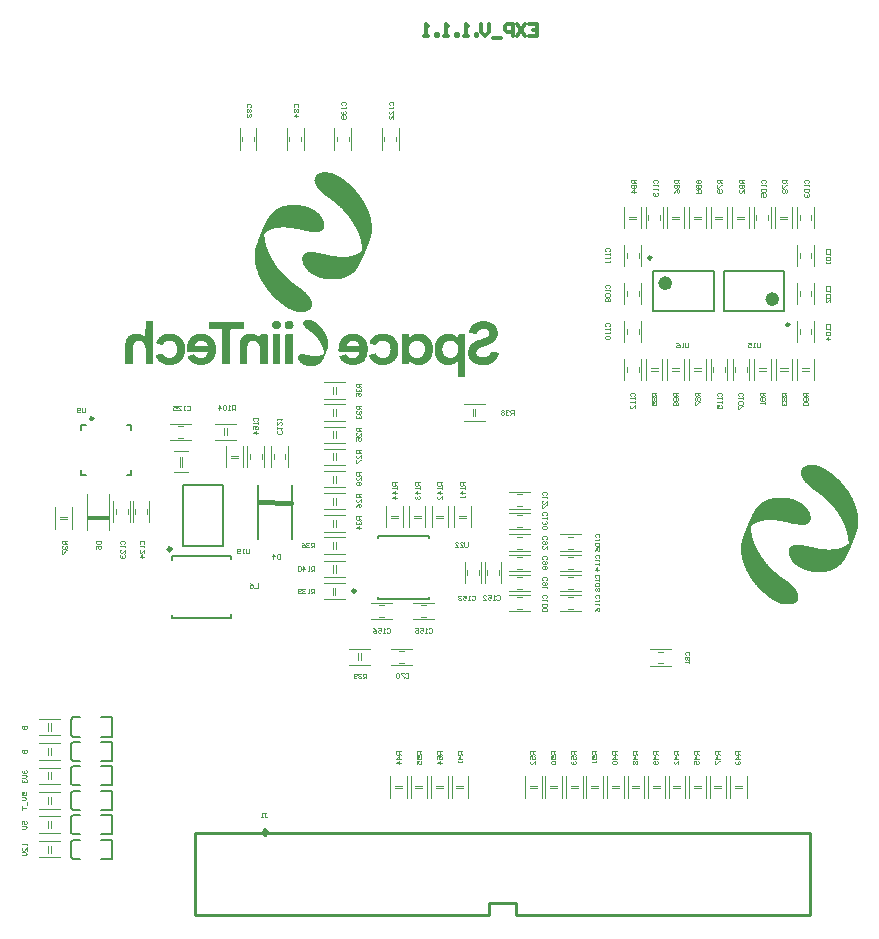
<source format=gbo>
G04*
G04 #@! TF.GenerationSoftware,Altium Limited,Altium Designer,24.1.2 (44)*
G04*
G04 Layer_Color=32896*
%FSLAX44Y44*%
%MOMM*%
G71*
G04*
G04 #@! TF.SameCoordinates,C821B7F3-8F75-4133-9FF0-222E6F013E41*
G04*
G04*
G04 #@! TF.FilePolarity,Positive*
G04*
G01*
G75*
%ADD10C,0.2540*%
%ADD11C,0.2500*%
%ADD12C,0.6000*%
%ADD14C,0.3810*%
%ADD15C,0.2000*%
%ADD17C,0.1270*%
%ADD18C,0.1250*%
%ADD19C,0.1000*%
%ADD20C,0.1524*%
%ADD21C,0.1200*%
%ADD168C,0.3000*%
%ADD169C,0.1500*%
%ADD170R,1.8660X0.4572*%
G36*
X251860Y628330D02*
X252002Y628295D01*
X252251Y628188D01*
X252819Y628224D01*
X252961Y628188D01*
X253156Y628135D01*
X254345Y628082D01*
X254700Y628046D01*
X254949Y627940D01*
X255126Y627869D01*
X255375Y627798D01*
X255481Y627762D01*
X255943Y627727D01*
X256298Y627691D01*
X256582Y627620D01*
X256973Y627443D01*
X257647Y627407D01*
X257896Y627372D01*
X258144Y627265D01*
X258268Y627177D01*
X258446Y627106D01*
X258961Y627052D01*
X259103Y627017D01*
X259280Y626946D01*
X259529Y626768D01*
X259955Y626733D01*
X260239Y626662D01*
X260292Y626609D01*
X260576Y626431D01*
X261197Y626342D01*
X261339Y626200D01*
X261410Y626165D01*
X261463Y626112D01*
X261978Y626023D01*
X262156Y625952D01*
X262351Y625757D01*
X262582Y625703D01*
X262830Y625668D01*
X263079Y625419D01*
X263327Y625384D01*
X263611Y625313D01*
X263753Y625171D01*
X263878Y625082D01*
X264108Y625029D01*
X264304Y624940D01*
X264392Y624816D01*
X264463Y624780D01*
X264517Y624727D01*
X264747Y624674D01*
X264889Y624638D01*
X265067Y624461D01*
X265244Y624354D01*
X265493Y624283D01*
X265635Y624141D01*
X265883Y623999D01*
X266061Y623928D01*
X266167Y623822D01*
X266558Y623609D01*
X266629Y623573D01*
X266647Y623520D01*
X266735Y623431D01*
X267126Y623218D01*
X267179Y623165D01*
X267374Y623005D01*
X267516Y622970D01*
X267676Y622810D01*
X267871Y622650D01*
X267943Y622615D01*
X268102Y622455D01*
X268138Y622384D01*
X268369Y622260D01*
X268582Y622047D01*
X268653Y622011D01*
X268901Y621763D01*
X269292Y621550D01*
X269345Y621496D01*
X269380Y621425D01*
X269735Y621070D01*
X269771Y620999D01*
X269824Y620982D01*
X270055Y620751D01*
X270144Y620626D01*
X270215Y620591D01*
X270410Y620396D01*
X270445Y620325D01*
X270499Y620271D01*
X270570Y620236D01*
X270729Y620076D01*
X270871Y619828D01*
X270907Y619757D01*
X270978Y619686D01*
X271155Y619437D01*
X271191Y619366D01*
X271244Y619313D01*
X271315Y619277D01*
X271475Y619082D01*
X271511Y619011D01*
X271723Y618798D01*
X271901Y618479D01*
X272061Y618319D01*
X272185Y617982D01*
X272309Y617857D01*
X272380Y617822D01*
X272469Y617698D01*
X272540Y617378D01*
X272664Y617254D01*
X272824Y617059D01*
X272860Y616846D01*
X272931Y616668D01*
X273108Y616491D01*
X273161Y616366D01*
X273215Y616135D01*
X273286Y615958D01*
X273339Y615905D01*
X273499Y615709D01*
X273534Y615354D01*
X273570Y615213D01*
X273658Y615124D01*
X273818Y614929D01*
X273889Y614431D01*
X273925Y614289D01*
X274173Y613757D01*
X274209Y613189D01*
X274244Y612940D01*
X274368Y612639D01*
X274404Y612497D01*
X274439Y612213D01*
X274475Y612071D01*
X274510Y611893D01*
X274493Y611023D01*
X274528Y610775D01*
X274493Y610668D01*
X274510Y610544D01*
X274493Y610278D01*
X274457Y610029D01*
X274351Y609781D01*
X274280Y609603D01*
X274244Y609497D01*
X274209Y609035D01*
X274173Y608893D01*
X274120Y608698D01*
X273960Y608503D01*
X273889Y608325D01*
X273854Y608183D01*
X273818Y608077D01*
X273783Y608006D01*
X273676Y607935D01*
X273552Y607739D01*
X273499Y607509D01*
X273215Y607225D01*
X273179Y607154D01*
X272984Y606958D01*
X272913Y606923D01*
X272771Y606710D01*
X272522Y606568D01*
X272451Y606532D01*
X272345Y606426D01*
X272096Y606284D01*
X271919Y606213D01*
X271777Y606071D01*
X271653Y605982D01*
X271422Y605929D01*
X271173Y605893D01*
X271084Y605804D01*
X270871Y605662D01*
X270605Y605609D01*
X270250Y605574D01*
X270108Y605538D01*
X269718Y605361D01*
X269469Y605325D01*
X269363Y605290D01*
X267907Y605254D01*
X267801Y605219D01*
X265883Y605254D01*
X264783Y605290D01*
X264428Y605325D01*
X264250Y605396D01*
X264108Y605432D01*
X263860Y605467D01*
X263611Y605538D01*
X263505Y605574D01*
X262156Y605645D01*
X261872Y605716D01*
X261552Y605858D01*
X261446Y605893D01*
X260682Y605947D01*
X260168Y606000D01*
X260026Y606035D01*
X259617Y606195D01*
X259475Y606231D01*
X259032Y606284D01*
X258570Y606319D01*
X258091Y606515D01*
X257807Y606586D01*
X256901Y606674D01*
X256724Y606745D01*
X256475Y606887D01*
X256191Y606958D01*
X255623Y606994D01*
X255339Y607065D01*
X254878Y607278D01*
X254345Y607313D01*
X253919Y607384D01*
X253689Y607509D01*
X253511Y607580D01*
X253333Y607615D01*
X252570Y607668D01*
X252339Y607757D01*
X252162Y607828D01*
X251931Y607917D01*
X251825Y607952D01*
X251115Y607988D01*
X250866Y608023D01*
X250724Y608059D01*
X250529Y608148D01*
X250245Y608254D01*
X250067Y608290D01*
X249606Y608325D01*
X249180Y608361D01*
X248736Y608414D01*
X248594Y608449D01*
X248221Y608609D01*
X248044Y608645D01*
X246748Y608698D01*
X246428Y608840D01*
X246180Y608804D01*
X245789Y608982D01*
X244369Y609017D01*
X244263Y609053D01*
X243855Y609035D01*
X243659Y609053D01*
X243500Y609106D01*
X243322Y609177D01*
X242594Y609159D01*
X242452Y609195D01*
X242150Y609284D01*
X241937Y609319D01*
X238228Y609301D01*
X238121Y609337D01*
X237801Y609301D01*
X237571Y609213D01*
X237429Y609177D01*
X236754Y609142D01*
X236559Y609088D01*
X236452Y609053D01*
X235352Y609017D01*
X234890Y608982D01*
X234748Y608946D01*
X234340Y608822D01*
X233914Y608716D01*
X233399Y608662D01*
X232938Y608627D01*
X232405Y608378D01*
X232086Y608343D01*
X231731Y608307D01*
X231589Y608272D01*
X231287Y608112D01*
X231109Y608041D01*
X230808Y607988D01*
X230559Y607952D01*
X230310Y607846D01*
X230222Y607757D01*
X230044Y607686D01*
X229671Y607633D01*
X229494Y607562D01*
X229423Y607491D01*
X229228Y607367D01*
X228855Y607278D01*
X228677Y607207D01*
X228606Y607136D01*
X228411Y607012D01*
X228109Y606958D01*
X227914Y606870D01*
X227879Y606799D01*
X227754Y606674D01*
X227435Y606603D01*
X227293Y606568D01*
X227080Y606355D01*
X226689Y606213D01*
X226547Y606071D01*
X226299Y605929D01*
X226157Y605893D01*
X226104Y605840D01*
X226015Y605716D01*
X225891Y605627D01*
X225624Y605574D01*
X225376Y605325D01*
X225198Y605219D01*
X225021Y605041D01*
X224843Y604935D01*
X224666Y604864D01*
X224559Y604757D01*
X224311Y604580D01*
X224240Y604544D01*
X224151Y604455D01*
X224116Y604384D01*
X223956Y604260D01*
X223885Y604225D01*
X223760Y604065D01*
X223796Y601686D01*
X223831Y601544D01*
X223902Y601367D01*
X223938Y601083D01*
X223973Y600728D01*
X224044Y600479D01*
X224080Y600373D01*
X224116Y599166D01*
X224151Y598917D01*
X224240Y598722D01*
X224311Y598544D01*
X224346Y598402D01*
X224400Y597959D01*
X224435Y597817D01*
X224471Y597248D01*
X224506Y597000D01*
X224755Y596468D01*
X224790Y595864D01*
X224825Y595615D01*
X224967Y595296D01*
X225092Y595030D01*
X225145Y594444D01*
X225180Y594302D01*
X225252Y594124D01*
X225287Y594053D01*
X225358Y593982D01*
X225411Y593858D01*
X225464Y593521D01*
X225500Y593272D01*
X225606Y593024D01*
X225642Y592953D01*
X225695Y592900D01*
X225766Y592722D01*
X225819Y592349D01*
X225855Y592207D01*
X225926Y592030D01*
X226104Y591710D01*
X226139Y591568D01*
X226175Y591213D01*
X226246Y591036D01*
X226388Y590823D01*
X226441Y590698D01*
X226494Y590432D01*
X226530Y590290D01*
X226618Y590095D01*
X226778Y589900D01*
X226814Y589687D01*
X226849Y589438D01*
X226885Y589296D01*
X227027Y589154D01*
X227133Y588977D01*
X227169Y588835D01*
X227204Y588586D01*
X227275Y588409D01*
X227382Y588302D01*
X227488Y588125D01*
X227595Y587699D01*
X227701Y587592D01*
X227737Y587521D01*
X227808Y587450D01*
X227843Y587237D01*
X227914Y586953D01*
X227967Y586900D01*
X228145Y586687D01*
X228198Y586385D01*
X228234Y586243D01*
X228482Y585994D01*
X228518Y585781D01*
X228589Y585533D01*
X228820Y585302D01*
X228873Y585036D01*
X228908Y584894D01*
X229139Y584663D01*
X229192Y584468D01*
X229263Y584219D01*
X229352Y584131D01*
X229423Y584095D01*
X229512Y584006D01*
X229583Y583687D01*
X229618Y583580D01*
X229654Y583509D01*
X229760Y583438D01*
X229902Y583190D01*
X229973Y582941D01*
X230168Y582746D01*
X230293Y582409D01*
X230364Y582338D01*
X230399Y582267D01*
X230488Y582178D01*
X230577Y581947D01*
X230648Y581770D01*
X230790Y581628D01*
X230896Y581450D01*
X230967Y581202D01*
X231145Y581024D01*
X231358Y580634D01*
X231500Y580492D01*
X231642Y580137D01*
X231695Y580083D01*
X231819Y579995D01*
X231908Y579870D01*
X231961Y579675D01*
X231997Y579533D01*
X232174Y579356D01*
X232316Y579107D01*
X232583Y578841D01*
X232636Y578646D01*
X232707Y578468D01*
X232760Y578415D01*
X232831Y578379D01*
X233044Y578024D01*
X233168Y577935D01*
X233381Y577545D01*
X233488Y577439D01*
X233666Y577119D01*
X233914Y576870D01*
X234056Y576622D01*
X234251Y576427D01*
X234375Y576089D01*
X234517Y575983D01*
X234695Y575734D01*
X234730Y575663D01*
X234784Y575646D01*
X234837Y575592D01*
X235086Y575273D01*
X235121Y575202D01*
X235192Y575166D01*
X235405Y574776D01*
X235441Y574705D01*
X235529Y574652D01*
X235689Y574456D01*
X235725Y574385D01*
X235955Y574155D01*
X236097Y573941D01*
X236222Y573853D01*
X236399Y573604D01*
X236435Y573533D01*
X236612Y573356D01*
X236754Y573107D01*
X236932Y572930D01*
X237038Y572752D01*
X237358Y572433D01*
X237393Y572362D01*
X237588Y572166D01*
X237659Y572131D01*
X237713Y572042D01*
X237748Y571971D01*
X238032Y571687D01*
X238068Y571616D01*
X238228Y571456D01*
X238298Y571421D01*
X238458Y571119D01*
X238618Y570959D01*
X238778Y570764D01*
X238867Y570640D01*
X238937Y570604D01*
X239133Y570409D01*
X239221Y570285D01*
X239293Y570249D01*
X239452Y569983D01*
X239576Y569859D01*
X239648Y569823D01*
X239736Y569735D01*
X239772Y569664D01*
X239896Y569539D01*
X239967Y569504D01*
X240091Y569380D01*
X240127Y569309D01*
X240251Y569184D01*
X240322Y569149D01*
X240446Y569025D01*
X240482Y568954D01*
X240606Y568829D01*
X240677Y568794D01*
X240766Y568705D01*
X240801Y568634D01*
X240926Y568510D01*
X240997Y568474D01*
X241121Y568350D01*
X241156Y568279D01*
X241281Y568155D01*
X241352Y568119D01*
X241476Y567995D01*
X241511Y567924D01*
X241600Y567835D01*
X241671Y567800D01*
X241795Y567676D01*
X241831Y567604D01*
X241955Y567480D01*
X242026Y567445D01*
X242150Y567321D01*
X242186Y567249D01*
X242310Y567125D01*
X242381Y567090D01*
X242470Y567001D01*
X242505Y566930D01*
X242630Y566806D01*
X242701Y566770D01*
X242825Y566646D01*
X242860Y566575D01*
X242949Y566486D01*
X243251Y566291D01*
X243286Y566220D01*
X243340Y566202D01*
X243606Y565936D01*
X243641Y565865D01*
X243695Y565847D01*
X243925Y565616D01*
X243961Y565545D01*
X244067Y565474D01*
X244422Y565297D01*
X244458Y565226D01*
X244689Y564995D01*
X244760Y564960D01*
X244849Y564835D01*
X245133Y564658D01*
X245168Y564587D01*
X245363Y564392D01*
X245434Y564356D01*
X245594Y564196D01*
X245630Y564125D01*
X245683Y564108D01*
X245754Y564036D01*
X245825Y564001D01*
X246038Y563788D01*
X246215Y563681D01*
X246304Y563593D01*
X246499Y563433D01*
X246748Y563291D01*
X246925Y563114D01*
X247103Y563007D01*
X247263Y562847D01*
X247298Y562776D01*
X247422Y562687D01*
X247493Y562652D01*
X247778Y562368D01*
X247848Y562332D01*
X248026Y562261D01*
X248168Y562119D01*
X248239Y562084D01*
X248310Y562013D01*
X248452Y561977D01*
X248701Y561729D01*
X248878Y561622D01*
X249056Y561409D01*
X249233Y561303D01*
X249411Y561232D01*
X249553Y561090D01*
X249872Y560912D01*
X249925Y560859D01*
X250014Y560735D01*
X250263Y560593D01*
X250511Y560344D01*
X250635Y560291D01*
X250866Y560238D01*
X251008Y560060D01*
X251328Y559883D01*
X251416Y559794D01*
X251452Y559723D01*
X251825Y559528D01*
X251896Y559492D01*
X252002Y559386D01*
X252251Y559244D01*
X252411Y559084D01*
X252446Y559013D01*
X252677Y558889D01*
X252854Y558818D01*
X252961Y558711D01*
X253280Y558534D01*
X253333Y558480D01*
X253369Y558410D01*
X253458Y558321D01*
X253706Y558179D01*
X253884Y558001D01*
X254203Y557824D01*
X254274Y557788D01*
X254416Y557646D01*
X254594Y557540D01*
X254842Y557291D01*
X255020Y557185D01*
X255109Y557096D01*
X255197Y556972D01*
X255517Y556794D01*
X255694Y556617D01*
X255943Y556475D01*
X256014Y556439D01*
X256032Y556386D01*
X256227Y556226D01*
X256298Y556191D01*
X256493Y555995D01*
X256529Y555924D01*
X256617Y555871D01*
X256688Y555836D01*
X256848Y555676D01*
X256884Y555605D01*
X257008Y555516D01*
X257079Y555481D01*
X257327Y555232D01*
X257398Y555197D01*
X257647Y554948D01*
X257966Y554771D01*
X258215Y554522D01*
X258393Y554416D01*
X258463Y554344D01*
X258535Y554309D01*
X258659Y554185D01*
X258801Y553936D01*
X258961Y553777D01*
X259032Y553741D01*
X259156Y553617D01*
X259191Y553546D01*
X259245Y553493D01*
X259316Y553457D01*
X259511Y553262D01*
X259546Y553191D01*
X259600Y553138D01*
X259671Y553102D01*
X259866Y552907D01*
X259901Y552836D01*
X259955Y552782D01*
X260026Y552747D01*
X260150Y552623D01*
X260185Y552552D01*
X260434Y552303D01*
X260700Y551859D01*
X260771Y551824D01*
X260931Y551593D01*
X260966Y551522D01*
X261091Y551433D01*
X261250Y551238D01*
X261286Y551167D01*
X261375Y551078D01*
X261446Y551043D01*
X261499Y550990D01*
X261641Y550741D01*
X261783Y550599D01*
X261996Y550209D01*
X262049Y550155D01*
X262209Y549960D01*
X262244Y549889D01*
X262351Y549641D01*
X262458Y549534D01*
X262600Y549286D01*
X262670Y549108D01*
X262759Y549019D01*
X262830Y548984D01*
X262901Y548842D01*
X262955Y548540D01*
X262990Y548398D01*
X263185Y548203D01*
X263309Y547865D01*
X263381Y547688D01*
X263505Y547564D01*
X263576Y547386D01*
X263629Y546978D01*
X263664Y546836D01*
X263718Y546676D01*
X263860Y546463D01*
X263931Y546286D01*
X263966Y546108D01*
X264020Y544670D01*
X263984Y543144D01*
X263949Y542895D01*
X263860Y542664D01*
X263682Y542380D01*
X263594Y541866D01*
X263558Y541724D01*
X263363Y541528D01*
X263203Y541085D01*
X263061Y540943D01*
X262883Y540623D01*
X262600Y540339D01*
X262564Y540268D01*
X261872Y539576D01*
X261801Y539540D01*
X261517Y539256D01*
X261268Y539114D01*
X261108Y538919D01*
X260931Y538848D01*
X260736Y538795D01*
X260452Y538511D01*
X260239Y538475D01*
X259990Y538440D01*
X259830Y538351D01*
X259546Y538173D01*
X259333Y538138D01*
X259103Y538085D01*
X258712Y537907D01*
X258535Y537872D01*
X258428Y537836D01*
X255943Y537801D01*
X252073Y537836D01*
X251612Y537872D01*
X251470Y537907D01*
X251239Y537996D01*
X251044Y538049D01*
X250937Y538085D01*
X250440Y538120D01*
X250298Y538156D01*
X250050Y538191D01*
X249659Y538440D01*
X249375Y538475D01*
X248878Y538546D01*
X248612Y538706D01*
X248434Y538777D01*
X248097Y538830D01*
X247920Y538901D01*
X247600Y539150D01*
X247245Y539185D01*
X246996Y539256D01*
X246925Y539327D01*
X246730Y539451D01*
X246499Y539540D01*
X246322Y539611D01*
X246215Y539718D01*
X246020Y539842D01*
X245825Y539895D01*
X245647Y539966D01*
X245594Y540019D01*
X245399Y540179D01*
X245257Y540215D01*
X245008Y540286D01*
X244849Y540446D01*
X244618Y540534D01*
X244369Y540570D01*
X244139Y540801D01*
X243961Y540872D01*
X243766Y540925D01*
X243624Y541067D01*
X243500Y541156D01*
X243269Y541244D01*
X243091Y541315D01*
X243020Y541386D01*
X242949Y541422D01*
X242896Y541475D01*
X242665Y541564D01*
X242576Y541653D01*
X242488Y541777D01*
X242168Y541954D01*
X242097Y541990D01*
X241991Y542096D01*
X241813Y542203D01*
X241636Y542274D01*
X241458Y542451D01*
X241334Y542540D01*
X241103Y542629D01*
X240997Y542735D01*
X240606Y542948D01*
X240446Y543108D01*
X240411Y543179D01*
X240145Y543303D01*
X240002Y543445D01*
X239612Y543658D01*
X239488Y543783D01*
X239452Y543854D01*
X239221Y543978D01*
X239133Y544067D01*
X239097Y544138D01*
X239044Y544191D01*
X238742Y544386D01*
X238547Y544546D01*
X238405Y544581D01*
X238387Y544599D01*
X238192Y544688D01*
X238139Y544777D01*
X237943Y544936D01*
X237872Y544972D01*
X237784Y545061D01*
X237748Y545132D01*
X237659Y545220D01*
X237411Y545363D01*
X237304Y545469D01*
X237056Y545647D01*
X236985Y545682D01*
X236807Y545860D01*
X236559Y546002D01*
X236435Y546126D01*
X236399Y546197D01*
X236328Y546268D01*
X236115Y546410D01*
X236080Y546481D01*
X235920Y546641D01*
X235849Y546676D01*
X235529Y546996D01*
X235458Y547031D01*
X235370Y547120D01*
X235334Y547191D01*
X235281Y547244D01*
X235032Y547386D01*
X234961Y547422D01*
X234642Y547741D01*
X234571Y547777D01*
X234464Y547883D01*
X234145Y548061D01*
X234021Y548185D01*
X233985Y548256D01*
X233932Y548309D01*
X233861Y548345D01*
X233666Y548540D01*
X233630Y548611D01*
X233577Y548664D01*
X233506Y548700D01*
X233186Y549019D01*
X233115Y549055D01*
X233026Y549143D01*
X232938Y549268D01*
X232867Y549303D01*
X232796Y549374D01*
X232725Y549410D01*
X232707Y549463D01*
X232441Y549729D01*
X232370Y549765D01*
X232352Y549818D01*
X232245Y549925D01*
X232210Y549995D01*
X232157Y550013D01*
X231411Y550759D01*
X231340Y550794D01*
X231322Y550848D01*
X231251Y550919D01*
X231216Y550990D01*
X231163Y551007D01*
X231092Y551078D01*
X231021Y551114D01*
X230932Y551238D01*
X230896Y551309D01*
X230808Y551398D01*
X230737Y551433D01*
X230683Y551487D01*
X230648Y551558D01*
X230577Y551629D01*
X230541Y551700D01*
X230488Y551717D01*
X230257Y551948D01*
X230222Y552019D01*
X230168Y552072D01*
X230098Y552108D01*
X229938Y552268D01*
X229902Y552339D01*
X229778Y552463D01*
X229707Y552498D01*
X229654Y552552D01*
X229512Y552800D01*
X229476Y552871D01*
X229370Y552978D01*
X229334Y553049D01*
X229263Y553120D01*
X229228Y553191D01*
X229104Y553315D01*
X228926Y553528D01*
X228784Y553741D01*
X228713Y553777D01*
X228660Y553830D01*
X228624Y553901D01*
X228553Y553972D01*
X228518Y554043D01*
X228464Y554096D01*
X228393Y554132D01*
X228269Y554256D01*
X228234Y554327D01*
X227950Y554611D01*
X227914Y554682D01*
X227719Y554877D01*
X227648Y554913D01*
X227630Y554966D01*
X227453Y555214D01*
X227417Y555285D01*
X227275Y555427D01*
X227133Y555676D01*
X226956Y555853D01*
X226849Y556031D01*
X226725Y556155D01*
X226601Y556244D01*
X226494Y556421D01*
X226370Y556546D01*
X226210Y556741D01*
X226068Y557096D01*
X225961Y557202D01*
X225855Y557380D01*
X225624Y557611D01*
X225464Y557806D01*
X225429Y557877D01*
X225252Y558055D01*
X225145Y558232D01*
X225074Y558410D01*
X224932Y558551D01*
X224790Y558800D01*
X224541Y559049D01*
X224435Y559226D01*
X224364Y559403D01*
X224293Y559474D01*
X224080Y559865D01*
X223902Y560043D01*
X223867Y560114D01*
X223814Y560167D01*
X223725Y560398D01*
X223583Y560540D01*
X223405Y560859D01*
X223121Y561143D01*
X223086Y561321D01*
X223015Y561498D01*
X222979Y561569D01*
X222926Y561587D01*
X222802Y561747D01*
X222660Y562102D01*
X222553Y562208D01*
X222447Y562386D01*
X222376Y562563D01*
X222198Y562741D01*
X222110Y562865D01*
X222056Y563096D01*
X222021Y563238D01*
X221843Y563415D01*
X221630Y563806D01*
X221595Y563877D01*
X221453Y564019D01*
X221417Y564161D01*
X221311Y564409D01*
X221133Y564587D01*
X221027Y564871D01*
X220956Y565048D01*
X220920Y565119D01*
X220778Y565261D01*
X220672Y565687D01*
X220583Y565776D01*
X220406Y565989D01*
X220352Y566255D01*
X220281Y566433D01*
X220175Y566539D01*
X220086Y566664D01*
X220033Y566894D01*
X219997Y567036D01*
X219873Y567161D01*
X219713Y567356D01*
X219678Y567569D01*
X219607Y567817D01*
X219394Y568137D01*
X219323Y568456D01*
X219287Y568599D01*
X219110Y568776D01*
X219021Y568900D01*
X218968Y569202D01*
X218932Y569344D01*
X218719Y569664D01*
X218684Y569948D01*
X218613Y570232D01*
X218364Y570587D01*
X218258Y571013D01*
X218187Y571190D01*
X218027Y571492D01*
X217974Y571794D01*
X217938Y571936D01*
X217867Y572113D01*
X217743Y572238D01*
X217672Y572415D01*
X217619Y572823D01*
X217548Y573072D01*
X217423Y573302D01*
X217352Y573480D01*
X217299Y573782D01*
X217264Y573924D01*
X216980Y574527D01*
X216944Y575060D01*
X216909Y575202D01*
X216767Y575521D01*
X216731Y575592D01*
X216660Y575770D01*
X216625Y576267D01*
X216589Y576515D01*
X216483Y576764D01*
X216305Y577084D01*
X216269Y577616D01*
X216216Y578095D01*
X216181Y578273D01*
X216145Y578415D01*
X216021Y578752D01*
X215986Y578859D01*
X215950Y579533D01*
X215914Y579888D01*
X215826Y580190D01*
X215772Y580421D01*
X215737Y580563D01*
X215666Y580740D01*
X215630Y581237D01*
X215595Y581344D01*
X215560Y583616D01*
X215524Y583758D01*
X215488Y583864D01*
X215453Y584184D01*
X215488Y584290D01*
X215471Y585764D01*
X215506Y586367D01*
X215542Y586545D01*
X215577Y587716D01*
X215630Y589154D01*
X215719Y589349D01*
X215790Y589527D01*
X215826Y589704D01*
X215861Y589917D01*
X215932Y590379D01*
X215986Y590929D01*
X216234Y591462D01*
X216269Y591888D01*
X216305Y592136D01*
X216412Y592385D01*
X216447Y592456D01*
X216500Y592509D01*
X216571Y592687D01*
X216607Y592900D01*
X216642Y593219D01*
X216696Y593450D01*
X216873Y593734D01*
X216980Y594231D01*
X217015Y594373D01*
X217264Y594763D01*
X217335Y595367D01*
X217565Y595811D01*
X217601Y595953D01*
X217636Y596130D01*
X217690Y596361D01*
X217938Y596716D01*
X218009Y597248D01*
X218045Y597391D01*
X218116Y597462D01*
X218151Y597533D01*
X218204Y597586D01*
X218293Y597817D01*
X218329Y598065D01*
X218364Y598207D01*
X218435Y598385D01*
X218559Y598509D01*
X218630Y598686D01*
X218684Y598953D01*
X218719Y599201D01*
X218808Y599361D01*
X218968Y599556D01*
X219003Y599982D01*
X219039Y600124D01*
X219181Y600266D01*
X219323Y600515D01*
X219358Y600657D01*
X219394Y600905D01*
X219554Y601171D01*
X219642Y601402D01*
X219749Y601828D01*
X219820Y601899D01*
X219855Y601970D01*
X219909Y602024D01*
X219997Y602254D01*
X220033Y602503D01*
X220175Y602822D01*
X220299Y603018D01*
X220352Y603319D01*
X220423Y603568D01*
X220618Y603763D01*
X220707Y604136D01*
X220743Y604278D01*
X220849Y604455D01*
X220973Y604651D01*
X221027Y604846D01*
X221062Y605094D01*
X221133Y605272D01*
X221275Y605414D01*
X221329Y605538D01*
X221382Y605804D01*
X221417Y605947D01*
X221488Y606124D01*
X221595Y606231D01*
X221684Y606355D01*
X221737Y606586D01*
X221772Y606834D01*
X221985Y607047D01*
X222021Y607118D01*
X222056Y607260D01*
X222092Y607509D01*
X222181Y607668D01*
X222252Y607704D01*
X222305Y607793D01*
X222358Y607917D01*
X222411Y608219D01*
X222482Y608396D01*
X222589Y608503D01*
X222678Y608627D01*
X222766Y609000D01*
X222837Y609177D01*
X222891Y609230D01*
X223050Y609426D01*
X223086Y609603D01*
X223157Y609887D01*
X223299Y610029D01*
X223388Y610154D01*
X223441Y610420D01*
X223512Y610597D01*
X223565Y610650D01*
X223707Y610863D01*
X223760Y611094D01*
X223831Y611378D01*
X223885Y611432D01*
X224027Y611645D01*
X224116Y611875D01*
X224240Y612106D01*
X224400Y612301D01*
X224435Y612443D01*
X224506Y612692D01*
X224559Y612745D01*
X224630Y612781D01*
X224755Y612940D01*
X224790Y613118D01*
X224825Y613260D01*
X224861Y613366D01*
X224897Y613437D01*
X225039Y613579D01*
X225110Y613757D01*
X225180Y614041D01*
X225269Y614130D01*
X225447Y614343D01*
X225500Y614609D01*
X225536Y614751D01*
X225713Y614929D01*
X225784Y615106D01*
X225819Y615248D01*
X225908Y615443D01*
X225979Y615479D01*
X226139Y615639D01*
X226175Y615923D01*
X226246Y616100D01*
X226299Y616118D01*
X226352Y616171D01*
X226441Y616295D01*
X226530Y616668D01*
X226689Y616828D01*
X226760Y616863D01*
X226796Y616934D01*
X226867Y617112D01*
X226920Y617307D01*
X227098Y617485D01*
X227275Y617804D01*
X227311Y617875D01*
X227382Y617946D01*
X227595Y618337D01*
X227737Y618479D01*
X227914Y618798D01*
X227967Y618851D01*
X228038Y618887D01*
X228092Y618940D01*
X228269Y619260D01*
X228411Y619402D01*
X228589Y619721D01*
X228713Y619846D01*
X228784Y619881D01*
X228873Y620005D01*
X228908Y620076D01*
X229104Y620271D01*
X229174Y620307D01*
X229228Y620396D01*
X229263Y620467D01*
X229476Y620680D01*
X229512Y620751D01*
X229707Y620946D01*
X229778Y620982D01*
X229831Y621035D01*
X229867Y621106D01*
X230115Y621354D01*
X230293Y621603D01*
X230328Y621674D01*
X230452Y621798D01*
X230701Y621940D01*
X230825Y622064D01*
X230914Y622189D01*
X230985Y622224D01*
X231056Y622295D01*
X231127Y622331D01*
X231216Y622419D01*
X231251Y622490D01*
X231376Y622615D01*
X231447Y622650D01*
X231500Y622703D01*
X231589Y622828D01*
X231766Y622934D01*
X232086Y623254D01*
X232157Y623289D01*
X232405Y623538D01*
X232725Y623715D01*
X232902Y623893D01*
X232973Y623928D01*
X233239Y624088D01*
X233275Y624159D01*
X233328Y624212D01*
X233577Y624354D01*
X233736Y624443D01*
X233772Y624514D01*
X233914Y624656D01*
X234109Y624709D01*
X234287Y624780D01*
X234393Y624887D01*
X234517Y624976D01*
X234713Y625029D01*
X234890Y625100D01*
X234908Y625153D01*
X234961Y625206D01*
X235086Y625295D01*
X235423Y625419D01*
X235636Y625561D01*
X235813Y625668D01*
X235955Y625703D01*
X236204Y625739D01*
X236381Y625916D01*
X236506Y626005D01*
X236701Y626058D01*
X236932Y626147D01*
X237216Y626325D01*
X237588Y626378D01*
X237766Y626449D01*
X237943Y626626D01*
X238068Y626680D01*
X238298Y626733D01*
X238547Y626768D01*
X238724Y626839D01*
X239044Y627017D01*
X239541Y627052D01*
X239683Y627088D01*
X239860Y627194D01*
X240109Y627372D01*
X240677Y627407D01*
X240819Y627443D01*
X241068Y627478D01*
X241387Y627620D01*
X241565Y627691D01*
X242062Y627727D01*
X242417Y627762D01*
X242612Y627816D01*
X242843Y627869D01*
X243020Y627940D01*
X243216Y628029D01*
X243393Y628064D01*
X245079Y628117D01*
X245221Y628153D01*
X245399Y628224D01*
X246038Y628188D01*
X246286Y628295D01*
X247848Y628330D01*
X247955Y628366D01*
X251860Y628330D01*
D02*
G37*
G36*
X276073Y656022D02*
X276516Y656040D01*
X277066Y656022D01*
X277528Y655986D01*
X277883Y655880D01*
X278025Y655844D01*
X278380Y655738D01*
X278487Y655702D01*
X279126Y655667D01*
X279410Y655596D01*
X279658Y655489D01*
X279836Y655418D01*
X279942Y655383D01*
X280404Y655347D01*
X280546Y655312D01*
X280723Y655241D01*
X280794Y655170D01*
X281043Y655028D01*
X281753Y654957D01*
X282108Y654708D01*
X282392Y654673D01*
X282676Y654602D01*
X282871Y654407D01*
X283102Y654318D01*
X283457Y654282D01*
X283705Y654105D01*
X283883Y653998D01*
X284238Y653892D01*
X284344Y653785D01*
X284593Y653643D01*
X284841Y653608D01*
X285019Y653537D01*
X285196Y653359D01*
X285551Y653217D01*
X285658Y653111D01*
X285729Y653075D01*
X285782Y653022D01*
X286013Y652933D01*
X286155Y652898D01*
X286368Y652756D01*
X286546Y652649D01*
X286723Y652578D01*
X286776Y652525D01*
X286812Y652454D01*
X286918Y652347D01*
X287096Y652277D01*
X287291Y652223D01*
X287504Y652010D01*
X287753Y651868D01*
X287859Y651762D01*
X288108Y651620D01*
X288250Y651584D01*
X288445Y651495D01*
X288480Y651424D01*
X288534Y651371D01*
X288853Y651194D01*
X288995Y651052D01*
X289119Y650963D01*
X289350Y650874D01*
X289510Y650714D01*
X289545Y650643D01*
X289812Y650484D01*
X289883Y650448D01*
X289954Y650377D01*
X290202Y650235D01*
X290380Y650164D01*
X290486Y650058D01*
X290735Y649880D01*
X290806Y649845D01*
X290895Y649756D01*
X290930Y649685D01*
X291267Y649454D01*
X291338Y649419D01*
X291356Y649365D01*
X291409Y649348D01*
X291480Y649277D01*
X291729Y649135D01*
X291800Y649099D01*
X291818Y649046D01*
X291906Y648957D01*
X292155Y648815D01*
X292279Y648655D01*
X292474Y648495D01*
X292545Y648460D01*
X292687Y648318D01*
X293078Y648105D01*
X293220Y647963D01*
X293468Y647821D01*
X293557Y647732D01*
X293593Y647661D01*
X293646Y647608D01*
X293823Y647502D01*
X293948Y647377D01*
X293983Y647306D01*
X294143Y647182D01*
X294214Y647146D01*
X294391Y646969D01*
X294640Y646791D01*
X294711Y646756D01*
X294995Y646472D01*
X295066Y646436D01*
X295208Y646294D01*
X295457Y646117D01*
X295527Y646081D01*
X295581Y646028D01*
X295616Y645957D01*
X295971Y645602D01*
X296166Y645442D01*
X296238Y645407D01*
X296291Y645354D01*
X296326Y645283D01*
X296486Y645123D01*
X296557Y645087D01*
X296610Y645034D01*
X296646Y644963D01*
X296806Y644803D01*
X296877Y644768D01*
X296965Y644679D01*
X297001Y644608D01*
X297161Y644448D01*
X297232Y644413D01*
X297516Y644129D01*
X297587Y644093D01*
X297711Y643969D01*
X297746Y643898D01*
X297835Y643809D01*
X297906Y643774D01*
X298030Y643650D01*
X298066Y643578D01*
X298155Y643490D01*
X298226Y643454D01*
X298385Y643295D01*
X298421Y643223D01*
X298510Y643135D01*
X298581Y643099D01*
X298705Y642975D01*
X298740Y642904D01*
X298829Y642815D01*
X298900Y642780D01*
X299095Y642584D01*
X299131Y642513D01*
X299344Y642300D01*
X299380Y642229D01*
X299539Y642070D01*
X299610Y642034D01*
X299699Y641945D01*
X299734Y641874D01*
X299894Y641715D01*
X299965Y641679D01*
X300019Y641626D01*
X300054Y641555D01*
X300214Y641395D01*
X300285Y641360D01*
X300338Y641306D01*
X300445Y641129D01*
X300888Y640685D01*
X300959Y640650D01*
X301012Y640596D01*
X301154Y640348D01*
X301652Y639851D01*
X301829Y639531D01*
X302113Y639247D01*
X302149Y639176D01*
X302433Y638892D01*
X302468Y638821D01*
X302539Y638750D01*
X302575Y638679D01*
X302663Y638626D01*
X302823Y638431D01*
X302859Y638360D01*
X303036Y638182D01*
X303178Y637934D01*
X303498Y637472D01*
X303533Y637401D01*
X303586Y637348D01*
X303657Y637312D01*
X303746Y637224D01*
X303853Y637046D01*
X304066Y636833D01*
X304208Y636585D01*
X304314Y636478D01*
X304350Y636407D01*
X304421Y636336D01*
X304563Y636088D01*
X304598Y636017D01*
X304652Y635999D01*
X304776Y635875D01*
X304882Y635697D01*
X305060Y635520D01*
X305184Y635324D01*
X305273Y635093D01*
X305379Y634987D01*
X305557Y634668D01*
X305646Y634579D01*
X305770Y634490D01*
X305947Y634170D01*
X305983Y634100D01*
X306089Y633993D01*
X306267Y633674D01*
X306480Y633461D01*
X306569Y633336D01*
X306622Y633141D01*
X306764Y632999D01*
X306977Y632608D01*
X307172Y632413D01*
X307261Y632182D01*
X307332Y632005D01*
X307367Y631934D01*
X307438Y631898D01*
X307651Y631508D01*
X307758Y631401D01*
X307847Y631277D01*
X307935Y631046D01*
X307971Y630904D01*
X308184Y630691D01*
X308326Y630301D01*
X308557Y630070D01*
X308645Y629839D01*
X308717Y629662D01*
X308894Y629484D01*
X309036Y629094D01*
X309142Y628987D01*
X309178Y628916D01*
X309231Y628863D01*
X309284Y628632D01*
X309356Y628455D01*
X309569Y628242D01*
X309675Y627958D01*
X309711Y627816D01*
X309870Y627656D01*
X309941Y627478D01*
X309995Y627248D01*
X310065Y627070D01*
X310243Y626893D01*
X310296Y626768D01*
X310350Y626467D01*
X310492Y626254D01*
X310616Y626058D01*
X310669Y625828D01*
X310740Y625650D01*
X310847Y625544D01*
X310971Y625348D01*
X311024Y625117D01*
X311060Y624976D01*
X311131Y624798D01*
X311308Y624549D01*
X311344Y624230D01*
X311415Y623982D01*
X311468Y623928D01*
X311645Y623644D01*
X311681Y623502D01*
X311734Y623271D01*
X311912Y623023D01*
X311983Y622845D01*
X312018Y622703D01*
X312054Y622455D01*
X312125Y622277D01*
X312196Y622206D01*
X312231Y622135D01*
X312284Y622082D01*
X312355Y621905D01*
X312409Y621567D01*
X312444Y621425D01*
X312639Y621053D01*
X312693Y620786D01*
X312764Y620360D01*
X312941Y620112D01*
X313048Y619828D01*
X313083Y619473D01*
X313119Y619331D01*
X313278Y619029D01*
X313349Y618851D01*
X313403Y618266D01*
X313545Y617946D01*
X313633Y617822D01*
X313704Y617644D01*
X313758Y617059D01*
X313793Y616810D01*
X313829Y616668D01*
X314006Y616278D01*
X314042Y616065D01*
X314077Y615603D01*
X314113Y615354D01*
X314184Y615106D01*
X314308Y614804D01*
X314361Y614574D01*
X314397Y614467D01*
X314432Y613544D01*
X314468Y613189D01*
X314503Y613082D01*
X314539Y612585D01*
X314610Y612408D01*
X314645Y611840D01*
X314681Y611733D01*
X314716Y606053D01*
X314645Y605094D01*
X314610Y604739D01*
X314521Y604438D01*
X314485Y604225D01*
X314432Y603497D01*
X314397Y603142D01*
X314361Y602893D01*
X314255Y602645D01*
X314113Y602396D01*
X314042Y601615D01*
X313882Y601242D01*
X313811Y601065D01*
X313776Y600923D01*
X313722Y600479D01*
X313580Y600160D01*
X313491Y600036D01*
X313421Y599858D01*
X313385Y599680D01*
X313332Y599237D01*
X313261Y598988D01*
X313083Y598740D01*
X313048Y598385D01*
X312977Y598136D01*
X312906Y598065D01*
X312870Y597994D01*
X312799Y597923D01*
X312710Y597692D01*
X312657Y597320D01*
X312409Y596929D01*
X312373Y596645D01*
X312338Y596503D01*
X312267Y596325D01*
X312107Y596166D01*
X312054Y595970D01*
X311983Y595474D01*
X311805Y595225D01*
X311752Y595101D01*
X311699Y594834D01*
X311628Y594550D01*
X311486Y594337D01*
X311379Y594160D01*
X311344Y594053D01*
X311308Y593698D01*
X311219Y593468D01*
X311060Y593272D01*
X311024Y593095D01*
X310989Y592846D01*
X310953Y592704D01*
X310811Y592562D01*
X310722Y592438D01*
X310634Y592065D01*
X310598Y591923D01*
X310527Y591746D01*
X310438Y591657D01*
X310367Y591479D01*
X310332Y591267D01*
X310278Y591036D01*
X310154Y590911D01*
X309995Y590716D01*
X309959Y590361D01*
X309888Y590113D01*
X309781Y590006D01*
X309639Y589758D01*
X309604Y589545D01*
X309533Y589367D01*
X309480Y589314D01*
X309338Y589101D01*
X309249Y588551D01*
X309000Y588196D01*
X308965Y587947D01*
X308894Y587663D01*
X308699Y587468D01*
X308645Y587272D01*
X308610Y587024D01*
X308539Y586847D01*
X308432Y586776D01*
X308397Y586704D01*
X308344Y586651D01*
X308273Y586261D01*
X308219Y586065D01*
X308077Y585923D01*
X308042Y585852D01*
X307989Y585799D01*
X307935Y585568D01*
X307864Y585320D01*
X307811Y585267D01*
X307669Y585054D01*
X307580Y584681D01*
X307509Y584503D01*
X307438Y584432D01*
X307314Y584237D01*
X307261Y584042D01*
X307190Y583864D01*
X307154Y583793D01*
X307012Y583651D01*
X306941Y583474D01*
X306906Y583225D01*
X306835Y583048D01*
X306728Y582941D01*
X306604Y582746D01*
X306551Y582551D01*
X306462Y582320D01*
X306285Y582036D01*
X306231Y581841D01*
X306196Y581699D01*
X306107Y581539D01*
X306036Y581503D01*
X305947Y581379D01*
X305876Y581202D01*
X305805Y580918D01*
X305646Y580758D01*
X305557Y580527D01*
X305521Y580385D01*
X305486Y580279D01*
X305450Y580208D01*
X305273Y580030D01*
X305202Y579853D01*
X305166Y579711D01*
X305113Y579551D01*
X304953Y579356D01*
X304900Y579231D01*
X304865Y579089D01*
X304811Y578894D01*
X304580Y578663D01*
X304456Y578326D01*
X304350Y578219D01*
X304172Y577900D01*
X304101Y577723D01*
X303995Y577616D01*
X303959Y577545D01*
X303906Y577492D01*
X303817Y577119D01*
X303551Y576853D01*
X303462Y576622D01*
X303373Y576427D01*
X303302Y576391D01*
X303214Y576267D01*
X303107Y575983D01*
X302965Y575770D01*
X302752Y575379D01*
X302717Y575308D01*
X302663Y575291D01*
X302575Y575202D01*
X302397Y574882D01*
X302362Y574811D01*
X302255Y574705D01*
X302113Y574456D01*
X301953Y574297D01*
X301794Y574101D01*
X301758Y574030D01*
X301510Y573782D01*
X301368Y573533D01*
X301261Y573427D01*
X301226Y573356D01*
X301172Y573302D01*
X301084Y573072D01*
X300764Y572752D01*
X300728Y572681D01*
X300675Y572628D01*
X300604Y572593D01*
X300480Y572468D01*
X300445Y572397D01*
X300161Y572113D01*
X300125Y572042D01*
X299965Y571882D01*
X299894Y571847D01*
X299806Y571758D01*
X299770Y571687D01*
X299646Y571563D01*
X299575Y571527D01*
X299326Y571279D01*
X299255Y571243D01*
X299060Y571048D01*
X299024Y570977D01*
X298865Y570853D01*
X298794Y570817D01*
X298581Y570604D01*
X298261Y570427D01*
X298155Y570320D01*
X297906Y570178D01*
X297835Y570143D01*
X297782Y570090D01*
X297746Y570019D01*
X297551Y569859D01*
X297480Y569823D01*
X297232Y569575D01*
X296912Y569397D01*
X296841Y569362D01*
X296770Y569291D01*
X296522Y569149D01*
X296362Y569060D01*
X296326Y568989D01*
X296273Y568936D01*
X296149Y568847D01*
X295812Y568723D01*
X295705Y568616D01*
X295457Y568474D01*
X295315Y568439D01*
X295137Y568368D01*
X295084Y568315D01*
X294888Y568155D01*
X294746Y568119D01*
X294498Y568013D01*
X294427Y567942D01*
X294356Y567906D01*
X294303Y567853D01*
X294107Y567800D01*
X293965Y567764D01*
X293788Y567693D01*
X293735Y567640D01*
X293539Y567480D01*
X293255Y567409D01*
X293025Y567321D01*
X292812Y567178D01*
X292439Y567090D01*
X292297Y567054D01*
X291942Y566806D01*
X291800Y566770D01*
X291445Y566735D01*
X291250Y566681D01*
X290912Y566451D01*
X290486Y566415D01*
X290238Y566380D01*
X289705Y566131D01*
X289599Y566096D01*
X289066Y566060D01*
X288640Y565989D01*
X288356Y565812D01*
X287966Y565776D01*
X287859Y565741D01*
X287113Y565705D01*
X286971Y565670D01*
X286563Y565545D01*
X286421Y565510D01*
X286084Y565457D01*
X285977Y565421D01*
X284770Y565386D01*
X284664Y565350D01*
X284114Y565368D01*
X283847Y565350D01*
X283386Y565315D01*
X283279Y565279D01*
X279072Y565297D01*
X278859Y565332D01*
X278433Y565368D01*
X277812Y565350D01*
X277670Y565386D01*
X276569Y565421D01*
X276321Y565457D01*
X275931Y565634D01*
X275575Y565670D01*
X275469Y565705D01*
X274830Y565741D01*
X274475Y565776D01*
X274191Y565847D01*
X273800Y566025D01*
X273339Y566060D01*
X273197Y566096D01*
X272948Y566131D01*
X272700Y566202D01*
X272309Y566380D01*
X271954Y566415D01*
X271706Y566451D01*
X271564Y566486D01*
X271297Y566646D01*
X271120Y566717D01*
X270676Y566770D01*
X270428Y566806D01*
X270073Y567054D01*
X269718Y567090D01*
X269434Y567161D01*
X269327Y567267D01*
X269132Y567391D01*
X268795Y567445D01*
X268653Y567480D01*
X268475Y567551D01*
X268404Y567622D01*
X268280Y567711D01*
X267871Y567800D01*
X267694Y567871D01*
X267588Y567977D01*
X267410Y568084D01*
X267197Y568119D01*
X267020Y568190D01*
X266949Y568226D01*
X266877Y568297D01*
X266629Y568439D01*
X266345Y568510D01*
X266238Y568616D01*
X265919Y568794D01*
X265777Y568829D01*
X265617Y568882D01*
X265404Y569060D01*
X265067Y569184D01*
X264978Y569273D01*
X264783Y569433D01*
X264641Y569468D01*
X264463Y569539D01*
X264286Y569717D01*
X264108Y569823D01*
X263931Y569894D01*
X263824Y570001D01*
X263700Y570090D01*
X263469Y570178D01*
X263256Y570391D01*
X262937Y570569D01*
X262795Y570711D01*
X262475Y570888D01*
X262262Y571101D01*
X262085Y571208D01*
X261801Y571492D01*
X261730Y571527D01*
X261570Y571687D01*
X261535Y571758D01*
X261446Y571811D01*
X261375Y571847D01*
X261091Y572131D01*
X261020Y572166D01*
X260895Y572291D01*
X260860Y572362D01*
X260736Y572486D01*
X260665Y572522D01*
X260576Y572610D01*
X260540Y572681D01*
X260416Y572805D01*
X260345Y572841D01*
X260221Y572965D01*
X260185Y573036D01*
X260061Y573161D01*
X259990Y573196D01*
X259901Y573285D01*
X259866Y573356D01*
X259706Y573516D01*
X259635Y573551D01*
X259617Y573604D01*
X259546Y573675D01*
X259511Y573746D01*
X259387Y573871D01*
X259316Y573906D01*
X259227Y574030D01*
X259191Y574101D01*
X259032Y574261D01*
X258872Y574456D01*
X258836Y574527D01*
X258605Y574758D01*
X258517Y574989D01*
X258446Y575166D01*
X258393Y575184D01*
X258268Y575308D01*
X258126Y575557D01*
X258091Y575628D01*
X257984Y575699D01*
X257896Y575823D01*
X257842Y576018D01*
X257807Y576160D01*
X257629Y576338D01*
X257540Y576462D01*
X257487Y576657D01*
X257416Y576835D01*
X257239Y577012D01*
X257185Y577137D01*
X257132Y577368D01*
X257061Y577545D01*
X256884Y577723D01*
X256813Y578042D01*
X256777Y578290D01*
X256706Y578362D01*
X256529Y578610D01*
X256493Y578823D01*
X256458Y579072D01*
X256422Y579214D01*
X256351Y579391D01*
X256298Y579444D01*
X256191Y579657D01*
X256138Y580066D01*
X256103Y580527D01*
X256032Y580776D01*
X255890Y581095D01*
X255854Y581734D01*
X255819Y581841D01*
X255783Y582728D01*
X255819Y582835D01*
X255854Y583651D01*
X255978Y583953D01*
X256049Y584131D01*
X256138Y584539D01*
X256174Y584787D01*
X256209Y584929D01*
X256387Y585178D01*
X256458Y585355D01*
X256529Y585639D01*
X256653Y585764D01*
X256884Y586101D01*
X256919Y586172D01*
X256973Y586190D01*
X257061Y586278D01*
X257097Y586349D01*
X257576Y586829D01*
X257647Y586864D01*
X257718Y586935D01*
X257789Y586971D01*
X257807Y587024D01*
X257896Y587113D01*
X258215Y587290D01*
X258268Y587343D01*
X258463Y587503D01*
X258676Y587539D01*
X258854Y587610D01*
X258925Y587681D01*
X259174Y587858D01*
X259600Y587894D01*
X259848Y587965D01*
X259937Y588054D01*
X260114Y588125D01*
X260292Y588160D01*
X260505Y588196D01*
X261481Y588249D01*
X261836Y588284D01*
X262014Y588355D01*
X264073Y588391D01*
X264375Y588302D01*
X264517Y588267D01*
X265990Y588213D01*
X266558Y588178D01*
X266735Y588107D01*
X267055Y588071D01*
X267197Y588036D01*
X267446Y587929D01*
X268262Y587894D01*
X268404Y587858D01*
X268866Y587823D01*
X269150Y587752D01*
X269540Y587574D01*
X270215Y587539D01*
X270570Y587503D01*
X270712Y587468D01*
X270907Y587379D01*
X271191Y587272D01*
X271404Y587237D01*
X272096Y587184D01*
X272522Y587077D01*
X272913Y586900D01*
X273481Y586864D01*
X273623Y586829D01*
X273871Y586793D01*
X274404Y586545D01*
X275007Y586509D01*
X275256Y586474D01*
X275433Y586403D01*
X275593Y586314D01*
X275771Y586243D01*
X276108Y586190D01*
X276569Y586154D01*
X276712Y586119D01*
X276960Y586048D01*
X277191Y585959D01*
X277368Y585888D01*
X277741Y585835D01*
X278203Y585799D01*
X278487Y585728D01*
X278646Y585675D01*
X278930Y585568D01*
X279232Y585515D01*
X279587Y585480D01*
X280049Y585444D01*
X280297Y585409D01*
X280759Y585196D01*
X281433Y585160D01*
X281912Y585107D01*
X282285Y585054D01*
X282427Y585018D01*
X282658Y584929D01*
X282836Y584858D01*
X283918Y584805D01*
X284167Y584770D01*
X284522Y584734D01*
X284664Y584699D01*
X284770Y584663D01*
X285090Y584628D01*
X285232Y584592D01*
X285338Y584557D01*
X285623Y584521D01*
X285729Y584486D01*
X285765Y584521D01*
X286031Y584503D01*
X287096Y584468D01*
X287966Y584415D01*
X288072Y584450D01*
X288534Y584415D01*
X288676Y584379D01*
X288871Y584326D01*
X289084Y584290D01*
X291161Y584308D01*
X291622Y584273D01*
X291764Y584308D01*
X291942Y584379D01*
X292545Y584415D01*
X292652Y584450D01*
X292723Y584415D01*
X293131Y584432D01*
X293451Y584468D01*
X294232Y584503D01*
X294711Y584557D01*
X294960Y584592D01*
X295102Y584628D01*
X295403Y584716D01*
X295616Y584752D01*
X296344Y584805D01*
X296593Y584841D01*
X296948Y584876D01*
X297125Y584947D01*
X297445Y585089D01*
X297551Y585125D01*
X298084Y585160D01*
X298368Y585231D01*
X298581Y585373D01*
X298705Y585426D01*
X298971Y585480D01*
X299326Y585515D01*
X299522Y585568D01*
X299859Y585799D01*
X300178Y585835D01*
X300427Y585870D01*
X300782Y586119D01*
X301066Y586190D01*
X301314Y586225D01*
X301403Y586314D01*
X301598Y586474D01*
X301882Y586509D01*
X302131Y586580D01*
X302273Y586722D01*
X302397Y586811D01*
X302628Y586864D01*
X302770Y586900D01*
X302912Y587042D01*
X303160Y587184D01*
X303409Y587255D01*
X303622Y587468D01*
X304012Y587610D01*
X304154Y587752D01*
X304474Y587929D01*
X304652Y588107D01*
X304829Y588213D01*
X305077Y588284D01*
X305131Y588338D01*
X305166Y588409D01*
X305219Y588462D01*
X305468Y588604D01*
X305521Y588657D01*
X305557Y588728D01*
X305646Y588817D01*
X305823Y588923D01*
X306036Y589136D01*
X306356Y589314D01*
X306427Y589349D01*
X306515Y589474D01*
X306551Y591497D01*
X306444Y591746D01*
X306409Y591959D01*
X306444Y592207D01*
X306409Y592349D01*
X306320Y592651D01*
X306285Y592864D01*
X306302Y593095D01*
X306267Y593201D01*
X306196Y594515D01*
X306160Y594657D01*
X306107Y594817D01*
X305983Y595154D01*
X305947Y595260D01*
X305912Y595864D01*
X305841Y596361D01*
X305752Y596556D01*
X305646Y596840D01*
X305610Y597018D01*
X305557Y597639D01*
X305397Y598012D01*
X305273Y598349D01*
X305237Y598491D01*
X305202Y599059D01*
X305007Y599503D01*
X304918Y599734D01*
X304882Y599876D01*
X304847Y600231D01*
X304793Y600426D01*
X304652Y600639D01*
X304580Y600816D01*
X304527Y601154D01*
X304456Y601438D01*
X304314Y601651D01*
X304226Y601881D01*
X304172Y602290D01*
X304101Y602467D01*
X304030Y602538D01*
X303888Y602787D01*
X303853Y603106D01*
X303817Y603248D01*
X303746Y603426D01*
X303711Y603497D01*
X303604Y603603D01*
X303551Y603728D01*
X303515Y603905D01*
X303462Y604136D01*
X303214Y604526D01*
X303178Y604775D01*
X303143Y604917D01*
X303072Y605094D01*
X302965Y605201D01*
X302876Y605325D01*
X302823Y605592D01*
X302752Y605840D01*
X302699Y605893D01*
X302539Y606088D01*
X302504Y606301D01*
X302433Y606586D01*
X302326Y606692D01*
X302184Y606941D01*
Y606976D01*
X302166Y607029D01*
X302113Y607260D01*
X302024Y607349D01*
X301865Y607544D01*
X301758Y607970D01*
X301616Y608112D01*
X301527Y608236D01*
X301439Y608609D01*
X301297Y608751D01*
X301172Y608946D01*
X301137Y609088D01*
X301084Y609319D01*
X300942Y609461D01*
X300853Y609585D01*
X300800Y609781D01*
X300728Y609958D01*
X300480Y610207D01*
X300445Y610420D01*
X300409Y610562D01*
X300143Y610828D01*
X300054Y611201D01*
X299823Y611432D01*
X299699Y611769D01*
X299592Y611875D01*
X299450Y612124D01*
X299380Y612301D01*
X299344Y612372D01*
X299291Y612426D01*
X299220Y612461D01*
X299149Y612568D01*
X299060Y612798D01*
X298989Y612976D01*
X298936Y612994D01*
X298882Y613047D01*
X298794Y613171D01*
X298705Y613402D01*
X298492Y613615D01*
X298350Y614005D01*
X298297Y614059D01*
X298226Y614094D01*
X298172Y614147D01*
X297995Y614467D01*
X297959Y614538D01*
X297853Y614645D01*
X297746Y614822D01*
X297675Y615000D01*
X297427Y615248D01*
X297391Y615319D01*
X297320Y615496D01*
X297214Y615603D01*
X297178Y615674D01*
X297107Y615745D01*
X297072Y615816D01*
X297001Y615993D01*
X296788Y616207D01*
X296646Y616455D01*
X296468Y616633D01*
X296326Y616881D01*
X296238Y617041D01*
X296166Y617076D01*
X296113Y617165D01*
X295971Y617414D01*
X295794Y617591D01*
X295616Y617840D01*
X295581Y617911D01*
X295474Y617982D01*
X295439Y618053D01*
X295385Y618106D01*
X295297Y618337D01*
X295084Y618550D01*
X294942Y618798D01*
X294818Y618887D01*
X294658Y619082D01*
X294622Y619153D01*
X294533Y619242D01*
X294463Y619277D01*
X294409Y619331D01*
X294267Y619579D01*
X294090Y619757D01*
X293912Y620076D01*
X293735Y620254D01*
X293628Y620431D01*
X293504Y620555D01*
X293433Y620591D01*
X293309Y620751D01*
X293273Y620822D01*
X293149Y620946D01*
X293078Y620982D01*
X293025Y621035D01*
X292883Y621283D01*
X292634Y621532D01*
X292599Y621603D01*
X292350Y621851D01*
X292208Y622100D01*
X292173Y622171D01*
X292119Y622189D01*
X291853Y622455D01*
X291818Y622526D01*
X291764Y622544D01*
X291711Y622597D01*
X291569Y622845D01*
X291516Y622899D01*
X291445Y622934D01*
X291250Y623129D01*
X291214Y623200D01*
X291161Y623254D01*
X291090Y623289D01*
X290895Y623484D01*
X290859Y623555D01*
X290611Y623804D01*
X290575Y623875D01*
X290486Y623964D01*
X290415Y623999D01*
X290256Y624159D01*
X290220Y624230D01*
X290131Y624319D01*
X290060Y624354D01*
X289900Y624514D01*
X289865Y624585D01*
X289812Y624638D01*
X289741Y624674D01*
X289581Y624833D01*
X289545Y624905D01*
X289457Y624993D01*
X289386Y625029D01*
X289226Y625188D01*
X289190Y625260D01*
X289137Y625313D01*
X289066Y625348D01*
X288906Y625508D01*
X288871Y625579D01*
X288782Y625668D01*
X288711Y625703D01*
X288551Y625863D01*
X288516Y625934D01*
X288427Y626023D01*
X288356Y626058D01*
X288196Y626218D01*
X288161Y626289D01*
X288108Y626342D01*
X288037Y626378D01*
X287877Y626538D01*
X287841Y626609D01*
X287753Y626697D01*
X287682Y626733D01*
X287522Y626893D01*
X287486Y626964D01*
X287327Y627088D01*
X287256Y627123D01*
X287167Y627212D01*
X287131Y627283D01*
X287078Y627336D01*
X287007Y627372D01*
X286812Y627567D01*
X286776Y627638D01*
X286723Y627691D01*
X286652Y627727D01*
X286457Y627922D01*
X286421Y627993D01*
X286226Y628117D01*
X286155Y628153D01*
X285907Y628401D01*
X285835Y628437D01*
X285623Y628650D01*
X285374Y628792D01*
X285303Y628863D01*
X285232Y628899D01*
X285214Y628952D01*
X285090Y629076D01*
X285019Y629112D01*
X284824Y629307D01*
X284628Y629467D01*
X284557Y629502D01*
X284469Y629591D01*
X284433Y629662D01*
X284273Y629786D01*
X284202Y629822D01*
X284114Y629910D01*
X284078Y629981D01*
X284025Y630034D01*
X283847Y630141D01*
X283634Y630354D01*
X283457Y630461D01*
X283279Y630532D01*
X283102Y630709D01*
X282924Y630816D01*
X282640Y631100D01*
X282463Y631206D01*
X282409Y631259D01*
X282374Y631330D01*
X282321Y631384D01*
X282001Y631561D01*
X281859Y631703D01*
X281788Y631739D01*
X281717Y631810D01*
X281575Y631845D01*
X281327Y632094D01*
X281149Y632200D01*
X280936Y632413D01*
X280617Y632591D01*
X280475Y632733D01*
X280297Y632839D01*
X280120Y632910D01*
X280066Y632963D01*
X280031Y633034D01*
X279889Y633176D01*
X279658Y633265D01*
X279552Y633372D01*
X279356Y633496D01*
X279126Y633585D01*
X279072Y633638D01*
X279037Y633709D01*
X278948Y633798D01*
X278700Y633940D01*
X278522Y634117D01*
X278345Y634224D01*
X278096Y634295D01*
X278043Y634348D01*
X278007Y634419D01*
X277954Y634472D01*
X277705Y634614D01*
X277581Y634739D01*
X277546Y634810D01*
X277244Y634969D01*
X277173Y635005D01*
X277066Y635111D01*
X276747Y635289D01*
X276534Y635502D01*
X276357Y635608D01*
X276143Y635821D01*
X275824Y635999D01*
X275753Y636034D01*
X275646Y636141D01*
X275398Y636318D01*
X275327Y636354D01*
X275274Y636443D01*
X275078Y636602D01*
X275007Y636638D01*
X274883Y636762D01*
X274848Y636833D01*
X274617Y636993D01*
X274546Y637028D01*
X274493Y637082D01*
X274457Y637153D01*
X274404Y637170D01*
X274351Y637224D01*
X273996Y637401D01*
X273960Y637472D01*
X273765Y637632D01*
X273694Y637667D01*
X273570Y637792D01*
X273534Y637863D01*
X273374Y637987D01*
X273303Y638022D01*
X273055Y638271D01*
X272984Y638307D01*
X272860Y638431D01*
X272824Y638502D01*
X272735Y638591D01*
X272558Y638697D01*
X272345Y638910D01*
X272274Y638946D01*
X272150Y639070D01*
X272114Y639141D01*
X271990Y639265D01*
X271919Y639300D01*
X271794Y639425D01*
X271759Y639496D01*
X271670Y639585D01*
X271599Y639620D01*
X271439Y639780D01*
X271404Y639851D01*
X271315Y639940D01*
X271244Y639975D01*
X271120Y640099D01*
X271084Y640170D01*
X270996Y640259D01*
X270925Y640295D01*
X270836Y640383D01*
X270800Y640454D01*
X270605Y640650D01*
X270445Y640845D01*
X270410Y640916D01*
X269842Y641484D01*
X269806Y641555D01*
X269487Y641874D01*
X269451Y641945D01*
X269363Y642034D01*
X269292Y642070D01*
X269203Y642158D01*
X269096Y642336D01*
X269025Y642407D01*
X268990Y642478D01*
X268937Y642496D01*
X268883Y642549D01*
X268741Y642797D01*
X268670Y642868D01*
X268635Y642940D01*
X268564Y643010D01*
X268386Y643330D01*
X268333Y643383D01*
X268262Y643419D01*
X268173Y643508D01*
X267960Y643898D01*
X267925Y643969D01*
X267836Y644058D01*
X267747Y644289D01*
X267676Y644466D01*
X267534Y644608D01*
X267428Y644786D01*
X267357Y645034D01*
X267108Y645283D01*
X267073Y645602D01*
X267002Y645851D01*
X266913Y645939D01*
X266771Y646152D01*
X266718Y646419D01*
X266647Y646703D01*
X266611Y646809D01*
X266451Y647111D01*
X266416Y647253D01*
X266380Y647821D01*
X266327Y648371D01*
X266221Y648620D01*
X266185Y649401D01*
X266292Y649649D01*
X266327Y650040D01*
X266363Y650146D01*
X266398Y650714D01*
X266434Y650963D01*
X266540Y651211D01*
X266593Y651265D01*
X266665Y651442D01*
X266718Y651815D01*
X266789Y651992D01*
X266860Y652064D01*
X266895Y652134D01*
X266966Y652206D01*
X267108Y652561D01*
X267286Y652738D01*
X267392Y652915D01*
X267463Y653093D01*
X267588Y653217D01*
X267747Y653412D01*
X267783Y653484D01*
X267871Y653572D01*
X267943Y653608D01*
X268102Y653768D01*
X268138Y653839D01*
X268191Y653892D01*
X268262Y653927D01*
X268333Y653998D01*
X268404Y654034D01*
X268422Y654087D01*
X268546Y654211D01*
X268866Y654389D01*
X268937Y654424D01*
X269008Y654531D01*
X269327Y654708D01*
X269398Y654744D01*
X269451Y654797D01*
X269487Y654868D01*
X269611Y654957D01*
X269824Y654992D01*
X270108Y655063D01*
X270179Y655134D01*
X270250Y655170D01*
X270321Y655241D01*
X270570Y655383D01*
X270783Y655418D01*
X270925Y655454D01*
X271031Y655489D01*
X271102Y655525D01*
X271155Y655578D01*
X271333Y655649D01*
X271883Y655702D01*
X272025Y655738D01*
X272487Y655951D01*
X272771Y655986D01*
X272877Y656022D01*
X275966Y656057D01*
X276073Y656022D01*
D02*
G37*
G36*
X260824Y531286D02*
X261250Y531251D01*
X261659Y531197D01*
X261907Y531162D01*
X262298Y530984D01*
X262866Y530949D01*
X263114Y530878D01*
X263345Y530754D01*
X263523Y530682D01*
X263664Y530647D01*
X263966Y530594D01*
X264144Y530523D01*
X264215Y530452D01*
X264410Y530327D01*
X264641Y530274D01*
X264818Y530203D01*
X264889Y530132D01*
X264960Y530097D01*
X265031Y530026D01*
X265315Y529919D01*
X265493Y529848D01*
X265582Y529759D01*
X265777Y529600D01*
X265919Y529564D01*
X265990Y529493D01*
X266061Y529458D01*
X266132Y529387D01*
X266309Y529280D01*
X266487Y529209D01*
X266665Y529032D01*
X266735Y528996D01*
X266807Y528925D01*
X266949Y528890D01*
X267073Y528765D01*
X267410Y528535D01*
X267481Y528499D01*
X267623Y528357D01*
X267871Y528215D01*
X268085Y528002D01*
X268333Y527860D01*
X268546Y527647D01*
X268617Y527612D01*
X268812Y527416D01*
X269008Y527257D01*
X269079Y527221D01*
X269185Y527115D01*
X269505Y526866D01*
X269576Y526830D01*
X269895Y526511D01*
X269966Y526475D01*
X270019Y526422D01*
X270055Y526351D01*
X270215Y526191D01*
X270286Y526156D01*
X270374Y526067D01*
X270410Y525996D01*
X270570Y525836D01*
X270641Y525801D01*
X270694Y525748D01*
X270729Y525677D01*
X270925Y525481D01*
X270996Y525446D01*
X271049Y525393D01*
X271084Y525322D01*
X271244Y525162D01*
X271315Y525126D01*
X271369Y525073D01*
X271404Y525002D01*
X271617Y524789D01*
X271866Y524470D01*
X271901Y524399D01*
X272185Y524115D01*
X272220Y524044D01*
X272345Y523919D01*
X272505Y523724D01*
X272540Y523653D01*
X272717Y523476D01*
X272824Y523298D01*
X273073Y523050D01*
X273215Y522801D01*
X273392Y522624D01*
X273605Y522233D01*
X273783Y522056D01*
X273925Y521807D01*
X274067Y521665D01*
X274280Y521274D01*
X274386Y521168D01*
X274599Y520778D01*
X274635Y520706D01*
X274688Y520653D01*
X274759Y520618D01*
X274812Y520529D01*
X274954Y520139D01*
X275132Y519961D01*
X275238Y519677D01*
X275309Y519499D01*
X275416Y519393D01*
X275504Y519269D01*
X275593Y519038D01*
X275664Y518860D01*
X275735Y518789D01*
X275877Y518541D01*
X275948Y518257D01*
X276019Y518079D01*
X276143Y517955D01*
X276232Y517724D01*
X276268Y517582D01*
X276410Y517263D01*
X276499Y517138D01*
X276587Y516766D01*
X276658Y516588D01*
X276818Y516322D01*
X276871Y516127D01*
X276907Y515985D01*
X276942Y515736D01*
X277084Y515417D01*
X277191Y515133D01*
X277262Y514849D01*
X277297Y514494D01*
X277333Y514352D01*
X277439Y514103D01*
X277510Y513926D01*
X277546Y513642D01*
X277581Y513535D01*
X277617Y512861D01*
X277652Y512612D01*
X277688Y512506D01*
X277723Y512150D01*
X277759Y512009D01*
X277812Y511849D01*
X277848Y511707D01*
X277830Y510091D01*
X277865Y509985D01*
X277848Y509683D01*
X277812Y509470D01*
X277741Y509186D01*
X277705Y509009D01*
X277652Y508600D01*
X277617Y508458D01*
X277581Y507997D01*
X277546Y507748D01*
X277297Y507216D01*
X277262Y506719D01*
X277226Y506577D01*
X277120Y506328D01*
X276942Y506080D01*
X276907Y505654D01*
X276871Y505512D01*
X276623Y505263D01*
X276587Y504979D01*
X276552Y504731D01*
X276463Y504535D01*
X276303Y504340D01*
X276232Y504021D01*
X276197Y503879D01*
X276143Y503719D01*
X275966Y503435D01*
X275913Y503240D01*
X275877Y503097D01*
X275824Y502902D01*
X275593Y502565D01*
X275558Y502352D01*
X275522Y502210D01*
X275416Y501962D01*
X275256Y501660D01*
X275203Y501465D01*
X275132Y501216D01*
X275025Y501109D01*
X274990Y501038D01*
X274936Y500985D01*
X274848Y500612D01*
X274812Y500470D01*
X274706Y500364D01*
X274581Y500169D01*
X274528Y499902D01*
X274457Y499725D01*
X274422Y499654D01*
X274262Y499494D01*
X274209Y499299D01*
X274138Y499050D01*
X273925Y498837D01*
X273818Y498340D01*
X273623Y498145D01*
X273463Y497701D01*
X273392Y497630D01*
X273215Y497382D01*
X273179Y497240D01*
X273108Y497062D01*
X273073Y496991D01*
X272966Y496885D01*
X272842Y496689D01*
X272789Y496459D01*
X272611Y496281D01*
X272575Y496210D01*
X272505Y496139D01*
X272469Y495997D01*
X272362Y495891D01*
X272114Y495571D01*
X272078Y495500D01*
X271954Y495376D01*
X271794Y495181D01*
X271759Y495110D01*
X271049Y494400D01*
X270854Y494240D01*
X270605Y494098D01*
X270552Y494045D01*
X270516Y493974D01*
X270463Y493920D01*
X270215Y493778D01*
X270037Y493601D01*
X269913Y493512D01*
X269682Y493423D01*
X269576Y493317D01*
X269451Y493228D01*
X269114Y493104D01*
X268759Y492855D01*
X268440Y492784D01*
X268191Y492678D01*
X268120Y492642D01*
X268067Y492589D01*
X267889Y492518D01*
X267552Y492465D01*
X267410Y492429D01*
X267037Y492234D01*
X266895Y492198D01*
X266487Y492145D01*
X266008Y492092D01*
X265866Y492056D01*
X265564Y492003D01*
X265386Y491932D01*
X264960Y491897D01*
X264712Y491861D01*
X264605Y491826D01*
X261854Y491843D01*
X261535Y491879D01*
X261250Y491914D01*
X260984Y491968D01*
X260842Y492003D01*
X260487Y492110D01*
X260239Y492145D01*
X259671Y492181D01*
X259280Y492358D01*
X259156Y492411D01*
X258925Y492465D01*
X258570Y492500D01*
X258126Y492731D01*
X257931Y492784D01*
X257789Y492820D01*
X257487Y492909D01*
X257132Y493121D01*
X256901Y493175D01*
X256724Y493246D01*
X256564Y493405D01*
X256333Y493494D01*
X256156Y493565D01*
X256049Y493672D01*
X255659Y493885D01*
X255570Y493974D01*
X255233Y494204D01*
X255162Y494240D01*
X254984Y494417D01*
X254807Y494524D01*
X254558Y494772D01*
X254487Y494808D01*
X253919Y495376D01*
X253759Y495571D01*
X253724Y495642D01*
X253547Y495820D01*
X253405Y496068D01*
X253138Y496334D01*
X253050Y496565D01*
X252978Y496743D01*
X252908Y496814D01*
X252872Y496885D01*
X252819Y496938D01*
X252694Y497275D01*
X252464Y497719D01*
X252375Y498234D01*
X252304Y498518D01*
X252269Y498766D01*
X252197Y498944D01*
X252162Y499547D01*
X252197Y499796D01*
X252286Y500098D01*
X252357Y500275D01*
X252411Y500506D01*
X252499Y500737D01*
X252659Y500932D01*
X252801Y501180D01*
X253032Y501340D01*
X253103Y501376D01*
X253245Y501518D01*
X253369Y501606D01*
X253600Y501660D01*
X253990Y501837D01*
X254203Y501873D01*
X254381Y501944D01*
X256298Y501979D01*
X256404Y501944D01*
X256973Y501908D01*
X257292Y501766D01*
X257594Y501713D01*
X258073Y501660D01*
X258321Y501624D01*
X258676Y501589D01*
X258819Y501553D01*
X259120Y501465D01*
X259316Y501411D01*
X259493Y501340D01*
X259955Y501305D01*
X260203Y501269D01*
X260452Y501198D01*
X260629Y501127D01*
X260824Y501038D01*
X261091Y500985D01*
X261446Y500950D01*
X261694Y500914D01*
X261836Y500879D01*
X262085Y500808D01*
X262440Y500701D01*
X262546Y500666D01*
X262937Y500630D01*
X263185Y500595D01*
X263753Y500559D01*
X264144Y500382D01*
X264392Y500417D01*
X264534Y500382D01*
X264712Y500311D01*
X266913Y500275D01*
X267090Y500204D01*
X267357Y500222D01*
X267499Y500257D01*
X268848Y500293D01*
X269416Y500328D01*
X269647Y500417D01*
X269931Y500488D01*
X270232Y500577D01*
X270570Y500630D01*
X270925Y500666D01*
X271173Y500772D01*
X271244Y500808D01*
X271297Y500861D01*
X271475Y500932D01*
X271706Y500985D01*
X271954Y501056D01*
X272025Y501127D01*
X272345Y501305D01*
X272487Y501340D01*
X272664Y501411D01*
X272735Y501482D01*
X272984Y501624D01*
X273161Y501695D01*
X273339Y501873D01*
X273729Y502086D01*
X273783Y502139D01*
X273818Y502210D01*
X273996Y502388D01*
X274084Y502512D01*
X274120Y502654D01*
X274102Y502991D01*
X274138Y503453D01*
X274049Y503683D01*
X273978Y503861D01*
X273942Y504358D01*
X273889Y504589D01*
X273854Y505157D01*
X273818Y505405D01*
X273783Y505547D01*
X273694Y505778D01*
X273623Y505956D01*
X273587Y506097D01*
X273552Y506311D01*
X273499Y506648D01*
X273463Y506790D01*
X273250Y507251D01*
X273215Y507393D01*
X273179Y507642D01*
X273108Y507890D01*
X272966Y508103D01*
X272913Y508228D01*
X272877Y508370D01*
X272842Y508547D01*
X272789Y508778D01*
X272682Y508884D01*
X272647Y508955D01*
X272593Y509009D01*
X272505Y509381D01*
X272433Y509559D01*
X272362Y509630D01*
X272327Y509701D01*
X272274Y509754D01*
X272185Y509985D01*
X272114Y510269D01*
X271972Y510482D01*
X271723Y510943D01*
X271688Y511015D01*
X271581Y511121D01*
X271475Y511405D01*
X271404Y511582D01*
X271351Y511636D01*
X271191Y511831D01*
X271155Y511973D01*
X271084Y512150D01*
X270942Y512293D01*
X270818Y512488D01*
X270729Y512719D01*
X270587Y512861D01*
X270374Y513251D01*
X270339Y513322D01*
X270286Y513340D01*
X270232Y513393D01*
X270055Y513713D01*
X270019Y513784D01*
X269877Y513926D01*
X269735Y514174D01*
X269611Y514298D01*
X269380Y514636D01*
X269345Y514707D01*
X269203Y514849D01*
X269061Y515097D01*
X268937Y515221D01*
X268777Y515417D01*
X268741Y515488D01*
X268546Y515683D01*
X268386Y515878D01*
X268351Y515949D01*
X268227Y516038D01*
X268067Y516233D01*
X268031Y516304D01*
X267943Y516393D01*
X267871Y516428D01*
X267854Y516482D01*
X267747Y516588D01*
X267712Y516659D01*
X267250Y517121D01*
X267162Y517245D01*
X267002Y517440D01*
X266966Y517511D01*
X266913Y517565D01*
X266842Y517600D01*
X266789Y517653D01*
X266753Y517724D01*
X266682Y517795D01*
X266647Y517866D01*
X266593Y517920D01*
X266523Y517955D01*
X266451Y518026D01*
X266380Y518062D01*
X266327Y518115D01*
X266292Y518186D01*
X266132Y518310D01*
X266061Y518346D01*
X265990Y518417D01*
X265919Y518452D01*
X265440Y518931D01*
X265244Y519091D01*
X265173Y519127D01*
X265120Y519180D01*
X265085Y519251D01*
X264925Y519375D01*
X264854Y519411D01*
X264659Y519606D01*
X264463Y519766D01*
X264392Y519801D01*
X264304Y519925D01*
X264108Y520085D01*
X264037Y520121D01*
X263860Y520298D01*
X263611Y520440D01*
X263558Y520494D01*
X263363Y520653D01*
X263114Y520795D01*
X263043Y520831D01*
X263025Y520884D01*
X262901Y521008D01*
X262653Y521150D01*
X262582Y521186D01*
X262475Y521292D01*
X262227Y521434D01*
X262067Y521523D01*
X261978Y521647D01*
X261659Y521825D01*
X261535Y521949D01*
X261197Y522180D01*
X261126Y522215D01*
X260984Y522357D01*
X260736Y522499D01*
X260611Y522624D01*
X260416Y522783D01*
X260345Y522819D01*
X260097Y523067D01*
X260026Y523103D01*
X259813Y523316D01*
X259564Y523493D01*
X259493Y523529D01*
X258748Y524274D01*
X258676Y524310D01*
X258659Y524363D01*
X258428Y524594D01*
X258357Y524629D01*
X258321Y524700D01*
X258162Y524896D01*
X258126Y524967D01*
X258002Y525091D01*
X257842Y525286D01*
X257807Y525357D01*
X257629Y525535D01*
X257452Y525854D01*
X257310Y525996D01*
X257221Y526120D01*
X257168Y526316D01*
X257079Y526547D01*
X256919Y526742D01*
X256848Y526919D01*
X256813Y527274D01*
X256777Y527523D01*
X256706Y527700D01*
X256724Y528641D01*
X256795Y528925D01*
X256848Y529227D01*
X256919Y529475D01*
X257026Y529582D01*
X257203Y529902D01*
X257327Y530026D01*
X257398Y530061D01*
X257416Y530115D01*
X257647Y530345D01*
X257718Y530381D01*
X257736Y530434D01*
X257824Y530523D01*
X257896Y530558D01*
X257949Y530611D01*
X258179Y530700D01*
X258286Y530807D01*
X258357Y530842D01*
X258428Y530913D01*
X258641Y530949D01*
X258925Y531020D01*
X259333Y531144D01*
X259475Y531180D01*
X259493Y531197D01*
X259600D01*
X259706Y531233D01*
X260203Y531268D01*
X260345Y531304D01*
X260487Y531268D01*
X260594Y531304D01*
X260629Y531268D01*
X260700Y531304D01*
X260824Y531286D01*
D02*
G37*
G36*
X244849Y530257D02*
X244991Y530221D01*
X245008Y530203D01*
X245470D01*
X245718Y530097D01*
X245772Y530043D01*
X246002Y529955D01*
X246357Y529919D01*
X246499Y529884D01*
X246641Y529742D01*
X246766Y529653D01*
X246996Y529564D01*
X247067Y529493D01*
X247138Y529458D01*
X247156Y529404D01*
X247387Y529245D01*
X247458Y529209D01*
X247511Y529156D01*
X247618Y528978D01*
X247689Y528907D01*
X247724Y528836D01*
X247884Y528677D01*
X247973Y528446D01*
X248044Y528268D01*
X248204Y528109D01*
X248274Y527931D01*
X248310Y527612D01*
X248346Y527399D01*
X248381Y527257D01*
X248434Y526955D01*
X248399Y526493D01*
X248434Y526387D01*
X248417Y526014D01*
X248292Y525677D01*
X248257Y525215D01*
X248186Y525038D01*
X248115Y524967D01*
X247937Y524647D01*
X247724Y524434D01*
X247618Y524257D01*
X247316Y523955D01*
X247067Y523777D01*
X246996Y523742D01*
X246943Y523689D01*
X246908Y523618D01*
X246766Y523511D01*
X246535Y523458D01*
X246357Y523387D01*
X246286Y523351D01*
X246215Y523280D01*
X246091Y523192D01*
X245949Y523156D01*
X245310Y523121D01*
X245026Y523050D01*
X244440Y522996D01*
X244192Y523103D01*
X243624Y523138D01*
X243375Y523174D01*
X243127Y523280D01*
X242931Y523405D01*
X242701Y523493D01*
X242523Y523564D01*
X242434Y523653D01*
X242097Y523884D01*
X242026Y523919D01*
X241937Y524008D01*
X241902Y524079D01*
X241778Y524203D01*
X241618Y524399D01*
X241440Y524718D01*
X241405Y524789D01*
X241298Y524860D01*
X241174Y525056D01*
X241121Y525357D01*
X241085Y525499D01*
X240997Y525659D01*
X240908Y525890D01*
X240872Y525996D01*
X240890Y526475D01*
X240872Y527097D01*
X240908Y527345D01*
X241032Y527647D01*
X241103Y527825D01*
X241156Y528055D01*
X241227Y528304D01*
X241334Y528410D01*
X241547Y528801D01*
X241760Y529014D01*
X241795Y529085D01*
X241866Y529156D01*
X242062Y529316D01*
X242133Y529351D01*
X242275Y529493D01*
X242594Y529671D01*
X242665Y529706D01*
X242736Y529777D01*
X242985Y529919D01*
X243340Y529955D01*
X243801Y530168D01*
X244476Y530239D01*
X244582Y530274D01*
X244849Y530257D01*
D02*
G37*
G36*
X234216Y530239D02*
X234713Y530203D01*
X234855Y530168D01*
X235228Y530008D01*
X235370Y529972D01*
X235547Y529937D01*
X235778Y529884D01*
X235831Y529831D01*
X236026Y529671D01*
X236097Y529635D01*
X236346Y529529D01*
X236523Y529351D01*
X236594Y529316D01*
X236719Y529191D01*
X236754Y529120D01*
X236932Y528943D01*
X237109Y528694D01*
X237145Y528623D01*
X237198Y528606D01*
X237251Y528552D01*
X237393Y528304D01*
X237429Y528162D01*
X237535Y527913D01*
X237713Y527594D01*
X237748Y526387D01*
Y526351D01*
X237713Y525996D01*
X237677Y525535D01*
X237606Y525357D01*
X237535Y525286D01*
X237393Y525038D01*
X237322Y524789D01*
X237216Y524683D01*
X237003Y524292D01*
X236949Y524239D01*
X236878Y524203D01*
X236719Y524044D01*
X236630Y523919D01*
X236310Y523742D01*
X236239Y523706D01*
X236133Y523600D01*
X235884Y523458D01*
X235636Y523351D01*
X235316Y523174D01*
X234819Y523138D01*
X234464Y523103D01*
X234269Y523050D01*
X234003Y522996D01*
X233577Y523067D01*
X233470Y523103D01*
X232938Y523138D01*
X232689Y523174D01*
X232441Y523280D01*
X232121Y523458D01*
X231837Y523529D01*
X231660Y523706D01*
X231482Y523813D01*
X231411Y523884D01*
X231234Y524097D01*
X231163Y524132D01*
X231056Y524239D01*
X230896Y524434D01*
X230861Y524505D01*
X230666Y524700D01*
X230577Y524931D01*
X230506Y525180D01*
X230328Y525428D01*
X230293Y525570D01*
X230257Y525677D01*
X230222Y526600D01*
X230275Y527647D01*
X230328Y527842D01*
X230399Y527913D01*
X230523Y528109D01*
X230577Y528339D01*
X230648Y528517D01*
X230861Y528730D01*
X230896Y528801D01*
X231216Y529120D01*
X231251Y529191D01*
X231305Y529245D01*
X231376Y529280D01*
X231553Y529458D01*
X231802Y529600D01*
X231979Y529671D01*
X232086Y529777D01*
X232281Y529902D01*
X232423Y529937D01*
X232636Y529972D01*
X232831Y530026D01*
X233044Y530168D01*
X233470Y530203D01*
X233577Y530239D01*
X234109Y530274D01*
X234216Y530239D01*
D02*
G37*
G36*
X206311Y529174D02*
X206453Y528961D01*
X206613Y528765D01*
X206649Y524754D01*
Y524718D01*
Y523582D01*
X206613Y523334D01*
X206436Y523156D01*
X206400Y523085D01*
X206205Y522890D01*
X205992Y522854D01*
X205885Y522890D01*
X195891Y522872D01*
X195341Y522890D01*
X195164Y522819D01*
X195075Y522695D01*
X195039Y522411D01*
X195075Y522162D01*
X195039Y522056D01*
X195057Y494559D01*
X195039Y494116D01*
X194968Y493938D01*
X194933Y493867D01*
X194791Y493548D01*
X194596Y493423D01*
X194383Y493388D01*
X194276Y493352D01*
X193939Y493370D01*
X189554Y493352D01*
X189448Y493388D01*
X188915Y493352D01*
X188631Y493423D01*
X188436Y493512D01*
X188294Y493761D01*
X188259Y493867D01*
X188223Y494329D01*
X188188Y494435D01*
X188205Y494666D01*
X188188Y521985D01*
X188223Y522446D01*
X188188Y522695D01*
X188063Y522819D01*
X187921Y522854D01*
X187815Y522890D01*
X187442Y522872D01*
X177661Y522890D01*
X177555Y522854D01*
X177093Y522890D01*
X176916Y522961D01*
X176827Y523050D01*
X176649Y523369D01*
X176614Y528552D01*
X176685Y528836D01*
X176791Y529085D01*
X176916Y529209D01*
X206134Y529245D01*
X206311Y529174D01*
D02*
G37*
G36*
X213376Y519127D02*
X213554Y519056D01*
X214299Y519020D01*
X214654Y518985D01*
X214903Y518878D01*
X215151Y518736D01*
X215755Y518665D01*
X216003Y518559D01*
X216092Y518470D01*
X216323Y518381D01*
X216465Y518346D01*
X216713Y518275D01*
X216802Y518186D01*
X217015Y518044D01*
X217246Y517991D01*
X217423Y517920D01*
X217530Y517813D01*
X217920Y517600D01*
X217974Y517547D01*
X218009Y517476D01*
X218098Y517423D01*
X218417Y517245D01*
X218488Y517210D01*
X218595Y517103D01*
X218843Y516926D01*
X219003Y516730D01*
X219216Y516588D01*
X219252Y516517D01*
X219482Y516287D01*
X219554Y516251D01*
X219571Y516198D01*
X219642Y516127D01*
X219678Y516056D01*
X219731Y516003D01*
X219909Y515896D01*
X220086Y515718D01*
X220157Y515683D01*
X220264Y515718D01*
X220246Y516198D01*
X220317Y516375D01*
X220352Y518115D01*
X220423Y518363D01*
X220565Y518505D01*
X220760Y518665D01*
X225837Y518701D01*
X226086Y518665D01*
X226246Y518505D01*
X226281Y518434D01*
X226423Y518292D01*
X226459Y493938D01*
X226352Y493689D01*
X226192Y493530D01*
X226121Y493494D01*
X226068Y493441D01*
X225873Y493388D01*
X225766Y493352D01*
X225553Y493388D01*
X225447Y493352D01*
X225287Y493370D01*
X221542Y493352D01*
X220973Y493388D01*
X220867Y493352D01*
X220530Y493370D01*
X220388Y493405D01*
X220193Y493459D01*
X220068Y493583D01*
X219962Y493867D01*
X219926Y493974D01*
X219891Y506896D01*
X219926Y507145D01*
X219891Y507287D01*
X219784Y507535D01*
X219749Y507926D01*
X219713Y508032D01*
X219678Y508671D01*
X219571Y508920D01*
X219394Y509239D01*
X219358Y509381D01*
X219323Y509630D01*
X219252Y509878D01*
X219198Y509932D01*
X219056Y510145D01*
X218932Y510482D01*
X218790Y510624D01*
X218648Y510872D01*
X218577Y511050D01*
X218524Y511103D01*
X218453Y511139D01*
X218293Y511370D01*
X218258Y511441D01*
X218204Y511494D01*
X218133Y511529D01*
X218009Y511654D01*
X217974Y511725D01*
X217778Y511884D01*
X217707Y511920D01*
X217530Y512097D01*
X217139Y512310D01*
X216997Y512452D01*
X216873Y512541D01*
X216678Y512594D01*
X216500Y512665D01*
X216429Y512701D01*
X216287Y512843D01*
X216163Y512896D01*
X215861Y512949D01*
X215719Y512985D01*
X215542Y513056D01*
X215222Y513233D01*
X213376Y513269D01*
X212915Y513233D01*
X212666Y513198D01*
X212276Y513020D01*
X212098Y512949D01*
X211672Y512878D01*
X211495Y512701D01*
X211175Y512523D01*
X210926Y512275D01*
X210856Y512239D01*
X210589Y511973D01*
X210483Y511796D01*
X210412Y511725D01*
X210376Y511654D01*
X210323Y511636D01*
X210234Y511547D01*
X210145Y511423D01*
X210092Y511227D01*
X210021Y511050D01*
X209862Y510890D01*
X209790Y510713D01*
X209737Y510375D01*
X209666Y510127D01*
X209577Y509967D01*
X209471Y509683D01*
X209435Y509080D01*
X209400Y508796D01*
X209364Y508583D01*
X209382Y494293D01*
X209311Y494009D01*
X209169Y493689D01*
X209080Y493530D01*
X209009Y493494D01*
X208956Y493441D01*
X208690Y493388D01*
X208583Y493352D01*
X208246Y493370D01*
X204501Y493352D01*
X203933Y493388D01*
X203791Y493352D01*
X203329Y493388D01*
X203081Y493459D01*
X203027Y493512D01*
X202921Y493689D01*
X202743Y493938D01*
X202708Y510233D01*
X202743Y510588D01*
X202814Y510766D01*
X202850Y511334D01*
X202885Y511476D01*
X202956Y511654D01*
X202992Y512364D01*
X203027Y512612D01*
X203063Y512754D01*
X203223Y513127D01*
X203294Y513304D01*
X203347Y513748D01*
X203418Y513926D01*
X203560Y514139D01*
X203613Y514263D01*
X203666Y514458D01*
X203737Y514707D01*
X203808Y514778D01*
X203844Y514849D01*
X203968Y515008D01*
X204021Y515204D01*
X204199Y515452D01*
X204341Y515701D01*
X204430Y515860D01*
X204501Y515896D01*
X204572Y515967D01*
X204749Y516251D01*
X204820Y516287D01*
X205015Y516482D01*
X205051Y516553D01*
X205104Y516606D01*
X205175Y516642D01*
X205335Y516801D01*
X205371Y516872D01*
X205459Y516961D01*
X205530Y516996D01*
X205690Y517156D01*
X205725Y517227D01*
X205921Y517351D01*
X205992Y517387D01*
X206080Y517476D01*
X206116Y517547D01*
X206240Y517636D01*
X206418Y517707D01*
X206666Y517884D01*
X206844Y517991D01*
X207092Y518097D01*
X207163Y518133D01*
X207181Y518186D01*
X207234Y518204D01*
X207305Y518275D01*
X207430Y518328D01*
X207607Y518363D01*
X207749Y518399D01*
X207767Y518417D01*
X207838D01*
X208086Y518594D01*
X208211Y518647D01*
X208619Y518701D01*
X208761Y518736D01*
X209222Y518949D01*
X209329Y518985D01*
X209790Y519020D01*
X209897Y519056D01*
X209968Y519020D01*
X210429Y519056D01*
X210607Y519127D01*
X213021Y519162D01*
X213376Y519127D01*
D02*
G37*
G36*
X129343Y529884D02*
X129396Y529831D01*
X129432Y529759D01*
X129485Y529706D01*
X129645Y529511D01*
X129680Y518825D01*
Y518789D01*
Y494009D01*
X129609Y493761D01*
X129538Y493689D01*
X129503Y493619D01*
X129432Y493583D01*
X129237Y493423D01*
X128917Y493352D01*
X128811Y493388D01*
X128704Y493352D01*
X128509Y493370D01*
X124834Y493352D01*
X124160Y493388D01*
X124053Y493352D01*
X123752Y493370D01*
X123521Y493423D01*
X123343Y493494D01*
X123272Y493601D01*
X123184Y493831D01*
X123148Y493938D01*
X123113Y507287D01*
X123024Y507518D01*
X122971Y507784D01*
X122935Y507890D01*
X122900Y508565D01*
X122864Y508707D01*
X122758Y508955D01*
X122669Y509080D01*
X122580Y509310D01*
X122509Y509736D01*
X122438Y509914D01*
X122367Y509985D01*
X122332Y510056D01*
X122278Y510109D01*
X122190Y510340D01*
X122119Y510517D01*
X121976Y510659D01*
X121870Y510837D01*
X121834Y510979D01*
X121657Y511157D01*
X121480Y511405D01*
X121444Y511476D01*
X121391Y511494D01*
X121160Y511725D01*
X121124Y511796D01*
X120929Y511920D01*
X120858Y511955D01*
X120627Y512186D01*
X120397Y512275D01*
X120166Y512506D01*
X119935Y512594D01*
X119758Y512665D01*
X119687Y512701D01*
X119616Y512772D01*
X119367Y512914D01*
X119012Y512949D01*
X118693Y513091D01*
X118444Y513233D01*
X116456Y513269D01*
X116208Y513233D01*
X115852Y513198D01*
X115444Y513003D01*
X115071Y512914D01*
X114823Y512843D01*
X114610Y512630D01*
X114361Y512488D01*
X114290Y512452D01*
X114273Y512399D01*
X114219Y512346D01*
X114148Y512310D01*
X113847Y512009D01*
X113598Y511689D01*
X113563Y511618D01*
X113492Y511582D01*
X113314Y511263D01*
X113225Y511068D01*
X113066Y510872D01*
X113012Y510748D01*
X112959Y510340D01*
X112711Y509807D01*
X112675Y509701D01*
X112640Y508920D01*
X112604Y508813D01*
X112569Y494080D01*
X112462Y493831D01*
X112320Y493583D01*
X112125Y493423D01*
X111912Y493388D01*
X111805Y493352D01*
X111468Y493370D01*
X107509Y493352D01*
X107261Y493388D01*
X106906Y493352D01*
X106551Y493388D01*
X106302Y493459D01*
X106249Y493512D01*
X106072Y493761D01*
X106036Y493831D01*
X105983Y493885D01*
X105912Y494062D01*
X105930Y510375D01*
X105965Y510517D01*
X106036Y510695D01*
X106072Y511015D01*
X106036Y511263D01*
X106143Y511511D01*
X106178Y511831D01*
X106214Y512506D01*
X106285Y512790D01*
X106498Y513251D01*
X106569Y513748D01*
X106675Y513997D01*
X106711Y514068D01*
X106764Y514121D01*
X106835Y514298D01*
X106888Y514565D01*
X106959Y514742D01*
X107066Y514849D01*
X107279Y515239D01*
X107314Y515310D01*
X107421Y515417D01*
X107527Y515594D01*
X107598Y515772D01*
X107776Y515949D01*
X107971Y516251D01*
X108042Y516287D01*
X108166Y516411D01*
X108202Y516482D01*
X108362Y516642D01*
X108433Y516677D01*
X108521Y516766D01*
X108557Y516837D01*
X108681Y516961D01*
X108752Y516996D01*
X108841Y517085D01*
X108876Y517156D01*
X108965Y517245D01*
X109214Y517387D01*
X109391Y517565D01*
X109711Y517742D01*
X109817Y517849D01*
X110137Y518026D01*
X110279Y518062D01*
X110421Y518204D01*
X110545Y518292D01*
X110740Y518346D01*
X110882Y518381D01*
X111202Y518523D01*
X111397Y518647D01*
X111876Y518701D01*
X112338Y518914D01*
X112515Y518985D01*
X113012Y519020D01*
X113580Y519056D01*
X113722Y519091D01*
X113829Y519127D01*
X116385Y519162D01*
X116527Y519127D01*
X116634Y519091D01*
X116953Y519056D01*
X117059Y519020D01*
X117219Y519038D01*
X117486Y519020D01*
X117841Y518985D01*
X117983Y518949D01*
X118302Y518807D01*
X118533Y518718D01*
X118977Y518665D01*
X119172Y518576D01*
X119456Y518399D01*
X119687Y518346D01*
X119935Y518275D01*
X120042Y518168D01*
X120237Y518044D01*
X120432Y517991D01*
X120610Y517920D01*
X120681Y517884D01*
X120823Y517742D01*
X120894Y517707D01*
X121071Y517636D01*
X121249Y517458D01*
X121373Y517369D01*
X121604Y517281D01*
X121781Y517103D01*
X122030Y516961D01*
X122119Y516872D01*
X122154Y516801D01*
X122243Y516712D01*
X122314Y516677D01*
X122474Y516517D01*
X122509Y516446D01*
X122598Y516357D01*
X122793Y516233D01*
X122988Y516073D01*
X123113Y516091D01*
X123148Y516198D01*
X123113Y516446D01*
X123077Y516553D01*
X123095Y516642D01*
X123130Y529245D01*
X123219Y529653D01*
X123290Y529831D01*
X123414Y529919D01*
X129166Y529955D01*
X129343Y529884D01*
D02*
G37*
G36*
X355721Y519180D02*
X355863Y519144D01*
X356040Y519073D01*
X356679Y519038D01*
X357230Y518985D01*
X357372Y518949D01*
X357620Y518878D01*
X357674Y518825D01*
X357851Y518754D01*
X358029Y518718D01*
X358543Y518665D01*
X358934Y518417D01*
X359253Y518346D01*
X359395Y518310D01*
X359573Y518239D01*
X359679Y518133D01*
X359804Y518044D01*
X359946Y518008D01*
X360176Y517955D01*
X360230Y517902D01*
X360425Y517742D01*
X360496Y517707D01*
X360745Y517600D01*
X360851Y517494D01*
X361241Y517281D01*
X361312Y517245D01*
X361384Y517138D01*
X361632Y516996D01*
X361827Y516801D01*
X362023Y516642D01*
X362094Y516606D01*
X363389Y515310D01*
X363585Y515008D01*
X363709Y514920D01*
X363851Y514671D01*
X364028Y514494D01*
X364153Y514298D01*
X364206Y514103D01*
X364295Y514014D01*
X364472Y513801D01*
X364596Y513464D01*
X364667Y513393D01*
X364845Y513074D01*
X364880Y512932D01*
X364951Y512754D01*
X365058Y512648D01*
X365093Y512576D01*
X365147Y512523D01*
X365182Y512381D01*
X365218Y512168D01*
X365271Y511973D01*
X365324Y511920D01*
X365484Y511725D01*
X365519Y511582D01*
X365555Y511227D01*
X365839Y510624D01*
X365874Y510020D01*
X365910Y509878D01*
X365981Y509701D01*
X366123Y509452D01*
X366158Y509168D01*
X366194Y509062D01*
X366230Y507890D01*
X366265Y507642D01*
X366301Y507535D01*
X366336Y504944D01*
X366371Y504695D01*
X366318Y504500D01*
X366247Y504322D01*
X366194Y503168D01*
X366158Y502920D01*
X366105Y502725D01*
X366070Y502583D01*
X365963Y502299D01*
X365928Y502157D01*
X365874Y501855D01*
X365839Y501500D01*
X365803Y501358D01*
X365608Y500985D01*
X365573Y500843D01*
X365519Y500506D01*
X365448Y500257D01*
X365271Y500009D01*
X365218Y499885D01*
X365164Y499583D01*
X365129Y499441D01*
X364987Y499299D01*
X364880Y499121D01*
X364845Y498979D01*
X364774Y498731D01*
X364632Y498589D01*
X364525Y498411D01*
X364419Y498163D01*
X364312Y498056D01*
X364206Y497879D01*
X364135Y497701D01*
X363922Y497488D01*
X363780Y497240D01*
X363691Y497151D01*
X363531Y496956D01*
X363496Y496885D01*
X363425Y496814D01*
X363389Y496743D01*
X363247Y496601D01*
X363105Y496352D01*
X363052Y496299D01*
X362981Y496263D01*
X362786Y496068D01*
X362750Y495997D01*
X362697Y495944D01*
X362626Y495908D01*
X362555Y495837D01*
X362484Y495802D01*
X362466Y495749D01*
X362342Y495624D01*
X362164Y495518D01*
X362094Y495447D01*
X362023Y495411D01*
X362005Y495358D01*
X361880Y495269D01*
X361632Y495127D01*
X361455Y494950D01*
X361206Y494808D01*
X360975Y494577D01*
X360745Y494488D01*
X360567Y494417D01*
X360460Y494311D01*
X360212Y494169D01*
X360105Y494133D01*
X359963Y494098D01*
X359875Y494009D01*
X359662Y493867D01*
X359395Y493814D01*
X359147Y493743D01*
X359094Y493689D01*
X358898Y493530D01*
X358543Y493494D01*
X358259Y493423D01*
X357887Y493228D01*
X357744Y493192D01*
X357389Y493157D01*
X357070Y493121D01*
X356786Y493050D01*
X356555Y492997D01*
X356378Y492926D01*
X355881Y492891D01*
X355632Y492855D01*
X355526Y492820D01*
X353626Y492837D01*
X353307Y492873D01*
X352952Y492909D01*
X352650Y492962D01*
X352508Y492997D01*
X352206Y493121D01*
X351549Y493175D01*
X351265Y493246D01*
X350910Y493459D01*
X350591Y493494D01*
X350307Y493565D01*
X350147Y493725D01*
X349916Y493814D01*
X349632Y493885D01*
X349437Y494080D01*
X349260Y494151D01*
X349029Y494204D01*
X348851Y494382D01*
X348532Y494559D01*
X348461Y494595D01*
X348319Y494737D01*
X347999Y494914D01*
X347751Y495163D01*
X347680Y495198D01*
X347609Y495269D01*
X347538Y495305D01*
X347520Y495358D01*
X347360Y495482D01*
X347289Y495518D01*
X347165Y495642D01*
X347130Y495713D01*
X346917Y495926D01*
X346810Y496104D01*
X346686Y496228D01*
X346437Y496263D01*
X346348Y496139D01*
X346384Y495607D01*
X346348Y495358D01*
X346260Y495127D01*
X346224Y494950D01*
X346242Y494009D01*
X346135Y493761D01*
X346100Y493619D01*
X345976Y493494D01*
X345692Y493388D01*
X345585Y493352D01*
X345248Y493370D01*
X341928Y493352D01*
X341254Y493388D01*
X341147Y493352D01*
X340686Y493388D01*
X340437Y493459D01*
X340349Y493548D01*
X340242Y493725D01*
X340207Y495784D01*
Y495820D01*
Y517902D01*
X340171Y518008D01*
X340207Y518186D01*
X340384Y518576D01*
X340473Y518665D01*
X345727Y518701D01*
X345976Y518630D01*
X346047Y518559D01*
X346118Y518381D01*
X346171Y518150D01*
X346206Y518044D01*
X346242Y516979D01*
X346277Y516837D01*
X346348Y516659D01*
X346384Y516269D01*
X346348Y516162D01*
X346384Y515878D01*
X346437Y515825D01*
X346650Y515789D01*
X346774Y515914D01*
X346810Y515985D01*
X346881Y516056D01*
X346917Y516127D01*
X347680Y516890D01*
X347999Y517067D01*
X348177Y517245D01*
X348425Y517387D01*
X348603Y517565D01*
X348727Y517653D01*
X348958Y517742D01*
X349064Y517849D01*
X349313Y517991D01*
X349455Y518026D01*
X349632Y518097D01*
X349703Y518133D01*
X349774Y518204D01*
X349970Y518328D01*
X350307Y518381D01*
X350502Y518470D01*
X350715Y518647D01*
X351124Y518701D01*
X351372Y518772D01*
X351833Y518985D01*
X352188Y519020D01*
X352863Y519056D01*
X353112Y519091D01*
X353218Y519127D01*
X355561Y519162D01*
X355668Y519198D01*
X355721Y519180D01*
D02*
G37*
G36*
X325811Y519162D02*
X325988Y519091D01*
X326166Y519056D01*
X326947Y519020D01*
X327426Y518967D01*
X327657Y518914D01*
X327905Y518807D01*
X328136Y518718D01*
X328651Y518665D01*
X328881Y518576D01*
X329165Y518399D01*
X329538Y518346D01*
X329680Y518310D01*
X329876Y518221D01*
X330160Y518044D01*
X330390Y517991D01*
X330568Y517920D01*
X330728Y517760D01*
X331171Y517600D01*
X331242Y517529D01*
X331313Y517494D01*
X331473Y517369D01*
X331668Y517316D01*
X331846Y517138D01*
X332236Y516926D01*
X332379Y516783D01*
X332627Y516642D01*
X332893Y516375D01*
X333106Y516233D01*
X333142Y516162D01*
X333302Y516003D01*
X333372Y515967D01*
X333461Y515878D01*
X333497Y515807D01*
X333621Y515683D01*
X333692Y515648D01*
X333816Y515523D01*
X333852Y515452D01*
X333976Y515328D01*
X334047Y515292D01*
X334136Y515204D01*
X334171Y515133D01*
X334420Y514884D01*
X334526Y514707D01*
X334739Y514494D01*
X334917Y514174D01*
X335059Y514032D01*
X335272Y513642D01*
X335343Y513571D01*
X335520Y513322D01*
X335556Y513180D01*
X335627Y513003D01*
X335804Y512825D01*
X335875Y512648D01*
X335946Y512364D01*
X336088Y512221D01*
X336124Y512150D01*
X336177Y512097D01*
X336230Y511831D01*
X336266Y511689D01*
X336319Y511529D01*
X336497Y511245D01*
X336532Y511103D01*
X336585Y510695D01*
X336692Y510446D01*
X336763Y510375D01*
X336852Y510145D01*
X336887Y509861D01*
X336923Y509541D01*
X336976Y509204D01*
X337047Y508955D01*
X337189Y508636D01*
X337225Y507571D01*
X337260Y507464D01*
X337242Y504429D01*
X337207Y503719D01*
X337154Y503382D01*
X337082Y503097D01*
X336940Y502743D01*
X336905Y502245D01*
X336870Y501997D01*
X336834Y501855D01*
X336763Y501678D01*
X336656Y501500D01*
X336585Y501322D01*
X336550Y500967D01*
X336479Y500719D01*
X336372Y500612D01*
X336266Y500435D01*
X336230Y500293D01*
X336195Y500044D01*
X336159Y499902D01*
X335911Y499547D01*
X335875Y499405D01*
X335804Y499228D01*
X335769Y499157D01*
X335698Y499086D01*
X335449Y498624D01*
X335414Y498553D01*
X335343Y498482D01*
X335254Y498358D01*
X335165Y498127D01*
X334952Y497914D01*
X334810Y497666D01*
X334775Y497595D01*
X334722Y497577D01*
X334491Y497275D01*
X334455Y497204D01*
X334331Y497080D01*
X334171Y496885D01*
X334136Y496814D01*
X333302Y495979D01*
X332982Y495802D01*
X332929Y495749D01*
X332893Y495678D01*
X332698Y495518D01*
X332627Y495482D01*
X332449Y495305D01*
X332201Y495163D01*
X332077Y495039D01*
X331881Y494879D01*
X331739Y494843D01*
X331544Y494755D01*
X331509Y494684D01*
X331349Y494559D01*
X330994Y494417D01*
X330923Y494382D01*
X330852Y494311D01*
X330674Y494204D01*
X330532Y494169D01*
X330302Y494080D01*
X330018Y493903D01*
X329645Y493814D01*
X329503Y493778D01*
X329290Y493636D01*
X329165Y493548D01*
X328899Y493494D01*
X328544Y493459D01*
X328172Y493299D01*
X327994Y493228D01*
X327817Y493192D01*
X327532Y493157D01*
X327071Y493121D01*
X326929Y493086D01*
X326556Y493033D01*
X326308Y492926D01*
X326059Y492891D01*
X325491Y492855D01*
X325385Y492820D01*
X323059Y492837D01*
X322846Y492873D01*
X322243Y492909D01*
X322012Y492962D01*
X321870Y492997D01*
X321568Y493086D01*
X321426Y493121D01*
X320663Y493175D01*
X320272Y493281D01*
X320219Y493335D01*
X319935Y493441D01*
X319669Y493494D01*
X319420Y493530D01*
X319243Y493601D01*
X319172Y493636D01*
X319101Y493707D01*
X318870Y493796D01*
X318568Y493849D01*
X318391Y493920D01*
X318337Y493974D01*
X318125Y494116D01*
X317858Y494169D01*
X317681Y494240D01*
X317610Y494275D01*
X317592Y494329D01*
X317539Y494382D01*
X317414Y494471D01*
X317077Y494595D01*
X316971Y494701D01*
X316846Y494790D01*
X316616Y494879D01*
X316403Y495092D01*
X316225Y495198D01*
X316012Y495411D01*
X315693Y495589D01*
X314539Y496743D01*
X314361Y497062D01*
X314308Y497116D01*
X314184Y497204D01*
X314042Y497453D01*
X313988Y497506D01*
X313864Y497595D01*
X313651Y497985D01*
X313545Y498092D01*
X313403Y498340D01*
X313332Y498518D01*
X313296Y498589D01*
X313243Y498606D01*
X313119Y498766D01*
X313083Y498837D01*
X312977Y499192D01*
X312764Y499405D01*
X312728Y499618D01*
X312657Y499902D01*
X312586Y499973D01*
X312409Y500222D01*
X312373Y501038D01*
X312426Y501198D01*
X312551Y501287D01*
X312923Y501376D01*
X313332Y501571D01*
X313474Y501606D01*
X313918Y501660D01*
X314166Y501695D01*
X314308Y501731D01*
X314769Y501944D01*
X315231Y501979D01*
X315728Y502050D01*
X316136Y502245D01*
X316278Y502281D01*
X316651Y502334D01*
X317006Y502370D01*
X317468Y502583D01*
X317610Y502618D01*
X317752Y502583D01*
X317929Y502512D01*
X318000Y502476D01*
X318107Y502370D01*
X318178Y502334D01*
X318249Y502263D01*
X318409Y502068D01*
X318479Y501890D01*
X318586Y501642D01*
X318764Y501465D01*
X318817Y501340D01*
X318906Y501109D01*
X318959Y501056D01*
X319030Y501021D01*
X319189Y500790D01*
X319225Y500719D01*
X319314Y500630D01*
X319385Y500595D01*
X319438Y500541D01*
X319473Y500470D01*
X319545Y500399D01*
X319740Y500240D01*
X319811Y500204D01*
X319828Y500151D01*
X319953Y500027D01*
X320201Y499885D01*
X320397Y499689D01*
X320627Y499601D01*
X320769Y499565D01*
X320823Y499512D01*
X321018Y499352D01*
X321142Y499299D01*
X321284Y499263D01*
X321515Y499210D01*
X321692Y499139D01*
X321941Y498962D01*
X322509Y498926D01*
X322615Y498891D01*
X323432Y498855D01*
X323680Y498820D01*
X323787Y498784D01*
X324160Y498802D01*
X324337Y498837D01*
X324976Y498873D01*
X325846Y498962D01*
X325988Y498997D01*
X326361Y499192D01*
X326947Y499317D01*
X327089Y499459D01*
X327337Y499601D01*
X327479Y499636D01*
X327639Y499725D01*
X327674Y499796D01*
X328065Y500044D01*
X328154Y500169D01*
X328225Y500204D01*
X328296Y500275D01*
X328367Y500311D01*
X328740Y500683D01*
X328775Y500754D01*
X328988Y500967D01*
X329130Y501216D01*
X329183Y501269D01*
X329254Y501305D01*
X329361Y501411D01*
X329485Y501749D01*
X329592Y501855D01*
X329769Y502174D01*
X329840Y502458D01*
X329982Y502601D01*
X330089Y502778D01*
X330124Y503133D01*
X330160Y503275D01*
X330231Y503453D01*
X330408Y503772D01*
X330461Y504464D01*
X330497Y504748D01*
X330532Y505494D01*
X330568Y505671D01*
X330692Y506009D01*
Y506044D01*
Y506151D01*
X330657Y506293D01*
X330550Y506470D01*
X330515Y507180D01*
X330479Y507287D01*
X330444Y507997D01*
X330408Y508245D01*
X330302Y508494D01*
X330266Y508565D01*
X330213Y508618D01*
X330160Y508813D01*
X330124Y508955D01*
X330089Y509204D01*
X329947Y509523D01*
X329858Y509648D01*
X329769Y509878D01*
X329698Y510127D01*
X329485Y510340D01*
X329343Y510695D01*
X329254Y510784D01*
X329095Y510979D01*
X329059Y511050D01*
X328935Y511174D01*
X328811Y511263D01*
X328775Y511334D01*
X328580Y511529D01*
X328509Y511565D01*
X328456Y511618D01*
X328420Y511689D01*
X328349Y511760D01*
X328154Y511920D01*
X328083Y511955D01*
X327941Y512097D01*
X327817Y512186D01*
X327586Y512275D01*
X327355Y512506D01*
X327124Y512594D01*
X326876Y512665D01*
X326609Y512861D01*
X326467Y512896D01*
X326095Y512949D01*
X325846Y513020D01*
X325527Y513162D01*
X325349Y513233D01*
X323112Y513269D01*
X322651Y513233D01*
X322296Y513127D01*
X322118Y513056D01*
X321959Y513003D01*
X321817Y512967D01*
X321515Y512914D01*
X321266Y512843D01*
X321089Y512736D01*
X320965Y512648D01*
X320627Y512523D01*
X320485Y512381D01*
X320237Y512239D01*
X320059Y512168D01*
X319900Y512009D01*
X319864Y511937D01*
X319811Y511920D01*
X319580Y511689D01*
X319545Y511618D01*
X319491Y511565D01*
X319420Y511529D01*
X319349Y511458D01*
X319189Y511263D01*
X319154Y511192D01*
X318976Y511015D01*
X318799Y510695D01*
X318657Y510553D01*
X318444Y510162D01*
X318249Y510003D01*
X318053Y509878D01*
X317823Y509825D01*
X317716Y509790D01*
X317326Y509754D01*
X317148Y509825D01*
X316758Y509861D01*
X316474Y509932D01*
X316101Y510127D01*
X315959Y510162D01*
X315480Y510216D01*
X315160Y510358D01*
X314911Y510500D01*
X314521Y510535D01*
X314379Y510571D01*
X314130Y510606D01*
X313953Y510677D01*
X313633Y510855D01*
X313278Y510890D01*
X313136Y510926D01*
X313048Y511015D01*
X313012Y511086D01*
X312959Y511139D01*
X312888Y511174D01*
X312764Y511334D01*
X312728Y511547D01*
X312764Y511902D01*
X313012Y512293D01*
X313048Y512506D01*
X313119Y512790D01*
X313225Y512896D01*
X313349Y513091D01*
X313403Y513287D01*
X313474Y513464D01*
X313509Y513535D01*
X313563Y513553D01*
X313616Y513606D01*
X313704Y513730D01*
X313758Y513926D01*
X313829Y514103D01*
X313935Y514174D01*
X314148Y514565D01*
X314290Y514707D01*
X314468Y515026D01*
X314610Y515168D01*
X314787Y515417D01*
X314823Y515488D01*
X314876Y515541D01*
X314947Y515577D01*
X315071Y515701D01*
X315107Y515772D01*
X315267Y515932D01*
X315338Y515967D01*
X315426Y516056D01*
X315462Y516127D01*
X315622Y516287D01*
X315693Y516322D01*
X315817Y516446D01*
X315852Y516517D01*
X316083Y516677D01*
X316154Y516712D01*
X316332Y516890D01*
X316651Y517067D01*
X316793Y517210D01*
X317042Y517351D01*
X317201Y517440D01*
X317237Y517511D01*
X317361Y517600D01*
X317539Y517671D01*
X317787Y517742D01*
X317929Y517884D01*
X318053Y517973D01*
X318320Y518026D01*
X318497Y518097D01*
X318568Y518168D01*
X318764Y518292D01*
X318959Y518346D01*
X319207Y518381D01*
X319811Y518665D01*
X320272Y518701D01*
X320414Y518736D01*
X320716Y518860D01*
X320894Y518931D01*
X321071Y518967D01*
X321284Y519002D01*
X322402Y519056D01*
X322704Y519144D01*
X325651Y519180D01*
X325811Y519162D01*
D02*
G37*
G36*
X145177D02*
X145354Y519091D01*
X145674Y519056D01*
X146242Y519020D01*
X146704Y518985D01*
X146846Y518949D01*
X147147Y518825D01*
X147325Y518754D01*
X147467Y518718D01*
X147982Y518665D01*
X148124Y518630D01*
X148301Y518559D01*
X148390Y518470D01*
X148567Y518399D01*
X148709Y518363D01*
X148923Y518328D01*
X149118Y518275D01*
X149366Y518097D01*
X149490Y518044D01*
X149757Y517991D01*
X149952Y517902D01*
X150147Y517742D01*
X150218Y517707D01*
X150520Y517582D01*
X150715Y517423D01*
X151070Y517281D01*
X151124Y517227D01*
X151159Y517156D01*
X151319Y517032D01*
X151390Y516996D01*
X151567Y516926D01*
X151709Y516783D01*
X152029Y516606D01*
X152082Y516553D01*
X152171Y516428D01*
X152473Y516233D01*
X152508Y516162D01*
X152632Y516038D01*
X152703Y516003D01*
X152863Y515843D01*
X152899Y515772D01*
X152987Y515683D01*
X153058Y515648D01*
X153183Y515523D01*
X153218Y515452D01*
X153342Y515328D01*
X153413Y515292D01*
X153538Y515133D01*
X153573Y515062D01*
X153769Y514866D01*
X153928Y514671D01*
X153964Y514600D01*
X154106Y514458D01*
X154283Y514139D01*
X154390Y514032D01*
X154567Y513784D01*
X154603Y513642D01*
X154780Y513464D01*
X154816Y513393D01*
X154869Y513340D01*
X154922Y513145D01*
X154993Y512967D01*
X155029Y512896D01*
X155171Y512754D01*
X155242Y512576D01*
X155313Y512293D01*
X155490Y512115D01*
X155561Y511937D01*
X155597Y511796D01*
X155632Y511547D01*
X155810Y511298D01*
X155863Y511174D01*
X155916Y510908D01*
X155952Y510659D01*
X155987Y510517D01*
X156129Y510304D01*
X156200Y510127D01*
X156236Y510020D01*
X156271Y509381D01*
X156307Y509239D01*
X156360Y509080D01*
X156431Y508902D01*
X156484Y508636D01*
X156520Y508494D01*
X156555Y508245D01*
X156591Y508139D01*
X156626Y505547D01*
X156591Y504447D01*
X156626Y504340D01*
X156591Y504305D01*
X156555Y503595D01*
X156520Y503453D01*
X156342Y503062D01*
X156307Y502956D01*
X156271Y502352D01*
X156236Y502104D01*
X156200Y501962D01*
X156129Y501784D01*
X156076Y501731D01*
X156005Y501553D01*
X155970Y501411D01*
X155916Y501074D01*
X155881Y500932D01*
X155650Y500488D01*
X155561Y500044D01*
X155419Y499831D01*
X155295Y499636D01*
X155242Y499441D01*
X155171Y499263D01*
X155100Y499192D01*
X154922Y498873D01*
X154851Y498695D01*
X154816Y498624D01*
X154762Y498606D01*
X154638Y498447D01*
X154567Y498269D01*
X154443Y498038D01*
X154372Y498003D01*
X154159Y497648D01*
X154035Y497559D01*
X153857Y497311D01*
X153822Y497240D01*
X153769Y497187D01*
X153698Y497151D01*
X153538Y496920D01*
X153502Y496849D01*
X153254Y496601D01*
X153218Y496530D01*
X152916Y496228D01*
X152845Y496192D01*
X152739Y496086D01*
X152419Y495837D01*
X152295Y495749D01*
X152260Y495678D01*
X152029Y495518D01*
X151958Y495482D01*
X151869Y495394D01*
X151834Y495323D01*
X151780Y495269D01*
X151709Y495234D01*
X151443Y495074D01*
X151408Y495003D01*
X151106Y494843D01*
X150928Y494772D01*
X150786Y494630D01*
X150538Y494488D01*
X150360Y494417D01*
X150289Y494382D01*
X150218Y494311D01*
X150094Y494222D01*
X149899Y494169D01*
X149757Y494133D01*
X149579Y494062D01*
X149508Y493991D01*
X149260Y493849D01*
X148976Y493814D01*
X148727Y493707D01*
X148656Y493672D01*
X148603Y493619D01*
X148425Y493548D01*
X148248Y493512D01*
X147911Y493459D01*
X147538Y493299D01*
X147360Y493228D01*
X147183Y493192D01*
X146721Y493157D01*
X146437Y493121D01*
X146295Y493086D01*
X145922Y493033D01*
X145674Y492926D01*
X145248Y492891D01*
X144787Y492855D01*
X144680Y492820D01*
X142426Y492837D01*
X142248Y492873D01*
X141609Y492909D01*
X141378Y492962D01*
X141094Y493033D01*
X140917Y493104D01*
X140633Y493139D01*
X140065Y493175D01*
X139781Y493246D01*
X139461Y493388D01*
X139284Y493459D01*
X139000Y493494D01*
X138751Y493530D01*
X138503Y493636D01*
X138432Y493672D01*
X138378Y493725D01*
X138201Y493796D01*
X137970Y493849D01*
X137722Y493920D01*
X137651Y493991D01*
X137580Y494027D01*
X137526Y494080D01*
X137296Y494169D01*
X137154Y494204D01*
X137047Y494240D01*
X136976Y494275D01*
X136870Y494382D01*
X136692Y494488D01*
X136515Y494559D01*
X136444Y494595D01*
X136319Y494719D01*
X135893Y494932D01*
X135858Y495003D01*
X135769Y495092D01*
X135520Y495234D01*
X135449Y495305D01*
X135130Y495553D01*
X135059Y495589D01*
X134881Y495766D01*
X134704Y495873D01*
X134349Y496228D01*
X134278Y496263D01*
X134225Y496317D01*
X134083Y496565D01*
X133870Y496778D01*
X133834Y496849D01*
X133586Y497098D01*
X133408Y497417D01*
X133231Y497595D01*
X133089Y497843D01*
X132964Y497967D01*
X132805Y498163D01*
X132769Y498305D01*
X132698Y498482D01*
X132592Y498589D01*
X132414Y498908D01*
X132343Y499086D01*
X132272Y499157D01*
X132148Y499352D01*
X132095Y499547D01*
X132024Y499831D01*
X131970Y499885D01*
X131811Y500080D01*
X131740Y500506D01*
X131669Y500683D01*
X131633Y500861D01*
X131775Y501180D01*
X131811Y501251D01*
X132006Y501340D01*
X132290Y501411D01*
X132521Y501535D01*
X132805Y501606D01*
X133319Y501660D01*
X133568Y501695D01*
X134012Y501890D01*
X134207Y501944D01*
X134349Y501979D01*
X134810Y502015D01*
X134952Y502050D01*
X135325Y502210D01*
X135609Y502281D01*
X136088Y502334D01*
X136337Y502370D01*
X136586Y502441D01*
X136728Y502476D01*
X136976Y502405D01*
X137402Y502299D01*
X137544Y502157D01*
X137615Y502121D01*
X137775Y501962D01*
X137881Y501784D01*
X137952Y501606D01*
X137988Y501535D01*
X138094Y501429D01*
X138272Y501109D01*
X138307Y501038D01*
X138396Y500985D01*
X138556Y500790D01*
X138591Y500719D01*
X138680Y500630D01*
X138751Y500595D01*
X138840Y500506D01*
X138875Y500435D01*
X139000Y500311D01*
X139071Y500275D01*
X139124Y500222D01*
X139213Y500098D01*
X139461Y499920D01*
X139532Y499885D01*
X139745Y499672D01*
X140100Y499530D01*
X140171Y499494D01*
X140313Y499352D01*
X140437Y499299D01*
X140739Y499246D01*
X140988Y499175D01*
X141307Y498962D01*
X141875Y498926D01*
X141982Y498891D01*
X142798Y498855D01*
X143224Y498784D01*
X143331Y498820D01*
X144219Y498855D01*
X144325Y498891D01*
X144893Y498926D01*
X145248Y498962D01*
X145426Y499033D01*
X145585Y499157D01*
X145763Y499228D01*
X146100Y499281D01*
X146278Y499352D01*
X146349Y499388D01*
X146526Y499565D01*
X146668Y499601D01*
X146917Y499707D01*
X146988Y499743D01*
X147023Y499814D01*
X147272Y499956D01*
X147343Y499991D01*
X147431Y500080D01*
X147467Y500151D01*
X147627Y500275D01*
X147698Y500311D01*
X148035Y500648D01*
X148141Y500825D01*
X148301Y500950D01*
X148461Y501145D01*
X148497Y501216D01*
X148585Y501305D01*
X148656Y501340D01*
X148727Y501411D01*
X148816Y501642D01*
X148851Y501784D01*
X148994Y501926D01*
X149118Y502121D01*
X149153Y502263D01*
X149206Y502494D01*
X149313Y502601D01*
X149348Y502672D01*
X149402Y502725D01*
X149490Y503097D01*
X149526Y503346D01*
X149775Y503879D01*
X149810Y504482D01*
X149846Y504589D01*
X149881Y507038D01*
X149846Y507145D01*
X149810Y507961D01*
X149775Y508103D01*
X149615Y508476D01*
X149544Y508654D01*
X149508Y508831D01*
X149455Y509168D01*
X149348Y509417D01*
X149277Y509488D01*
X149189Y509612D01*
X149136Y509807D01*
X149065Y510056D01*
X148923Y510198D01*
X148709Y510588D01*
X148674Y510659D01*
X148567Y510766D01*
X148425Y511015D01*
X148177Y511263D01*
X148141Y511334D01*
X148035Y511441D01*
X147822Y511618D01*
X147786Y511689D01*
X147662Y511813D01*
X147485Y511920D01*
X147307Y512097D01*
X146917Y512310D01*
X146846Y512346D01*
X146739Y512452D01*
X146615Y512541D01*
X146437Y512576D01*
X146242Y512630D01*
X146153Y512719D01*
X145958Y512878D01*
X145497Y512949D01*
X145070Y513056D01*
X144680Y513233D01*
X142479Y513269D01*
X142017Y513233D01*
X141769Y513198D01*
X141307Y512985D01*
X140739Y512914D01*
X140562Y512843D01*
X140402Y512683D01*
X139958Y512523D01*
X139781Y512346D01*
X139603Y512239D01*
X139426Y512168D01*
X139248Y511991D01*
X139071Y511884D01*
X138911Y511725D01*
X138875Y511654D01*
X138716Y511529D01*
X138556Y511334D01*
X138520Y511263D01*
X138343Y511086D01*
X138236Y510908D01*
X138130Y510659D01*
X138023Y510553D01*
X137881Y510304D01*
X137757Y510180D01*
X137686Y510145D01*
X137544Y510003D01*
X137473Y509967D01*
X137420Y509914D01*
X137242Y509843D01*
X137012Y509790D01*
X136905Y509754D01*
X136674Y509772D01*
X136532Y509807D01*
X136355Y509843D01*
X135911Y509896D01*
X135769Y509932D01*
X135503Y510091D01*
X135272Y510180D01*
X134917Y510216D01*
X134669Y510287D01*
X134349Y510429D01*
X134171Y510500D01*
X133568Y510571D01*
X133337Y510659D01*
X133053Y510837D01*
X132645Y510890D01*
X132467Y510961D01*
X132396Y510997D01*
X132290Y511103D01*
X132130Y511298D01*
X132095Y511476D01*
X132130Y511937D01*
X132201Y512115D01*
X132237Y512186D01*
X132325Y512275D01*
X132414Y512506D01*
X132485Y512790D01*
X132627Y512932D01*
X132734Y513109D01*
X132769Y513251D01*
X132840Y513500D01*
X133018Y513677D01*
X133089Y513855D01*
X133195Y514103D01*
X133231Y514174D01*
X133373Y514316D01*
X133408Y514387D01*
X133532Y514618D01*
X133603Y514653D01*
X133657Y514707D01*
X133692Y514778D01*
X133745Y514831D01*
X133834Y515062D01*
X133958Y515186D01*
X134118Y515381D01*
X134154Y515452D01*
X134278Y515577D01*
X134349Y515612D01*
X134438Y515701D01*
X134473Y515772D01*
X134633Y515932D01*
X134704Y515967D01*
X134793Y516056D01*
X134828Y516127D01*
X134988Y516287D01*
X135059Y516322D01*
X135148Y516411D01*
X135183Y516482D01*
X135272Y516571D01*
X135449Y516677D01*
X135627Y516855D01*
X136018Y517067D01*
X136159Y517210D01*
X136479Y517387D01*
X136710Y517618D01*
X136905Y517671D01*
X137154Y517742D01*
X137296Y517884D01*
X137473Y517991D01*
X137686Y518026D01*
X137864Y518097D01*
X137935Y518168D01*
X138006Y518204D01*
X138059Y518257D01*
X138290Y518346D01*
X138538Y518381D01*
X138787Y518452D01*
X138858Y518523D01*
X139106Y518665D01*
X139568Y518701D01*
X139816Y518736D01*
X140012Y518825D01*
X140295Y518931D01*
X140473Y518967D01*
X140615Y519002D01*
X141804Y519056D01*
X141982Y519127D01*
X145000Y519162D01*
X145035D01*
X145053Y519180D01*
X145177Y519162D01*
D02*
G37*
G36*
X299930D02*
X300125Y519073D01*
X301279Y519020D01*
X301527Y518985D01*
X301669Y518949D01*
X302042Y518789D01*
X302220Y518718D01*
X302770Y518665D01*
X302947Y518594D01*
X303160Y518452D01*
X303285Y518399D01*
X303835Y518310D01*
X304048Y518168D01*
X304243Y518044D01*
X304385Y518008D01*
X304616Y517955D01*
X304722Y517849D01*
X304793Y517813D01*
X304882Y517724D01*
X305077Y517671D01*
X305255Y517600D01*
X305326Y517565D01*
X305397Y517494D01*
X305646Y517351D01*
X305823Y517281D01*
X306001Y517103D01*
X306249Y516961D01*
X306391Y516819D01*
X306711Y516642D01*
X306906Y516446D01*
X307101Y516287D01*
X307172Y516251D01*
X307225Y516198D01*
X307261Y516127D01*
X307350Y516038D01*
X307421Y516003D01*
X307580Y515843D01*
X307669Y515718D01*
X307740Y515683D01*
X307935Y515488D01*
X307971Y515417D01*
X308024Y515363D01*
X308095Y515328D01*
X308184Y515239D01*
X308290Y515062D01*
X308574Y514778D01*
X308717Y514529D01*
X308752Y514458D01*
X308859Y514352D01*
X309000Y514103D01*
X309178Y513926D01*
X309320Y513677D01*
X309391Y513500D01*
X309462Y513429D01*
X309639Y513109D01*
X309746Y512861D01*
X309781Y512790D01*
X309835Y512772D01*
X309888Y512683D01*
X309959Y512506D01*
X309995Y512364D01*
X310065Y512186D01*
X310208Y512044D01*
X310261Y511920D01*
X310314Y511725D01*
X310350Y511476D01*
X310420Y511298D01*
X310456Y511227D01*
X310527Y511157D01*
X310616Y511032D01*
X310669Y510588D01*
X310740Y510304D01*
X310953Y509843D01*
X311024Y508920D01*
X311131Y508671D01*
X311166Y508316D01*
X311237Y508139D01*
X311273Y507571D01*
X311308Y507464D01*
X311344Y504944D01*
X311308Y504837D01*
X311273Y504234D01*
X311237Y503985D01*
X311131Y503559D01*
X311060Y503382D01*
X311006Y502725D01*
X310971Y502334D01*
X310918Y502104D01*
X310776Y501890D01*
X310705Y501713D01*
X310669Y501571D01*
X310616Y501092D01*
X310562Y500896D01*
X310492Y500825D01*
X310456Y500754D01*
X310403Y500701D01*
X310332Y500524D01*
X310278Y500186D01*
X310030Y499796D01*
X309995Y499583D01*
X309923Y499405D01*
X309888Y499334D01*
X309728Y499175D01*
X309639Y498944D01*
X309569Y498766D01*
X309462Y498660D01*
X309320Y498411D01*
X309214Y498163D01*
X309107Y498056D01*
X308930Y497737D01*
X308752Y497559D01*
X308574Y497311D01*
X308539Y497240D01*
X307012Y495713D01*
X306817Y495553D01*
X306746Y495518D01*
X306533Y495305D01*
X306285Y495163D01*
X306054Y494932D01*
X305716Y494808D01*
X305628Y494719D01*
X305432Y494559D01*
X305077Y494417D01*
X305024Y494364D01*
X304811Y494222D01*
X304616Y494169D01*
X304438Y494098D01*
X304190Y493920D01*
X304066Y493867D01*
X303835Y493814D01*
X303693Y493778D01*
X303249Y493548D01*
X303018Y493494D01*
X302770Y493459D01*
X302415Y493352D01*
X302362Y493299D01*
X302184Y493228D01*
X302042Y493192D01*
X301243Y493139D01*
X300995Y493033D01*
X300640Y492997D01*
X300462Y492926D01*
X299930Y492891D01*
X299823Y492855D01*
X297480Y492820D01*
X297374Y492855D01*
X296628Y492891D01*
X296344Y492962D01*
X296024Y493104D01*
X295332Y493157D01*
X295048Y493192D01*
X294906Y493228D01*
X294711Y493281D01*
X294658Y493335D01*
X294374Y493441D01*
X294107Y493494D01*
X293859Y493530D01*
X293681Y493601D01*
X293610Y493636D01*
X293539Y493707D01*
X293309Y493796D01*
X293078Y493849D01*
X292829Y493920D01*
X292723Y494027D01*
X292528Y494151D01*
X292297Y494204D01*
X292119Y494275D01*
X292013Y494382D01*
X291764Y494524D01*
X291587Y494595D01*
X291516Y494630D01*
X291445Y494701D01*
X291054Y494914D01*
X290877Y495092D01*
X290628Y495234D01*
X290504Y495358D01*
X290309Y495518D01*
X290238Y495553D01*
X290149Y495642D01*
X290114Y495713D01*
X289989Y495802D01*
X289918Y495837D01*
X289847Y495908D01*
X289776Y495944D01*
X288977Y496743D01*
X288800Y497062D01*
X288676Y497187D01*
X288516Y497382D01*
X288480Y497453D01*
X288267Y497666D01*
X288090Y497985D01*
X287930Y498145D01*
X287806Y498482D01*
X287575Y498713D01*
X287486Y498944D01*
X287415Y499192D01*
X287202Y499405D01*
X287167Y499725D01*
X287238Y499902D01*
X287273Y499973D01*
X287469Y500169D01*
X287593Y500257D01*
X287824Y500311D01*
X287966Y500346D01*
X288498Y500595D01*
X288640Y500630D01*
X288889Y500666D01*
X289066Y500737D01*
X289137Y500772D01*
X289226Y500861D01*
X289403Y500932D01*
X289741Y500985D01*
X289989Y501021D01*
X290380Y501269D01*
X290664Y501305D01*
X290948Y501376D01*
X291019Y501447D01*
X291090Y501482D01*
X291143Y501535D01*
X291320Y501606D01*
X291800Y501660D01*
X292048Y501766D01*
X292332Y501802D01*
X292528Y501749D01*
X292758Y501695D01*
X292847Y501606D01*
X292989Y501358D01*
X293078Y501269D01*
X293149Y501234D01*
X293255Y501056D01*
X293344Y500825D01*
X293433Y500737D01*
X293504Y500701D01*
X293628Y500577D01*
X293664Y500506D01*
X293823Y500346D01*
X293894Y500311D01*
X294019Y500151D01*
X294214Y499991D01*
X294285Y499956D01*
X294356Y499885D01*
X294427Y499849D01*
X294533Y499743D01*
X294711Y499636D01*
X294888Y499565D01*
X295102Y499352D01*
X295226Y499299D01*
X295403Y499263D01*
X295599Y499210D01*
X295669Y499139D01*
X295741Y499104D01*
X295812Y499033D01*
X295936Y498979D01*
X296078Y498944D01*
X296362Y498908D01*
X296539Y498873D01*
X296681Y498837D01*
X296948Y498784D01*
X297090Y498749D01*
X297338Y498642D01*
X299220Y498606D01*
X299362Y498642D01*
X299664Y498731D01*
X299894Y498820D01*
X300143Y498891D01*
X300640Y498962D01*
X300817Y499033D01*
X300888Y499068D01*
X300977Y499157D01*
X301314Y499281D01*
X301492Y499352D01*
X301634Y499494D01*
X301953Y499672D01*
X302095Y499814D01*
X302397Y500009D01*
X302433Y500080D01*
X302504Y500151D01*
X302539Y500222D01*
X302592Y500240D01*
X302663Y500311D01*
X302734Y500346D01*
X302752Y500399D01*
X302823Y500470D01*
X302859Y500541D01*
X302983Y500666D01*
X303054Y500701D01*
X303160Y500879D01*
X303214Y501074D01*
X303391Y501251D01*
X303533Y501500D01*
X303604Y501678D01*
X303657Y501731D01*
X303799Y501944D01*
X303888Y502317D01*
X303995Y502565D01*
X304172Y502884D01*
X304208Y503346D01*
X304243Y503488D01*
X304385Y503808D01*
X304350Y503950D01*
X304261Y504003D01*
X287113Y504038D01*
X286865Y504074D01*
X286688Y504145D01*
X286528Y504340D01*
X286492Y504624D01*
X286457Y504731D01*
X286474Y506239D01*
X286510Y507447D01*
X286563Y508032D01*
X286599Y508174D01*
X286634Y508423D01*
X286670Y508565D01*
X286776Y508813D01*
X286812Y509062D01*
X286847Y509736D01*
X286918Y509985D01*
X286989Y510162D01*
X287025Y510233D01*
X287131Y510482D01*
X287167Y510837D01*
X287202Y510979D01*
X287238Y511227D01*
X287486Y511618D01*
X287522Y511973D01*
X287593Y512150D01*
X287770Y512328D01*
X287806Y512506D01*
X287824Y512523D01*
X287841Y512576D01*
X287877Y512719D01*
X287983Y512967D01*
X288161Y513287D01*
X288232Y513464D01*
X288267Y513535D01*
X288445Y513713D01*
X288516Y513890D01*
X288605Y514121D01*
X288729Y514210D01*
X288942Y514600D01*
X289119Y514778D01*
X289261Y515026D01*
X289350Y515150D01*
X289421Y515186D01*
X289581Y515488D01*
X289634Y515541D01*
X289705Y515577D01*
X289865Y515736D01*
X289954Y515860D01*
X290025Y515896D01*
X290220Y516091D01*
X290309Y516216D01*
X290380Y516251D01*
X290539Y516411D01*
X290628Y516535D01*
X290877Y516677D01*
X290948Y516748D01*
X291019Y516783D01*
X291054Y516855D01*
X291374Y517032D01*
X291516Y517174D01*
X291960Y517440D01*
X291995Y517511D01*
X292137Y517618D01*
X292368Y517707D01*
X292545Y517778D01*
X292705Y517937D01*
X292936Y518026D01*
X293078Y518062D01*
X293184Y518097D01*
X293255Y518133D01*
X293433Y518310D01*
X293788Y518346D01*
X293965Y518417D01*
X294036Y518452D01*
X294107Y518523D01*
X294303Y518647D01*
X294853Y518701D01*
X294995Y518736D01*
X295173Y518807D01*
X295226Y518860D01*
X295510Y518967D01*
X295723Y519002D01*
X296397Y519038D01*
X296788Y519073D01*
X296965Y519109D01*
X297107Y519144D01*
X299770Y519180D01*
X299930Y519162D01*
D02*
G37*
G36*
X171360Y519180D02*
X171377Y519162D01*
X171448D01*
X171697Y519056D01*
X172691Y519020D01*
X173046Y518985D01*
X173188Y518949D01*
X173561Y518789D01*
X173738Y518718D01*
X174253Y518665D01*
X174395Y518630D01*
X174644Y518523D01*
X174715Y518488D01*
X174768Y518434D01*
X175141Y518346D01*
X175389Y518275D01*
X175567Y518168D01*
X175762Y518044D01*
X175904Y518008D01*
X176135Y517955D01*
X176277Y517813D01*
X176348Y517778D01*
X176401Y517724D01*
X176596Y517671D01*
X176845Y517565D01*
X176916Y517494D01*
X177164Y517351D01*
X177342Y517281D01*
X177519Y517103D01*
X177768Y516961D01*
X177927Y516872D01*
X177963Y516801D01*
X178034Y516766D01*
X178318Y516588D01*
X178354Y516517D01*
X178424Y516446D01*
X178620Y516287D01*
X178691Y516251D01*
X178744Y516198D01*
X178780Y516127D01*
X178868Y516038D01*
X178939Y516003D01*
X179099Y515843D01*
X179135Y515772D01*
X179223Y515683D01*
X179294Y515648D01*
X179454Y515488D01*
X179490Y515417D01*
X179578Y515328D01*
X179649Y515292D01*
X179774Y515133D01*
X179809Y515062D01*
X180022Y514884D01*
X180164Y514636D01*
X180306Y514494D01*
X180519Y514103D01*
X180697Y513926D01*
X180803Y513748D01*
X180874Y513571D01*
X180981Y513464D01*
X181123Y513216D01*
X181194Y512967D01*
X181442Y512719D01*
X181478Y512506D01*
X181549Y512221D01*
X181620Y512150D01*
X181797Y511902D01*
X181833Y511689D01*
X181868Y511547D01*
X182010Y511227D01*
X182152Y510979D01*
X182188Y510553D01*
X182223Y510411D01*
X182472Y509878D01*
X182507Y509239D01*
X182543Y508884D01*
X182685Y508565D01*
X182720Y508352D01*
X182756Y508245D01*
X182791Y507748D01*
X182827Y507393D01*
X182862Y507287D01*
X182845Y506914D01*
X182862Y504944D01*
X182827Y504802D01*
X182791Y504234D01*
X182756Y503879D01*
X182703Y503683D01*
X182631Y503506D01*
X182578Y503204D01*
X182543Y503097D01*
X182507Y502458D01*
X182401Y502033D01*
X182330Y501855D01*
X182276Y501802D01*
X182206Y501624D01*
X182152Y501180D01*
X182117Y501038D01*
X182046Y500861D01*
X181868Y500612D01*
X181833Y500328D01*
X181797Y500186D01*
X181726Y500009D01*
X181584Y499867D01*
X181549Y499796D01*
X181478Y499512D01*
X181407Y499334D01*
X181300Y499228D01*
X181211Y499104D01*
X181158Y498908D01*
X181087Y498731D01*
X180945Y498589D01*
X180732Y498198D01*
X180697Y498127D01*
X180537Y497967D01*
X180448Y497737D01*
X180271Y497559D01*
X180093Y497311D01*
X180058Y497240D01*
X179596Y496778D01*
X179419Y496530D01*
X179383Y496459D01*
X179294Y496370D01*
X179046Y496192D01*
X178975Y496157D01*
X178549Y495731D01*
X178229Y495482D01*
X178158Y495447D01*
X178141Y495394D01*
X178052Y495305D01*
X177803Y495163D01*
X177715Y495074D01*
X177519Y494914D01*
X177235Y494808D01*
X177004Y494577D01*
X176774Y494488D01*
X176525Y494382D01*
X176401Y494258D01*
X176170Y494169D01*
X175868Y494045D01*
X175584Y493867D01*
X175354Y493814D01*
X175052Y493725D01*
X174768Y493548D01*
X174537Y493494D01*
X174111Y493423D01*
X173916Y493335D01*
X173703Y493228D01*
X173525Y493192D01*
X172762Y493139D01*
X172514Y493033D01*
X172159Y492997D01*
X171981Y492926D01*
X171448Y492891D01*
X171342Y492855D01*
X168999Y492820D01*
X168892Y492855D01*
X168147Y492891D01*
X168005Y492926D01*
X167810Y492980D01*
X167525Y493086D01*
X167295Y493139D01*
X166620Y493175D01*
X166372Y493246D01*
X166123Y493352D01*
X165892Y493441D01*
X165626Y493494D01*
X165378Y493530D01*
X165129Y493636D01*
X165005Y493725D01*
X164827Y493796D01*
X164597Y493849D01*
X164348Y493920D01*
X164259Y494009D01*
X164046Y494151D01*
X163815Y494204D01*
X163638Y494275D01*
X163478Y494435D01*
X163248Y494524D01*
X163070Y494595D01*
X162964Y494701D01*
X162839Y494790D01*
X162608Y494879D01*
X162484Y495003D01*
X162449Y495074D01*
X162147Y495269D01*
X162076Y495305D01*
X162058Y495358D01*
X161863Y495518D01*
X161792Y495553D01*
X161703Y495642D01*
X161668Y495713D01*
X161614Y495766D01*
X161366Y495908D01*
X161295Y495944D01*
X160780Y496459D01*
X160745Y496530D01*
X160567Y496707D01*
X160319Y497027D01*
X160283Y497098D01*
X160105Y497275D01*
X159999Y497453D01*
X159786Y497666D01*
X159608Y497985D01*
X159573Y498056D01*
X159431Y498198D01*
X159396Y498269D01*
X159289Y498518D01*
X159147Y498660D01*
X159058Y498784D01*
X159005Y498979D01*
X158934Y499157D01*
X158898Y499228D01*
X158721Y499405D01*
X158686Y499760D01*
X158757Y499938D01*
X158934Y500115D01*
X159129Y500275D01*
X159342Y500311D01*
X159484Y500346D01*
X160017Y500595D01*
X160159Y500630D01*
X160407Y500666D01*
X160656Y500772D01*
X160745Y500861D01*
X160922Y500932D01*
X161508Y501021D01*
X161898Y501269D01*
X162218Y501305D01*
X162360Y501340D01*
X162537Y501447D01*
X162608Y501482D01*
X162662Y501535D01*
X162892Y501624D01*
X163248Y501660D01*
X163354Y501695D01*
X163673Y501731D01*
X163922Y501660D01*
X164277Y501624D01*
X164401Y501500D01*
X164437Y501429D01*
X164721Y501145D01*
X164863Y500896D01*
X164898Y500825D01*
X165147Y500577D01*
X165182Y500506D01*
X165342Y500346D01*
X165413Y500311D01*
X165466Y500257D01*
X165502Y500186D01*
X165573Y500115D01*
X165768Y499956D01*
X165839Y499920D01*
X165963Y499796D01*
X166176Y499654D01*
X166407Y499565D01*
X166496Y499476D01*
X166691Y499317D01*
X166833Y499281D01*
X167135Y499192D01*
X167330Y499033D01*
X167454Y498979D01*
X167845Y498908D01*
X168058Y498873D01*
X168200Y498837D01*
X168466Y498784D01*
X168608Y498749D01*
X168857Y498642D01*
X170738Y498606D01*
X170880Y498642D01*
X171076Y498695D01*
X171466Y498837D01*
X171608Y498873D01*
X171981Y498926D01*
X172265Y498997D01*
X172442Y499104D01*
X172691Y499246D01*
X172833Y499281D01*
X173011Y499352D01*
X173064Y499405D01*
X173099Y499476D01*
X173277Y499583D01*
X173472Y499636D01*
X173720Y499885D01*
X173792Y499920D01*
X173987Y500115D01*
X174022Y500186D01*
X174076Y500240D01*
X174146Y500275D01*
X174342Y500470D01*
X174377Y500541D01*
X174644Y500808D01*
X174732Y501038D01*
X174803Y501109D01*
X174839Y501180D01*
X174892Y501198D01*
X175052Y501500D01*
X175123Y501678D01*
X175176Y501731D01*
X175318Y501944D01*
X175371Y502139D01*
X175442Y502388D01*
X175549Y502565D01*
X175691Y502813D01*
X175726Y503275D01*
X175762Y503417D01*
X175868Y503666D01*
X175904Y503879D01*
X175780Y504003D01*
X158561Y504038D01*
X158419Y504074D01*
X158313Y504109D01*
X158242Y504145D01*
X158153Y504234D01*
X158117Y504305D01*
X158046Y504376D01*
X158011Y504518D01*
X157976Y504624D01*
X158011Y507322D01*
X158046Y507429D01*
X158082Y508032D01*
X158153Y508210D01*
X158188Y508565D01*
X158295Y508813D01*
X158330Y509168D01*
X158366Y509630D01*
X158401Y509878D01*
X158650Y510411D01*
X158686Y510837D01*
X158757Y511121D01*
X158916Y511423D01*
X159005Y511654D01*
X159040Y511796D01*
X159076Y512044D01*
X159254Y512293D01*
X159307Y512417D01*
X159360Y512648D01*
X159431Y512825D01*
X159537Y512932D01*
X159662Y513127D01*
X159715Y513358D01*
X159839Y513588D01*
X159999Y513784D01*
X160035Y513926D01*
X160105Y514103D01*
X160283Y514281D01*
X160461Y514600D01*
X160638Y514778D01*
X160780Y515026D01*
X160816Y515097D01*
X160904Y515186D01*
X161064Y515381D01*
X161100Y515452D01*
X161419Y515772D01*
X161455Y515843D01*
X161508Y515896D01*
X161579Y515932D01*
X161739Y516091D01*
X161774Y516162D01*
X161827Y516216D01*
X161898Y516251D01*
X162094Y516446D01*
X162129Y516517D01*
X162182Y516571D01*
X162431Y516712D01*
X162573Y516855D01*
X162892Y517032D01*
X162981Y517121D01*
X163176Y517281D01*
X163354Y517351D01*
X163443Y517440D01*
X163656Y517618D01*
X163993Y517742D01*
X164100Y517849D01*
X164295Y517973D01*
X164490Y518026D01*
X164739Y518133D01*
X164810Y518168D01*
X164934Y518292D01*
X165165Y518346D01*
X165413Y518381D01*
X165626Y518523D01*
X165821Y518647D01*
X166407Y518701D01*
X166940Y518949D01*
X167046Y518985D01*
X167472Y519020D01*
X168147Y519056D01*
X168395Y519091D01*
X168502Y519127D01*
X171200Y519162D01*
X171306Y519198D01*
X171360Y519180D01*
D02*
G37*
G36*
X247565Y518665D02*
X247760Y518470D01*
X247795Y518399D01*
X247902Y518292D01*
X247937Y493796D01*
X247848Y493601D01*
X247529Y493423D01*
X247316Y493388D01*
X247174Y493352D01*
X247067Y493388D01*
X246961Y493352D01*
X246766Y493370D01*
X242736Y493352D01*
X242630Y493388D01*
X242097Y493352D01*
X241955Y493388D01*
X241600Y493530D01*
X241511Y493619D01*
X241476Y508210D01*
Y508245D01*
Y518150D01*
X241547Y518434D01*
X241618Y518505D01*
X241813Y518665D01*
X247422Y518701D01*
X247565Y518665D01*
D02*
G37*
G36*
X236914D02*
X236967Y518612D01*
X237145Y518292D01*
X237180Y494080D01*
X237145Y493831D01*
X237074Y493583D01*
X237020Y493530D01*
X236896Y493441D01*
X236630Y493388D01*
X236523Y493352D01*
X236186Y493370D01*
X232157Y493352D01*
X232015Y493388D01*
X231660Y493352D01*
X231305Y493388D01*
X231163Y493423D01*
X231056Y493459D01*
X230985Y493494D01*
X230648Y494009D01*
X230666Y494382D01*
X230648Y516056D01*
Y516091D01*
Y518079D01*
X230737Y518275D01*
X230896Y518470D01*
X230932Y518541D01*
X231056Y518665D01*
X236772Y518701D01*
X236914Y518665D01*
D02*
G37*
G36*
X410980Y529884D02*
X411122Y529848D01*
X411370Y529813D01*
X411512Y529777D01*
X411814Y529688D01*
X412080Y529635D01*
X412222Y529600D01*
X412897Y529564D01*
X413500Y529280D01*
X413997Y529245D01*
X414246Y529138D01*
X414441Y529014D01*
X414672Y528925D01*
X414920Y528890D01*
X415098Y528819D01*
X415258Y528659D01*
X415488Y528570D01*
X415630Y528535D01*
X415808Y528464D01*
X415914Y528357D01*
X416092Y528251D01*
X416234Y528215D01*
X416411Y528144D01*
X416518Y528038D01*
X416695Y527931D01*
X416873Y527860D01*
X417086Y527647D01*
X417335Y527505D01*
X417388Y527452D01*
X417583Y527292D01*
X417831Y527150D01*
X417956Y527026D01*
X418151Y526866D01*
X418222Y526830D01*
X418275Y526777D01*
X418311Y526706D01*
X418470Y526547D01*
X418541Y526511D01*
X418630Y526422D01*
X418666Y526351D01*
X418826Y526191D01*
X418896Y526156D01*
X418950Y526103D01*
X419056Y525925D01*
X419216Y525765D01*
X419447Y525428D01*
X419482Y525357D01*
X419660Y525180D01*
X419820Y524878D01*
X419944Y524789D01*
X420192Y524328D01*
X420228Y524257D01*
X420317Y524168D01*
X420441Y523831D01*
X420530Y523635D01*
X420672Y523422D01*
X420760Y523050D01*
X420831Y522801D01*
X421009Y522517D01*
X421062Y522180D01*
X421098Y521860D01*
X421151Y521523D01*
X421222Y521239D01*
X421293Y521062D01*
X421328Y520884D01*
X421364Y520778D01*
X421346Y518772D01*
X421275Y518417D01*
X421222Y518221D01*
X421151Y518044D01*
X421080Y517582D01*
X421044Y517121D01*
X421009Y516979D01*
X420938Y516801D01*
X420760Y516482D01*
X420725Y516233D01*
X420672Y516038D01*
X420512Y515843D01*
X420459Y515718D01*
X420405Y515523D01*
X420334Y515346D01*
X420299Y515275D01*
X420246Y515257D01*
X420228Y515204D01*
X420139Y515115D01*
X420015Y514778D01*
X419837Y514600D01*
X419660Y514281D01*
X419624Y514210D01*
X419536Y514121D01*
X419376Y513926D01*
X419340Y513855D01*
X419163Y513677D01*
X419021Y513429D01*
X418896Y513304D01*
X418826Y513269D01*
X418737Y513180D01*
X418701Y513109D01*
X418541Y512949D01*
X418470Y512914D01*
X418311Y512719D01*
X418116Y512559D01*
X418045Y512523D01*
X417920Y512399D01*
X417725Y512239D01*
X417654Y512204D01*
X417477Y512026D01*
X417157Y511849D01*
X416944Y511636D01*
X416695Y511494D01*
X416624Y511458D01*
X416447Y511281D01*
X416092Y511139D01*
X415950Y510997D01*
X415701Y510855D01*
X415524Y510784D01*
X415453Y510748D01*
X415382Y510677D01*
X415258Y510588D01*
X415062Y510535D01*
X414885Y510464D01*
X414672Y510322D01*
X414494Y510216D01*
X414210Y510145D01*
X414033Y510074D01*
X413962Y510003D01*
X413838Y509914D01*
X413465Y509825D01*
X413216Y509719D01*
X412968Y509541D01*
X412684Y509506D01*
X412329Y509399D01*
X412258Y509328D01*
X412187Y509293D01*
X412133Y509239D01*
X411903Y509186D01*
X411654Y509151D01*
X411512Y509115D01*
X411335Y509009D01*
X411086Y508867D01*
X410696Y508831D01*
X410465Y508742D01*
X410181Y508565D01*
X410039Y508529D01*
X409684Y508458D01*
X409542Y508423D01*
X409187Y508210D01*
X408921Y508157D01*
X408637Y508086D01*
X408193Y507855D01*
X407926Y507802D01*
X407607Y507659D01*
X407536Y507624D01*
X407447Y507535D01*
X407252Y507482D01*
X407110Y507447D01*
X406861Y507375D01*
X406684Y507198D01*
X406506Y507127D01*
X406222Y507056D01*
X406080Y506914D01*
X405832Y506772D01*
X405654Y506701D01*
X405583Y506665D01*
X405477Y506559D01*
X405157Y506381D01*
X405033Y506257D01*
X404838Y506097D01*
X404767Y506062D01*
X404518Y505813D01*
X404447Y505778D01*
X404110Y505441D01*
Y505405D01*
X404039Y505263D01*
X403968Y505192D01*
X403932Y505121D01*
X403879Y505103D01*
X403826Y505050D01*
X403737Y504926D01*
X403684Y504731D01*
X403542Y504518D01*
X403364Y504269D01*
X403329Y503808D01*
X403293Y503559D01*
X403152Y503240D01*
X403116Y502991D01*
X403293Y502423D01*
X403329Y502068D01*
X403364Y501819D01*
X403400Y501678D01*
X403471Y501500D01*
X403542Y501429D01*
X403648Y501251D01*
X403719Y501074D01*
X403844Y500950D01*
X403915Y500914D01*
X404092Y500666D01*
X404163Y500630D01*
X404412Y500382D01*
X404660Y500240D01*
X404873Y500027D01*
X405051Y499956D01*
X405193Y499920D01*
X405441Y499849D01*
X405512Y499778D01*
X405761Y499636D01*
X406364Y499565D01*
X406790Y499459D01*
X407145Y499317D01*
X408104Y499281D01*
X408210Y499246D01*
X410199Y499281D01*
X410447Y499317D01*
X410749Y499405D01*
X411086Y499530D01*
X411193Y499565D01*
X411654Y499601D01*
X411938Y499672D01*
X412009Y499743D01*
X412080Y499778D01*
X412151Y499849D01*
X412329Y499920D01*
X412471Y499956D01*
X412719Y500062D01*
X412790Y500098D01*
X412897Y500204D01*
X412968Y500240D01*
X413216Y500346D01*
X413376Y500506D01*
X413571Y500666D01*
X413642Y500701D01*
X413767Y500825D01*
X413962Y500985D01*
X414033Y501021D01*
X414104Y501092D01*
X414264Y501287D01*
X414299Y501358D01*
X414512Y501571D01*
X414654Y501819D01*
X414832Y501997D01*
X415045Y502388D01*
X415080Y502458D01*
X415151Y502529D01*
X415240Y502654D01*
X415329Y502884D01*
X415400Y503062D01*
X415471Y503133D01*
X415559Y503257D01*
X415630Y503435D01*
X415666Y503612D01*
X415719Y503808D01*
X415932Y504021D01*
X415968Y504092D01*
X416039Y504163D01*
X416074Y504234D01*
X416234Y504322D01*
X416695Y504287D01*
X417068Y504127D01*
X417210Y504092D01*
X417512Y504038D01*
X417974Y504003D01*
X418222Y503932D01*
X418417Y503843D01*
X418701Y503737D01*
X419110Y503683D01*
X419465Y503648D01*
X419607Y503612D01*
X420068Y503399D01*
X420423Y503364D01*
X420920Y503293D01*
X421453Y503044D01*
X421843Y503009D01*
X422003Y502956D01*
X422216Y502565D01*
X422252Y502388D01*
X422163Y502086D01*
X422074Y501571D01*
X421968Y501322D01*
X421790Y501003D01*
X421754Y500719D01*
X421684Y500541D01*
X421648Y500470D01*
X421541Y500364D01*
X421453Y500240D01*
X421399Y499938D01*
X421364Y499796D01*
X421293Y499725D01*
X421257Y499654D01*
X421169Y499565D01*
X421080Y499334D01*
X421009Y499157D01*
X420814Y498962D01*
X420725Y498731D01*
X420654Y498553D01*
X420547Y498447D01*
X420441Y498269D01*
X420370Y498092D01*
X420246Y497967D01*
X420175Y497932D01*
X420050Y497701D01*
X419873Y497524D01*
X419695Y497275D01*
X419660Y497204D01*
X419536Y497080D01*
X419376Y496885D01*
X419340Y496814D01*
X418470Y495944D01*
X418400Y495908D01*
X418222Y495731D01*
X417902Y495482D01*
X417831Y495447D01*
X417654Y495269D01*
X417406Y495127D01*
X417263Y494985D01*
X416873Y494772D01*
X416767Y494666D01*
X416518Y494524D01*
X416340Y494453D01*
X416145Y494258D01*
X415914Y494169D01*
X415666Y494098D01*
X415613Y494045D01*
X415400Y493903D01*
X415204Y493849D01*
X415062Y493814D01*
X414867Y493725D01*
X414583Y493548D01*
X414068Y493459D01*
X413891Y493388D01*
X413802Y493299D01*
X413624Y493228D01*
X413394Y493175D01*
X413039Y493139D01*
X412790Y493104D01*
X412169Y492909D01*
X412027Y492873D01*
X411849Y492837D01*
X411104Y492802D01*
X410873Y492820D01*
X410625Y492784D01*
X410376Y492678D01*
X407554Y492696D01*
X407323Y492749D01*
X407216Y492784D01*
X406364Y492820D01*
X405903Y492855D01*
X405548Y492891D01*
X405015Y493139D01*
X404447Y493175D01*
X404305Y493210D01*
X403773Y493459D01*
X403418Y493494D01*
X403134Y493565D01*
X402974Y493725D01*
X402743Y493814D01*
X402495Y493849D01*
X402317Y493920D01*
X402246Y493991D01*
X401927Y494169D01*
X401678Y494240D01*
X401607Y494311D01*
X401412Y494435D01*
X401075Y494559D01*
X400897Y494737D01*
X400720Y494843D01*
X400542Y494914D01*
X400471Y494950D01*
X400329Y495092D01*
X400081Y495234D01*
X399921Y495394D01*
X399725Y495553D01*
X399655Y495589D01*
X398465Y496778D01*
X398217Y497098D01*
X398181Y497169D01*
X398128Y497187D01*
X398075Y497240D01*
X397897Y497488D01*
X397862Y497559D01*
X397720Y497701D01*
X397631Y497826D01*
X397507Y498163D01*
X397365Y498305D01*
X397276Y498429D01*
X397240Y498571D01*
X397187Y498802D01*
X396992Y498997D01*
X396903Y499228D01*
X396868Y499476D01*
X396797Y499654D01*
X396672Y499849D01*
X396601Y500027D01*
X396548Y500541D01*
X396335Y501003D01*
X396300Y501145D01*
X396264Y501251D01*
X396229Y504482D01*
X396264Y504731D01*
X396300Y504873D01*
X396335Y505334D01*
X396530Y505778D01*
X396584Y506399D01*
X396655Y506648D01*
X396797Y506896D01*
X396850Y507020D01*
X396939Y507429D01*
X397010Y507606D01*
X397116Y507713D01*
X397205Y507837D01*
X397240Y507979D01*
X397294Y508210D01*
X397436Y508352D01*
X397578Y508600D01*
X397649Y508778D01*
X397702Y508831D01*
X397862Y509026D01*
X397968Y509310D01*
X398057Y509399D01*
X398128Y509435D01*
X398288Y509665D01*
X398323Y509736D01*
X398412Y509825D01*
X398483Y509861D01*
X398501Y509914D01*
X398572Y509985D01*
X398607Y510056D01*
X398661Y510109D01*
X398731Y510145D01*
X398927Y510340D01*
X398962Y510411D01*
X399016Y510464D01*
X399086Y510500D01*
X399388Y510801D01*
X399601Y510943D01*
X399637Y511015D01*
X399690Y511068D01*
X399939Y511245D01*
X400009Y511281D01*
X400187Y511458D01*
X400436Y511600D01*
X400507Y511636D01*
X400613Y511742D01*
X401004Y511955D01*
X401146Y512097D01*
X401323Y512204D01*
X401572Y512275D01*
X401660Y512364D01*
X401873Y512541D01*
X402104Y512594D01*
X402282Y512665D01*
X402441Y512825D01*
X402619Y512896D01*
X402850Y512949D01*
X403009Y513038D01*
X403205Y513198D01*
X403524Y513269D01*
X403666Y513304D01*
X403844Y513411D01*
X404039Y513535D01*
X404447Y513624D01*
X404642Y513713D01*
X404856Y513855D01*
X405051Y513908D01*
X405299Y513943D01*
X405459Y513997D01*
X405814Y514210D01*
X406222Y514263D01*
X406471Y514334D01*
X406755Y514511D01*
X406932Y514547D01*
X407074Y514582D01*
X407571Y514653D01*
X407962Y514902D01*
X408246Y514937D01*
X408494Y514973D01*
X408672Y515044D01*
X408743Y515079D01*
X408814Y515150D01*
X408938Y515239D01*
X409311Y515292D01*
X409453Y515328D01*
X409808Y515577D01*
X410270Y515648D01*
X410447Y515718D01*
X410660Y515932D01*
X410873Y515967D01*
X411157Y516038D01*
X411228Y516109D01*
X411477Y516287D01*
X411619Y516322D01*
X411849Y516446D01*
X411885Y516517D01*
X412062Y516624D01*
X412293Y516712D01*
X412435Y516855D01*
X412755Y517032D01*
X412879Y517156D01*
X412915Y517227D01*
X413039Y517316D01*
X413110Y517351D01*
X413199Y517440D01*
X413234Y517511D01*
X413394Y517671D01*
X413465Y517707D01*
X413695Y518044D01*
X413731Y518115D01*
X413784Y518133D01*
X413944Y518434D01*
X414015Y518612D01*
X414051Y518683D01*
X414122Y518754D01*
X414264Y519002D01*
X414299Y520529D01*
X414228Y520955D01*
X414086Y521168D01*
X413944Y521417D01*
X413873Y521594D01*
X413589Y521878D01*
X413554Y521949D01*
X413358Y522109D01*
X413287Y522144D01*
X413145Y522286D01*
X412826Y522464D01*
X412648Y522535D01*
X412471Y522712D01*
X412293Y522783D01*
X412009Y522854D01*
X411477Y523103D01*
X411015Y523138D01*
X410909Y523174D01*
X410021Y523209D01*
X409702Y523351D01*
X409595Y523387D01*
X409471Y523369D01*
X408903Y523334D01*
X408725Y523263D01*
X408548Y523227D01*
X408122Y523192D01*
X407731Y523156D01*
X407447Y523121D01*
X407216Y523067D01*
X406968Y522961D01*
X406915Y522908D01*
X406737Y522837D01*
X406542Y522783D01*
X406364Y522712D01*
X406293Y522677D01*
X406222Y522606D01*
X405832Y522393D01*
X405583Y522144D01*
X405512Y522109D01*
X405424Y522020D01*
X405388Y521949D01*
X405264Y521825D01*
X405193Y521789D01*
X405104Y521701D01*
X405069Y521629D01*
X404909Y521470D01*
X404838Y521434D01*
X404678Y521203D01*
X404642Y521133D01*
X404430Y520919D01*
X404394Y520778D01*
X404323Y520600D01*
X404287Y520529D01*
X404234Y520511D01*
X404181Y520458D01*
X404057Y520263D01*
X404003Y520032D01*
X403862Y519819D01*
X403773Y519695D01*
X403719Y519499D01*
X403648Y519215D01*
X403595Y519162D01*
X403524Y519127D01*
X403453Y519056D01*
X403382Y519020D01*
X403205Y518843D01*
X402992Y518807D01*
X402690Y518931D01*
X402512Y519002D01*
X402175Y519056D01*
X401820Y519091D01*
X401678Y519127D01*
X401376Y519251D01*
X401146Y519340D01*
X401039Y519375D01*
X400542Y519411D01*
X400258Y519482D01*
X399868Y519659D01*
X399761Y519695D01*
X399477Y519730D01*
X399122Y519766D01*
X398980Y519801D01*
X398678Y519961D01*
X398501Y520032D01*
X398022Y520085D01*
X397773Y520121D01*
X397489Y520192D01*
X397276Y520334D01*
X397205Y520369D01*
X397027Y520440D01*
X396939Y520529D01*
X396903Y520990D01*
X396939Y521345D01*
X397081Y521665D01*
X397169Y521789D01*
X397258Y522162D01*
X397294Y522304D01*
X397347Y522464D01*
X397524Y522748D01*
X397578Y522943D01*
X397649Y523227D01*
X397702Y523280D01*
X397862Y523476D01*
X397933Y523653D01*
X397968Y523795D01*
X398110Y524008D01*
X398252Y524257D01*
X398341Y524452D01*
X398465Y524541D01*
X398590Y524736D01*
X398643Y524931D01*
X398820Y525109D01*
X398998Y525428D01*
X399122Y525517D01*
X399282Y525712D01*
X399317Y525783D01*
X399530Y525996D01*
X399566Y526067D01*
X399725Y526227D01*
X399796Y526263D01*
X399850Y526316D01*
X399885Y526387D01*
X400081Y526582D01*
X400151Y526618D01*
X400205Y526671D01*
X400240Y526742D01*
X400400Y526902D01*
X400471Y526937D01*
X400595Y527061D01*
X400791Y527221D01*
X400862Y527257D01*
X400950Y527345D01*
X400986Y527416D01*
X401039Y527470D01*
X401288Y527612D01*
X401359Y527647D01*
X401536Y527825D01*
X401660Y527878D01*
X401891Y527967D01*
X401944Y528020D01*
X401980Y528091D01*
X402140Y528215D01*
X402282Y528251D01*
X402459Y528322D01*
X402530Y528357D01*
X402637Y528464D01*
X402814Y528570D01*
X403098Y528641D01*
X403258Y528730D01*
X403453Y528890D01*
X403666Y528925D01*
X403808Y528961D01*
X404003Y529014D01*
X404287Y529191D01*
X404483Y529245D01*
X404909Y529316D01*
X405228Y529458D01*
X405406Y529529D01*
X405512Y529564D01*
X406293Y529600D01*
X406542Y529706D01*
X406755Y529742D01*
X407003Y529777D01*
X407181Y529848D01*
X407287Y529884D01*
X409879Y529919D01*
X410980Y529884D01*
D02*
G37*
G36*
X380821Y519144D02*
X380963Y519109D01*
X381140Y519073D01*
X381762Y519020D01*
X382223Y518985D01*
X382365Y518949D01*
X382738Y518754D01*
X383004Y518701D01*
X383359Y518665D01*
X383537Y518594D01*
X383608Y518523D01*
X383803Y518399D01*
X384105Y518346D01*
X384282Y518275D01*
X384353Y518239D01*
X384478Y518115D01*
X384921Y517955D01*
X385063Y517813D01*
X385241Y517707D01*
X385542Y517582D01*
X385578Y517511D01*
X385702Y517387D01*
X385951Y517245D01*
X385986D01*
X386075Y517156D01*
X386270Y516996D01*
X386341Y516961D01*
X386483Y516819D01*
X386554Y516783D01*
X386732Y516606D01*
X386803Y516571D01*
X386927Y516446D01*
X386963Y516375D01*
X387016Y516357D01*
X387122Y516251D01*
X387353Y515914D01*
X387389Y515843D01*
X387584Y515718D01*
X387690Y515754D01*
X387744Y515807D01*
X387779Y516837D01*
X387815Y516979D01*
X387886Y517156D01*
X387921Y518044D01*
X387957Y518186D01*
X388028Y518363D01*
X388063Y518505D01*
X388223Y518665D01*
X393442Y518701D01*
X393690Y518630D01*
X393744Y518576D01*
X393956Y518186D01*
X393939Y517778D01*
X393956Y483536D01*
X393921Y483288D01*
X393850Y483039D01*
X393797Y482986D01*
X393548Y482808D01*
X393477Y482773D01*
X393388Y482684D01*
X393246Y482649D01*
X388152Y482666D01*
X387974Y482737D01*
X387761Y482879D01*
X387690Y482915D01*
X387460Y483217D01*
X387424Y495074D01*
X387460Y495642D01*
X387424Y495891D01*
X387335Y495944D01*
X387087Y495873D01*
X386963Y495713D01*
X386927Y495642D01*
X386874Y495589D01*
X386803Y495553D01*
X386679Y495429D01*
X386643Y495358D01*
X386448Y495198D01*
X386377Y495163D01*
X386199Y494985D01*
X385809Y494772D01*
X385596Y494559D01*
X385347Y494417D01*
X385276Y494382D01*
X385205Y494311D01*
X385081Y494222D01*
X384744Y494098D01*
X384637Y493991D01*
X384442Y493867D01*
X384247Y493814D01*
X383927Y493672D01*
X383732Y493548D01*
X383501Y493494D01*
X383253Y493459D01*
X383004Y493352D01*
X382933Y493317D01*
X382880Y493264D01*
X382702Y493192D01*
X382046Y493139D01*
X381904Y493104D01*
X381708Y493015D01*
X381478Y492962D01*
X381371Y492926D01*
X380625Y492855D01*
X380519Y492820D01*
X378620Y492837D01*
X378407Y492873D01*
X377839Y492909D01*
X377661Y492980D01*
X377093Y493121D01*
X376507Y493175D01*
X376223Y493246D01*
X375762Y493459D01*
X375478Y493494D01*
X375194Y493565D01*
X374963Y493725D01*
X374785Y493796D01*
X374555Y493849D01*
X374377Y493920D01*
X374324Y493974D01*
X374040Y494151D01*
X373809Y494204D01*
X373454Y494453D01*
X373383Y494488D01*
X373206Y494559D01*
X373099Y494666D01*
X372851Y494843D01*
X372780Y494879D01*
X372567Y495092D01*
X372318Y495234D01*
X372247Y495269D01*
X372105Y495411D01*
X371857Y495553D01*
X371732Y495678D01*
X371697Y495749D01*
X371608Y495837D01*
X371537Y495873D01*
X371377Y496033D01*
X371342Y496104D01*
X371147Y496263D01*
X370987Y496459D01*
X370951Y496530D01*
X370827Y496654D01*
X370667Y496849D01*
X370632Y496920D01*
X370454Y497098D01*
X370277Y497417D01*
X370099Y497595D01*
X369886Y497985D01*
X369780Y498092D01*
X369691Y498216D01*
X369567Y498553D01*
X369460Y498660D01*
X369336Y498855D01*
X369283Y499086D01*
X369212Y499263D01*
X369158Y499317D01*
X368999Y499512D01*
X368963Y499725D01*
X368892Y499973D01*
X368821Y500044D01*
X368732Y500169D01*
X368661Y500346D01*
X368608Y500754D01*
X368466Y501074D01*
X368324Y501322D01*
X368289Y501678D01*
X368253Y501926D01*
X368218Y502068D01*
X368164Y502263D01*
X368058Y502547D01*
X368022Y502689D01*
X367987Y502867D01*
X367951Y503151D01*
X367916Y504003D01*
X367880Y504216D01*
X367845Y504393D01*
X367809Y504606D01*
X367827Y506790D01*
X367792Y507571D01*
X367898Y507819D01*
X367934Y508600D01*
X367969Y509062D01*
X368040Y509488D01*
X368218Y509878D01*
X368289Y510340D01*
X368324Y510695D01*
X368395Y510943D01*
X368537Y511157D01*
X368590Y511281D01*
X368644Y511689D01*
X368715Y511866D01*
X368786Y511937D01*
X368910Y512133D01*
X368945Y512275D01*
X368981Y512452D01*
X369034Y512683D01*
X369141Y512790D01*
X369229Y512914D01*
X369300Y513091D01*
X369354Y513287D01*
X369442Y513375D01*
X369584Y513588D01*
X369673Y513819D01*
X369851Y513997D01*
X369957Y514174D01*
X370028Y514423D01*
X370153Y514547D01*
X370312Y514742D01*
X370348Y514813D01*
X370561Y515026D01*
X370667Y515204D01*
X370916Y515452D01*
X370951Y515523D01*
X371040Y515612D01*
X371111Y515648D01*
X371235Y515772D01*
X371271Y515843D01*
X371750Y516322D01*
X371821Y516357D01*
X371945Y516482D01*
X371981Y516553D01*
X372105Y516642D01*
X372176Y516677D01*
X372389Y516890D01*
X372638Y517032D01*
X372726Y517121D01*
X372762Y517192D01*
X372993Y517351D01*
X373135Y517387D01*
X373241Y517494D01*
X373561Y517671D01*
X373756Y517760D01*
X373951Y517920D01*
X374129Y517991D01*
X374271Y518026D01*
X374448Y518097D01*
X374608Y518257D01*
X374785Y518328D01*
X374999Y518363D01*
X375229Y518417D01*
X375620Y518665D01*
X376046Y518701D01*
X376188Y518736D01*
X376436Y518807D01*
X376596Y518896D01*
X376774Y518967D01*
X376987Y519002D01*
X377856Y519056D01*
X378105Y519091D01*
X378282Y519162D01*
X380821Y519144D01*
D02*
G37*
G36*
X663703Y380532D02*
X663845Y380496D01*
X664094Y380390D01*
X664662Y380425D01*
X664804Y380390D01*
X664999Y380337D01*
X666189Y380284D01*
X666544Y380248D01*
X666792Y380141D01*
X666970Y380070D01*
X667218Y380000D01*
X667325Y379964D01*
X667786Y379929D01*
X668141Y379893D01*
X668425Y379822D01*
X668816Y379645D01*
X669490Y379609D01*
X669739Y379574D01*
X669987Y379467D01*
X670111Y379378D01*
X670289Y379307D01*
X670804Y379254D01*
X670946Y379218D01*
X671123Y379147D01*
X671372Y378970D01*
X671798Y378934D01*
X672082Y378863D01*
X672135Y378810D01*
X672419Y378633D01*
X673040Y378544D01*
X673182Y378402D01*
X673253Y378366D01*
X673307Y378313D01*
X673821Y378224D01*
X673999Y378153D01*
X674194Y377958D01*
X674425Y377905D01*
X674673Y377869D01*
X674922Y377621D01*
X675170Y377585D01*
X675454Y377514D01*
X675596Y377372D01*
X675721Y377284D01*
X675952Y377230D01*
X676147Y377142D01*
X676236Y377017D01*
X676307Y376982D01*
X676360Y376929D01*
X676590Y376875D01*
X676732Y376840D01*
X676910Y376662D01*
X677087Y376556D01*
X677336Y376485D01*
X677478Y376343D01*
X677727Y376201D01*
X677904Y376130D01*
X678011Y376023D01*
X678401Y375810D01*
X678472Y375775D01*
X678490Y375722D01*
X678579Y375633D01*
X678969Y375420D01*
X679022Y375367D01*
X679218Y375207D01*
X679360Y375171D01*
X679519Y375011D01*
X679715Y374852D01*
X679786Y374816D01*
X679945Y374656D01*
X679981Y374585D01*
X680212Y374461D01*
X680425Y374248D01*
X680496Y374213D01*
X680744Y373964D01*
X681135Y373751D01*
X681188Y373698D01*
X681224Y373627D01*
X681579Y373272D01*
X681614Y373201D01*
X681667Y373183D01*
X681898Y372952D01*
X681987Y372828D01*
X682058Y372793D01*
X682253Y372597D01*
X682289Y372526D01*
X682342Y372473D01*
X682413Y372438D01*
X682573Y372278D01*
X682715Y372029D01*
X682750Y371958D01*
X682821Y371887D01*
X682999Y371639D01*
X683034Y371568D01*
X683087Y371515D01*
X683158Y371479D01*
X683318Y371284D01*
X683354Y371213D01*
X683567Y371000D01*
X683744Y370680D01*
X683904Y370521D01*
X684028Y370183D01*
X684152Y370059D01*
X684223Y370023D01*
X684312Y369899D01*
X684383Y369580D01*
X684507Y369455D01*
X684667Y369260D01*
X684703Y369047D01*
X684774Y368870D01*
X684951Y368692D01*
X685004Y368568D01*
X685058Y368337D01*
X685129Y368160D01*
X685182Y368106D01*
X685342Y367911D01*
X685377Y367556D01*
X685413Y367414D01*
X685501Y367325D01*
X685661Y367130D01*
X685732Y366633D01*
X685768Y366491D01*
X686016Y365959D01*
X686052Y365391D01*
X686087Y365142D01*
X686211Y364840D01*
X686247Y364698D01*
X686283Y364414D01*
X686318Y364272D01*
X686354Y364095D01*
X686336Y363225D01*
X686371Y362976D01*
X686336Y362870D01*
X686354Y362746D01*
X686336Y362479D01*
X686300Y362231D01*
X686194Y361982D01*
X686123Y361805D01*
X686087Y361698D01*
X686052Y361237D01*
X686016Y361095D01*
X685963Y360900D01*
X685803Y360704D01*
X685732Y360527D01*
X685697Y360385D01*
X685661Y360278D01*
X685626Y360207D01*
X685519Y360136D01*
X685395Y359941D01*
X685342Y359710D01*
X685058Y359426D01*
X685022Y359355D01*
X684827Y359160D01*
X684756Y359124D01*
X684614Y358911D01*
X684365Y358769D01*
X684294Y358734D01*
X684188Y358627D01*
X683939Y358485D01*
X683762Y358414D01*
X683620Y358272D01*
X683496Y358184D01*
X683265Y358130D01*
X683016Y358095D01*
X682928Y358006D01*
X682715Y357864D01*
X682448Y357811D01*
X682093Y357775D01*
X681951Y357740D01*
X681561Y357562D01*
X681312Y357527D01*
X681206Y357491D01*
X679750Y357456D01*
X679644Y357420D01*
X677727Y357456D01*
X676626Y357491D01*
X676271Y357527D01*
X676094Y357598D01*
X675952Y357633D01*
X675703Y357669D01*
X675454Y357740D01*
X675348Y357775D01*
X673999Y357846D01*
X673715Y357917D01*
X673395Y358059D01*
X673289Y358095D01*
X672526Y358148D01*
X672011Y358201D01*
X671869Y358237D01*
X671460Y358397D01*
X671319Y358432D01*
X670875Y358485D01*
X670413Y358521D01*
X669934Y358716D01*
X669650Y358787D01*
X668745Y358876D01*
X668567Y358947D01*
X668319Y359089D01*
X668035Y359160D01*
X667467Y359195D01*
X667182Y359266D01*
X666721Y359479D01*
X666189Y359515D01*
X665762Y359586D01*
X665532Y359710D01*
X665354Y359781D01*
X665177Y359817D01*
X664413Y359870D01*
X664183Y359959D01*
X664005Y360030D01*
X663774Y360118D01*
X663668Y360154D01*
X662958Y360189D01*
X662709Y360225D01*
X662567Y360261D01*
X662372Y360349D01*
X662088Y360456D01*
X661910Y360491D01*
X661449Y360527D01*
X661023Y360562D01*
X660579Y360616D01*
X660437Y360651D01*
X660064Y360811D01*
X659887Y360846D01*
X658591Y360900D01*
X658271Y361041D01*
X658023Y361006D01*
X657633Y361184D01*
X656212Y361219D01*
X656106Y361255D01*
X655698Y361237D01*
X655502Y361255D01*
X655343Y361308D01*
X655165Y361379D01*
X654437Y361361D01*
X654295Y361396D01*
X653994Y361485D01*
X653781Y361521D01*
X650071Y361503D01*
X649964Y361539D01*
X649645Y361503D01*
X649414Y361414D01*
X649272Y361379D01*
X648597Y361343D01*
X648402Y361290D01*
X648296Y361255D01*
X647195Y361219D01*
X646733Y361184D01*
X646591Y361148D01*
X646183Y361024D01*
X645757Y360917D01*
X645242Y360864D01*
X644781Y360829D01*
X644248Y360580D01*
X643929Y360545D01*
X643574Y360509D01*
X643432Y360474D01*
X643130Y360314D01*
X642952Y360243D01*
X642651Y360189D01*
X642402Y360154D01*
X642154Y360047D01*
X642065Y359959D01*
X641887Y359888D01*
X641515Y359834D01*
X641337Y359763D01*
X641266Y359692D01*
X641071Y359568D01*
X640698Y359479D01*
X640521Y359408D01*
X640450Y359337D01*
X640254Y359213D01*
X639953Y359160D01*
X639757Y359071D01*
X639722Y359000D01*
X639598Y358876D01*
X639278Y358805D01*
X639136Y358769D01*
X638923Y358556D01*
X638532Y358414D01*
X638391Y358272D01*
X638142Y358130D01*
X638000Y358095D01*
X637947Y358042D01*
X637858Y357917D01*
X637734Y357829D01*
X637467Y357775D01*
X637219Y357527D01*
X637041Y357420D01*
X636864Y357243D01*
X636686Y357136D01*
X636509Y357065D01*
X636402Y356959D01*
X636154Y356781D01*
X636083Y356746D01*
X635994Y356657D01*
X635959Y356586D01*
X635799Y356462D01*
X635728Y356426D01*
X635604Y356267D01*
X635639Y353888D01*
X635675Y353746D01*
X635746Y353568D01*
X635781Y353284D01*
X635817Y352929D01*
X635888Y352681D01*
X635923Y352574D01*
X635959Y351367D01*
X635994Y351119D01*
X636083Y350924D01*
X636154Y350746D01*
X636189Y350604D01*
X636243Y350160D01*
X636278Y350018D01*
X636314Y349450D01*
X636349Y349202D01*
X636598Y348669D01*
X636633Y348065D01*
X636669Y347817D01*
X636811Y347497D01*
X636935Y347231D01*
X636988Y346646D01*
X637024Y346503D01*
X637095Y346326D01*
X637130Y346255D01*
X637201Y346184D01*
X637254Y346060D01*
X637308Y345722D01*
X637343Y345474D01*
X637450Y345225D01*
X637485Y345154D01*
X637538Y345101D01*
X637609Y344924D01*
X637663Y344551D01*
X637698Y344409D01*
X637769Y344231D01*
X637947Y343912D01*
X637982Y343770D01*
X638018Y343415D01*
X638089Y343237D01*
X638231Y343024D01*
X638284Y342900D01*
X638337Y342634D01*
X638373Y342492D01*
X638461Y342296D01*
X638621Y342101D01*
X638657Y341888D01*
X638692Y341640D01*
X638728Y341498D01*
X638870Y341356D01*
X638976Y341178D01*
X639012Y341036D01*
X639047Y340788D01*
X639118Y340610D01*
X639225Y340504D01*
X639331Y340326D01*
X639438Y339900D01*
X639544Y339794D01*
X639580Y339723D01*
X639651Y339652D01*
X639686Y339439D01*
X639757Y339155D01*
X639811Y339101D01*
X639988Y338888D01*
X640041Y338587D01*
X640077Y338445D01*
X640325Y338196D01*
X640361Y337983D01*
X640432Y337734D01*
X640663Y337504D01*
X640716Y337238D01*
X640751Y337095D01*
X640982Y336865D01*
X641035Y336670D01*
X641106Y336421D01*
X641195Y336332D01*
X641266Y336297D01*
X641355Y336208D01*
X641426Y335888D01*
X641461Y335782D01*
X641497Y335711D01*
X641603Y335640D01*
X641745Y335391D01*
X641816Y335143D01*
X642012Y334948D01*
X642136Y334610D01*
X642207Y334539D01*
X642242Y334468D01*
X642331Y334380D01*
X642420Y334149D01*
X642491Y333971D01*
X642633Y333829D01*
X642739Y333652D01*
X642811Y333403D01*
X642988Y333226D01*
X643201Y332835D01*
X643343Y332693D01*
X643485Y332338D01*
X643538Y332285D01*
X643662Y332196D01*
X643751Y332072D01*
X643804Y331877D01*
X643840Y331735D01*
X644017Y331557D01*
X644159Y331309D01*
X644426Y331042D01*
X644479Y330847D01*
X644550Y330670D01*
X644603Y330616D01*
X644674Y330581D01*
X644887Y330226D01*
X645012Y330137D01*
X645225Y329747D01*
X645331Y329640D01*
X645509Y329321D01*
X645757Y329072D01*
X645899Y328824D01*
X646094Y328628D01*
X646219Y328291D01*
X646361Y328185D01*
X646538Y327936D01*
X646574Y327865D01*
X646627Y327847D01*
X646680Y327794D01*
X646929Y327475D01*
X646964Y327403D01*
X647035Y327368D01*
X647248Y326977D01*
X647284Y326906D01*
X647373Y326853D01*
X647532Y326658D01*
X647568Y326587D01*
X647798Y326356D01*
X647941Y326143D01*
X648065Y326054D01*
X648242Y325806D01*
X648278Y325735D01*
X648455Y325557D01*
X648597Y325309D01*
X648775Y325131D01*
X648881Y324954D01*
X649201Y324634D01*
X649236Y324563D01*
X649432Y324368D01*
X649503Y324333D01*
X649556Y324244D01*
X649591Y324173D01*
X649875Y323889D01*
X649911Y323818D01*
X650071Y323658D01*
X650142Y323623D01*
X650301Y323321D01*
X650461Y323161D01*
X650621Y322966D01*
X650710Y322841D01*
X650781Y322806D01*
X650976Y322611D01*
X651065Y322486D01*
X651136Y322451D01*
X651295Y322185D01*
X651420Y322060D01*
X651491Y322025D01*
X651579Y321936D01*
X651615Y321865D01*
X651739Y321741D01*
X651810Y321705D01*
X651935Y321581D01*
X651970Y321510D01*
X652094Y321386D01*
X652165Y321350D01*
X652290Y321226D01*
X652325Y321155D01*
X652449Y321031D01*
X652520Y320995D01*
X652609Y320907D01*
X652645Y320836D01*
X652769Y320711D01*
X652840Y320676D01*
X652964Y320552D01*
X652999Y320481D01*
X653124Y320356D01*
X653195Y320321D01*
X653319Y320197D01*
X653354Y320126D01*
X653443Y320037D01*
X653514Y320001D01*
X653639Y319877D01*
X653674Y319806D01*
X653798Y319682D01*
X653869Y319646D01*
X653994Y319522D01*
X654029Y319451D01*
X654153Y319327D01*
X654224Y319291D01*
X654313Y319202D01*
X654349Y319132D01*
X654473Y319007D01*
X654544Y318972D01*
X654668Y318848D01*
X654704Y318776D01*
X654792Y318688D01*
X655094Y318493D01*
X655130Y318421D01*
X655183Y318404D01*
X655449Y318137D01*
X655485Y318067D01*
X655538Y318049D01*
X655769Y317818D01*
X655804Y317747D01*
X655911Y317676D01*
X656266Y317498D01*
X656301Y317427D01*
X656532Y317197D01*
X656603Y317161D01*
X656692Y317037D01*
X656976Y316859D01*
X657011Y316788D01*
X657206Y316593D01*
X657278Y316558D01*
X657437Y316398D01*
X657473Y316327D01*
X657526Y316309D01*
X657597Y316238D01*
X657668Y316203D01*
X657881Y315990D01*
X658058Y315883D01*
X658147Y315794D01*
X658343Y315635D01*
X658591Y315493D01*
X658769Y315315D01*
X658946Y315209D01*
X659106Y315049D01*
X659141Y314978D01*
X659266Y314889D01*
X659337Y314853D01*
X659621Y314569D01*
X659692Y314534D01*
X659869Y314463D01*
X660011Y314321D01*
X660082Y314286D01*
X660153Y314214D01*
X660295Y314179D01*
X660544Y313930D01*
X660721Y313824D01*
X660899Y313611D01*
X661076Y313505D01*
X661254Y313433D01*
X661396Y313291D01*
X661715Y313114D01*
X661768Y313061D01*
X661857Y312936D01*
X662106Y312794D01*
X662354Y312546D01*
X662478Y312493D01*
X662709Y312439D01*
X662851Y312262D01*
X663171Y312084D01*
X663260Y311996D01*
X663295Y311925D01*
X663668Y311729D01*
X663739Y311694D01*
X663845Y311587D01*
X664094Y311445D01*
X664254Y311286D01*
X664289Y311215D01*
X664520Y311090D01*
X664697Y311019D01*
X664804Y310913D01*
X665123Y310735D01*
X665177Y310682D01*
X665212Y310611D01*
X665301Y310522D01*
X665549Y310380D01*
X665727Y310203D01*
X666046Y310025D01*
X666117Y309990D01*
X666259Y309848D01*
X666437Y309741D01*
X666685Y309493D01*
X666863Y309386D01*
X666952Y309298D01*
X667040Y309173D01*
X667360Y308996D01*
X667538Y308818D01*
X667786Y308676D01*
X667857Y308641D01*
X667875Y308587D01*
X668070Y308428D01*
X668141Y308392D01*
X668336Y308197D01*
X668372Y308126D01*
X668461Y308073D01*
X668532Y308037D01*
X668691Y307877D01*
X668727Y307806D01*
X668851Y307718D01*
X668922Y307682D01*
X669171Y307434D01*
X669242Y307398D01*
X669490Y307150D01*
X669810Y306972D01*
X670058Y306724D01*
X670236Y306617D01*
X670307Y306546D01*
X670378Y306511D01*
X670502Y306386D01*
X670644Y306138D01*
X670804Y305978D01*
X670875Y305943D01*
X670999Y305818D01*
X671034Y305747D01*
X671088Y305694D01*
X671159Y305658D01*
X671354Y305463D01*
X671389Y305392D01*
X671443Y305339D01*
X671514Y305303D01*
X671709Y305108D01*
X671745Y305037D01*
X671798Y304984D01*
X671869Y304949D01*
X671993Y304824D01*
X672029Y304753D01*
X672277Y304505D01*
X672543Y304061D01*
X672614Y304025D01*
X672774Y303795D01*
X672810Y303724D01*
X672934Y303635D01*
X673094Y303440D01*
X673129Y303369D01*
X673218Y303280D01*
X673289Y303244D01*
X673342Y303191D01*
X673484Y302943D01*
X673626Y302801D01*
X673839Y302410D01*
X673892Y302357D01*
X674052Y302162D01*
X674088Y302091D01*
X674194Y301842D01*
X674301Y301736D01*
X674443Y301487D01*
X674514Y301310D01*
X674602Y301221D01*
X674673Y301185D01*
X674744Y301043D01*
X674798Y300742D01*
X674833Y300599D01*
X675028Y300404D01*
X675153Y300067D01*
X675224Y299890D01*
X675348Y299765D01*
X675419Y299588D01*
X675472Y299179D01*
X675508Y299037D01*
X675561Y298878D01*
X675703Y298665D01*
X675774Y298487D01*
X675809Y298310D01*
X675863Y296872D01*
X675827Y295345D01*
X675792Y295097D01*
X675703Y294866D01*
X675525Y294582D01*
X675437Y294067D01*
X675401Y293925D01*
X675206Y293730D01*
X675046Y293286D01*
X674904Y293144D01*
X674727Y292825D01*
X674443Y292541D01*
X674407Y292470D01*
X673715Y291777D01*
X673644Y291742D01*
X673360Y291458D01*
X673111Y291316D01*
X672952Y291120D01*
X672774Y291049D01*
X672579Y290996D01*
X672295Y290712D01*
X672082Y290677D01*
X671833Y290641D01*
X671674Y290553D01*
X671389Y290375D01*
X671177Y290340D01*
X670946Y290286D01*
X670555Y290109D01*
X670378Y290073D01*
X670271Y290038D01*
X667786Y290002D01*
X663916Y290038D01*
X663455Y290073D01*
X663313Y290109D01*
X663082Y290198D01*
X662887Y290251D01*
X662780Y290286D01*
X662283Y290322D01*
X662141Y290357D01*
X661893Y290393D01*
X661502Y290641D01*
X661218Y290677D01*
X660721Y290748D01*
X660455Y290907D01*
X660277Y290979D01*
X659940Y291032D01*
X659763Y291103D01*
X659443Y291351D01*
X659088Y291387D01*
X658840Y291458D01*
X658769Y291529D01*
X658573Y291653D01*
X658343Y291742D01*
X658165Y291813D01*
X658058Y291919D01*
X657863Y292044D01*
X657668Y292097D01*
X657490Y292168D01*
X657437Y292221D01*
X657242Y292381D01*
X657100Y292416D01*
X656852Y292487D01*
X656692Y292647D01*
X656461Y292736D01*
X656212Y292771D01*
X655982Y293002D01*
X655804Y293073D01*
X655609Y293126D01*
X655467Y293268D01*
X655343Y293357D01*
X655112Y293446D01*
X654934Y293517D01*
X654863Y293588D01*
X654792Y293623D01*
X654739Y293677D01*
X654508Y293765D01*
X654420Y293854D01*
X654331Y293978D01*
X654011Y294156D01*
X653940Y294191D01*
X653834Y294298D01*
X653656Y294405D01*
X653479Y294475D01*
X653301Y294653D01*
X653177Y294742D01*
X652946Y294830D01*
X652840Y294937D01*
X652449Y295150D01*
X652290Y295310D01*
X652254Y295381D01*
X651988Y295505D01*
X651846Y295647D01*
X651455Y295860D01*
X651331Y295984D01*
X651295Y296055D01*
X651065Y296180D01*
X650976Y296268D01*
X650940Y296339D01*
X650887Y296393D01*
X650585Y296588D01*
X650390Y296748D01*
X650248Y296783D01*
X650230Y296801D01*
X650035Y296890D01*
X649982Y296978D01*
X649787Y297138D01*
X649716Y297174D01*
X649627Y297262D01*
X649591Y297333D01*
X649503Y297422D01*
X649254Y297564D01*
X649147Y297671D01*
X648899Y297848D01*
X648828Y297884D01*
X648651Y298061D01*
X648402Y298203D01*
X648278Y298327D01*
X648242Y298398D01*
X648171Y298469D01*
X647958Y298611D01*
X647923Y298682D01*
X647763Y298842D01*
X647692Y298878D01*
X647373Y299197D01*
X647301Y299233D01*
X647213Y299321D01*
X647177Y299393D01*
X647124Y299446D01*
X646875Y299588D01*
X646804Y299623D01*
X646485Y299943D01*
X646414Y299978D01*
X646307Y300085D01*
X645988Y300262D01*
X645864Y300387D01*
X645828Y300457D01*
X645775Y300511D01*
X645704Y300546D01*
X645509Y300742D01*
X645473Y300813D01*
X645420Y300866D01*
X645349Y300901D01*
X645029Y301221D01*
X644958Y301256D01*
X644870Y301345D01*
X644781Y301469D01*
X644710Y301505D01*
X644639Y301576D01*
X644568Y301611D01*
X644550Y301665D01*
X644284Y301931D01*
X644213Y301966D01*
X644195Y302020D01*
X644089Y302126D01*
X644053Y302197D01*
X644000Y302215D01*
X643254Y302960D01*
X643183Y302996D01*
X643166Y303049D01*
X643094Y303120D01*
X643059Y303191D01*
X643006Y303209D01*
X642935Y303280D01*
X642864Y303315D01*
X642775Y303440D01*
X642739Y303511D01*
X642651Y303599D01*
X642580Y303635D01*
X642526Y303688D01*
X642491Y303759D01*
X642420Y303830D01*
X642384Y303901D01*
X642331Y303919D01*
X642100Y304150D01*
X642065Y304221D01*
X642012Y304274D01*
X641941Y304310D01*
X641781Y304469D01*
X641745Y304540D01*
X641621Y304664D01*
X641550Y304700D01*
X641497Y304753D01*
X641355Y305002D01*
X641319Y305073D01*
X641213Y305179D01*
X641177Y305250D01*
X641106Y305321D01*
X641071Y305392D01*
X640947Y305517D01*
X640769Y305730D01*
X640627Y305943D01*
X640556Y305978D01*
X640503Y306031D01*
X640467Y306102D01*
X640396Y306173D01*
X640361Y306244D01*
X640308Y306298D01*
X640237Y306333D01*
X640112Y306457D01*
X640077Y306528D01*
X639793Y306812D01*
X639757Y306883D01*
X639562Y307079D01*
X639491Y307114D01*
X639473Y307167D01*
X639296Y307416D01*
X639260Y307487D01*
X639118Y307629D01*
X638976Y307877D01*
X638799Y308055D01*
X638692Y308232D01*
X638568Y308357D01*
X638444Y308445D01*
X638337Y308623D01*
X638213Y308747D01*
X638053Y308943D01*
X637911Y309298D01*
X637805Y309404D01*
X637698Y309582D01*
X637467Y309812D01*
X637308Y310007D01*
X637272Y310079D01*
X637095Y310256D01*
X636988Y310434D01*
X636917Y310611D01*
X636775Y310753D01*
X636633Y311002D01*
X636385Y311250D01*
X636278Y311428D01*
X636207Y311605D01*
X636136Y311676D01*
X635923Y312067D01*
X635746Y312244D01*
X635710Y312315D01*
X635657Y312368D01*
X635568Y312599D01*
X635426Y312741D01*
X635249Y313061D01*
X634964Y313345D01*
X634929Y313522D01*
X634858Y313700D01*
X634823Y313771D01*
X634769Y313789D01*
X634645Y313948D01*
X634503Y314303D01*
X634397Y314410D01*
X634290Y314587D01*
X634219Y314765D01*
X634041Y314942D01*
X633953Y315067D01*
X633899Y315297D01*
X633864Y315439D01*
X633686Y315617D01*
X633474Y316007D01*
X633438Y316078D01*
X633296Y316220D01*
X633260Y316362D01*
X633154Y316611D01*
X632976Y316788D01*
X632870Y317072D01*
X632799Y317250D01*
X632763Y317321D01*
X632621Y317463D01*
X632515Y317889D01*
X632426Y317978D01*
X632249Y318191D01*
X632195Y318457D01*
X632124Y318634D01*
X632018Y318741D01*
X631929Y318865D01*
X631876Y319096D01*
X631840Y319238D01*
X631716Y319362D01*
X631556Y319558D01*
X631521Y319771D01*
X631450Y320019D01*
X631237Y320339D01*
X631166Y320658D01*
X631130Y320800D01*
X630953Y320978D01*
X630864Y321102D01*
X630811Y321404D01*
X630775Y321546D01*
X630562Y321865D01*
X630527Y322149D01*
X630456Y322433D01*
X630207Y322788D01*
X630101Y323214D01*
X630030Y323392D01*
X629870Y323694D01*
X629817Y323995D01*
X629781Y324137D01*
X629710Y324315D01*
X629586Y324439D01*
X629515Y324617D01*
X629462Y325025D01*
X629391Y325273D01*
X629267Y325504D01*
X629196Y325682D01*
X629142Y325983D01*
X629107Y326125D01*
X628823Y326729D01*
X628787Y327261D01*
X628752Y327403D01*
X628610Y327723D01*
X628574Y327794D01*
X628503Y327971D01*
X628468Y328469D01*
X628432Y328717D01*
X628326Y328965D01*
X628148Y329285D01*
X628113Y329818D01*
X628059Y330297D01*
X628024Y330474D01*
X627988Y330616D01*
X627864Y330954D01*
X627829Y331060D01*
X627793Y331735D01*
X627758Y332090D01*
X627669Y332392D01*
X627616Y332622D01*
X627580Y332764D01*
X627509Y332942D01*
X627474Y333439D01*
X627438Y333545D01*
X627403Y335817D01*
X627367Y335959D01*
X627332Y336066D01*
X627296Y336385D01*
X627332Y336492D01*
X627314Y337965D01*
X627349Y338569D01*
X627385Y338746D01*
X627420Y339918D01*
X627474Y341356D01*
X627562Y341551D01*
X627633Y341729D01*
X627669Y341906D01*
X627704Y342119D01*
X627775Y342580D01*
X627829Y343131D01*
X628077Y343663D01*
X628113Y344089D01*
X628148Y344338D01*
X628255Y344586D01*
X628290Y344657D01*
X628343Y344711D01*
X628414Y344888D01*
X628450Y345101D01*
X628485Y345421D01*
X628539Y345651D01*
X628716Y345936D01*
X628823Y346432D01*
X628858Y346575D01*
X629107Y346965D01*
X629178Y347569D01*
X629408Y348012D01*
X629444Y348154D01*
X629479Y348332D01*
X629533Y348563D01*
X629781Y348918D01*
X629852Y349450D01*
X629888Y349592D01*
X629959Y349663D01*
X629994Y349734D01*
X630047Y349787D01*
X630136Y350018D01*
X630172Y350267D01*
X630207Y350409D01*
X630278Y350586D01*
X630402Y350710D01*
X630474Y350888D01*
X630527Y351154D01*
X630562Y351403D01*
X630651Y351562D01*
X630811Y351758D01*
X630846Y352184D01*
X630882Y352326D01*
X631024Y352468D01*
X631166Y352716D01*
X631201Y352858D01*
X631237Y353107D01*
X631397Y353373D01*
X631485Y353604D01*
X631592Y354030D01*
X631663Y354101D01*
X631698Y354172D01*
X631752Y354225D01*
X631840Y354456D01*
X631876Y354704D01*
X632018Y355024D01*
X632142Y355219D01*
X632195Y355521D01*
X632266Y355770D01*
X632462Y355965D01*
X632550Y356338D01*
X632586Y356479D01*
X632692Y356657D01*
X632817Y356852D01*
X632870Y357048D01*
X632905Y357296D01*
X632976Y357474D01*
X633118Y357616D01*
X633172Y357740D01*
X633225Y358006D01*
X633260Y358148D01*
X633331Y358326D01*
X633438Y358432D01*
X633527Y358556D01*
X633580Y358787D01*
X633615Y359036D01*
X633829Y359249D01*
X633864Y359320D01*
X633899Y359462D01*
X633935Y359710D01*
X634024Y359870D01*
X634095Y359905D01*
X634148Y359994D01*
X634201Y360118D01*
X634254Y360420D01*
X634325Y360598D01*
X634432Y360704D01*
X634521Y360829D01*
X634609Y361201D01*
X634680Y361379D01*
X634734Y361432D01*
X634893Y361627D01*
X634929Y361805D01*
X635000Y362089D01*
X635142Y362231D01*
X635231Y362355D01*
X635284Y362621D01*
X635355Y362799D01*
X635408Y362852D01*
X635550Y363065D01*
X635604Y363296D01*
X635675Y363580D01*
X635728Y363633D01*
X635870Y363846D01*
X635959Y364077D01*
X636083Y364308D01*
X636243Y364503D01*
X636278Y364645D01*
X636349Y364893D01*
X636402Y364947D01*
X636473Y364982D01*
X636598Y365142D01*
X636633Y365320D01*
X636669Y365462D01*
X636704Y365568D01*
X636740Y365639D01*
X636882Y365781D01*
X636953Y365959D01*
X637024Y366242D01*
X637112Y366331D01*
X637290Y366544D01*
X637343Y366810D01*
X637379Y366953D01*
X637556Y367130D01*
X637627Y367308D01*
X637663Y367450D01*
X637752Y367645D01*
X637822Y367680D01*
X637982Y367840D01*
X638018Y368124D01*
X638089Y368302D01*
X638142Y368319D01*
X638195Y368373D01*
X638284Y368497D01*
X638373Y368870D01*
X638532Y369029D01*
X638604Y369065D01*
X638639Y369136D01*
X638710Y369313D01*
X638763Y369509D01*
X638941Y369686D01*
X639118Y370006D01*
X639154Y370077D01*
X639225Y370148D01*
X639438Y370538D01*
X639580Y370680D01*
X639757Y371000D01*
X639811Y371053D01*
X639882Y371088D01*
X639935Y371142D01*
X640112Y371461D01*
X640254Y371603D01*
X640432Y371923D01*
X640556Y372047D01*
X640627Y372083D01*
X640716Y372207D01*
X640751Y372278D01*
X640947Y372473D01*
X641018Y372509D01*
X641071Y372597D01*
X641106Y372668D01*
X641319Y372881D01*
X641355Y372952D01*
X641550Y373148D01*
X641621Y373183D01*
X641674Y373236D01*
X641710Y373307D01*
X641958Y373556D01*
X642136Y373804D01*
X642171Y373875D01*
X642296Y374000D01*
X642544Y374142D01*
X642669Y374266D01*
X642757Y374390D01*
X642828Y374426D01*
X642899Y374497D01*
X642970Y374532D01*
X643059Y374621D01*
X643094Y374692D01*
X643219Y374816D01*
X643290Y374852D01*
X643343Y374905D01*
X643432Y375029D01*
X643609Y375136D01*
X643929Y375455D01*
X644000Y375491D01*
X644248Y375739D01*
X644568Y375917D01*
X644745Y376094D01*
X644816Y376130D01*
X645083Y376290D01*
X645118Y376361D01*
X645171Y376414D01*
X645420Y376556D01*
X645580Y376645D01*
X645615Y376716D01*
X645757Y376858D01*
X645952Y376911D01*
X646130Y376982D01*
X646236Y377088D01*
X646361Y377177D01*
X646556Y377230D01*
X646733Y377301D01*
X646751Y377355D01*
X646804Y377408D01*
X646929Y377497D01*
X647266Y377621D01*
X647479Y377763D01*
X647656Y377869D01*
X647798Y377905D01*
X648047Y377940D01*
X648224Y378118D01*
X648349Y378207D01*
X648544Y378260D01*
X648775Y378349D01*
X649059Y378526D01*
X649432Y378579D01*
X649609Y378650D01*
X649787Y378828D01*
X649911Y378881D01*
X650142Y378934D01*
X650390Y378970D01*
X650568Y379041D01*
X650887Y379218D01*
X651384Y379254D01*
X651526Y379290D01*
X651704Y379396D01*
X651952Y379574D01*
X652520Y379609D01*
X652662Y379645D01*
X652911Y379680D01*
X653230Y379822D01*
X653408Y379893D01*
X653905Y379929D01*
X654260Y379964D01*
X654455Y380017D01*
X654686Y380070D01*
X654863Y380141D01*
X655059Y380230D01*
X655236Y380266D01*
X656923Y380319D01*
X657065Y380354D01*
X657242Y380425D01*
X657881Y380390D01*
X658130Y380496D01*
X659692Y380532D01*
X659798Y380568D01*
X663703Y380532D01*
D02*
G37*
G36*
X687916Y408223D02*
X688359Y408241D01*
X688910Y408223D01*
X689371Y408188D01*
X689726Y408082D01*
X689868Y408046D01*
X690223Y407939D01*
X690330Y407904D01*
X690969Y407868D01*
X691253Y407798D01*
X691501Y407691D01*
X691679Y407620D01*
X691785Y407584D01*
X692247Y407549D01*
X692389Y407514D01*
X692566Y407443D01*
X692637Y407371D01*
X692886Y407229D01*
X693596Y407158D01*
X693951Y406910D01*
X694235Y406874D01*
X694519Y406803D01*
X694714Y406608D01*
X694945Y406519D01*
X695300Y406484D01*
X695548Y406306D01*
X695726Y406200D01*
X696081Y406093D01*
X696188Y405987D01*
X696436Y405845D01*
X696685Y405809D01*
X696862Y405738D01*
X697040Y405561D01*
X697395Y405419D01*
X697501Y405312D01*
X697572Y405277D01*
X697625Y405224D01*
X697856Y405135D01*
X697998Y405099D01*
X698211Y404957D01*
X698389Y404851D01*
X698566Y404780D01*
X698619Y404727D01*
X698655Y404656D01*
X698761Y404549D01*
X698939Y404478D01*
X699134Y404425D01*
X699347Y404212D01*
X699596Y404070D01*
X699702Y403963D01*
X699951Y403821D01*
X700093Y403786D01*
X700288Y403697D01*
X700323Y403626D01*
X700377Y403573D01*
X700696Y403395D01*
X700838Y403253D01*
X700963Y403164D01*
X701193Y403076D01*
X701353Y402916D01*
X701389Y402845D01*
X701655Y402685D01*
X701726Y402650D01*
X701797Y402579D01*
X702045Y402437D01*
X702223Y402366D01*
X702329Y402259D01*
X702578Y402082D01*
X702649Y402046D01*
X702738Y401957D01*
X702773Y401886D01*
X703110Y401656D01*
X703181Y401620D01*
X703199Y401567D01*
X703252Y401549D01*
X703323Y401478D01*
X703572Y401336D01*
X703643Y401301D01*
X703661Y401247D01*
X703749Y401159D01*
X703998Y401017D01*
X704122Y400857D01*
X704317Y400697D01*
X704389Y400662D01*
X704530Y400520D01*
X704921Y400307D01*
X705063Y400165D01*
X705312Y400023D01*
X705400Y399934D01*
X705436Y399863D01*
X705489Y399810D01*
X705667Y399703D01*
X705791Y399579D01*
X705826Y399508D01*
X705986Y399384D01*
X706057Y399348D01*
X706235Y399170D01*
X706483Y398993D01*
X706554Y398957D01*
X706838Y398674D01*
X706909Y398638D01*
X707051Y398496D01*
X707300Y398318D01*
X707371Y398283D01*
X707424Y398230D01*
X707459Y398159D01*
X707814Y397804D01*
X708010Y397644D01*
X708081Y397608D01*
X708134Y397555D01*
X708169Y397484D01*
X708329Y397324D01*
X708400Y397289D01*
X708453Y397236D01*
X708489Y397165D01*
X708649Y397005D01*
X708720Y396969D01*
X708809Y396881D01*
X708844Y396810D01*
X709004Y396650D01*
X709075Y396614D01*
X709359Y396330D01*
X709430Y396295D01*
X709554Y396171D01*
X709589Y396100D01*
X709678Y396011D01*
X709749Y395975D01*
X709874Y395851D01*
X709909Y395780D01*
X709998Y395691D01*
X710069Y395656D01*
X710229Y395496D01*
X710264Y395425D01*
X710353Y395336D01*
X710424Y395301D01*
X710548Y395177D01*
X710584Y395106D01*
X710672Y395017D01*
X710743Y394981D01*
X710939Y394786D01*
X710974Y394715D01*
X711187Y394502D01*
X711223Y394431D01*
X711382Y394271D01*
X711453Y394236D01*
X711542Y394147D01*
X711578Y394076D01*
X711737Y393916D01*
X711808Y393881D01*
X711862Y393828D01*
X711897Y393756D01*
X712057Y393597D01*
X712128Y393561D01*
X712181Y393508D01*
X712288Y393330D01*
X712731Y392887D01*
X712802Y392851D01*
X712856Y392798D01*
X712998Y392549D01*
X713495Y392052D01*
X713672Y391733D01*
X713956Y391449D01*
X713992Y391378D01*
X714276Y391094D01*
X714311Y391023D01*
X714382Y390952D01*
X714418Y390881D01*
X714507Y390828D01*
X714666Y390632D01*
X714702Y390561D01*
X714879Y390384D01*
X715021Y390135D01*
X715341Y389674D01*
X715376Y389603D01*
X715430Y389549D01*
X715501Y389514D01*
X715589Y389425D01*
X715696Y389248D01*
X715909Y389035D01*
X716051Y388786D01*
X716157Y388680D01*
X716193Y388609D01*
X716264Y388538D01*
X716406Y388289D01*
X716441Y388218D01*
X716495Y388200D01*
X716619Y388076D01*
X716725Y387899D01*
X716903Y387721D01*
X717027Y387526D01*
X717116Y387295D01*
X717222Y387189D01*
X717400Y386869D01*
X717489Y386780D01*
X717613Y386692D01*
X717790Y386372D01*
X717826Y386301D01*
X717932Y386195D01*
X718110Y385875D01*
X718323Y385662D01*
X718412Y385538D01*
X718465Y385342D01*
X718607Y385201D01*
X718820Y384810D01*
X719015Y384615D01*
X719104Y384384D01*
X719175Y384207D01*
X719211Y384136D01*
X719281Y384100D01*
X719494Y383709D01*
X719601Y383603D01*
X719690Y383479D01*
X719779Y383248D01*
X719814Y383106D01*
X720027Y382893D01*
X720169Y382502D01*
X720400Y382272D01*
X720489Y382041D01*
X720560Y381863D01*
X720737Y381686D01*
X720879Y381295D01*
X720986Y381189D01*
X721021Y381118D01*
X721074Y381065D01*
X721128Y380834D01*
X721199Y380656D01*
X721412Y380443D01*
X721518Y380159D01*
X721554Y380017D01*
X721713Y379857D01*
X721784Y379680D01*
X721838Y379449D01*
X721909Y379272D01*
X722086Y379094D01*
X722139Y378970D01*
X722193Y378668D01*
X722335Y378455D01*
X722459Y378260D01*
X722512Y378029D01*
X722583Y377852D01*
X722690Y377745D01*
X722814Y377550D01*
X722867Y377319D01*
X722903Y377177D01*
X722974Y377000D01*
X723151Y376751D01*
X723187Y376432D01*
X723258Y376183D01*
X723311Y376130D01*
X723488Y375846D01*
X723524Y375704D01*
X723577Y375473D01*
X723755Y375224D01*
X723826Y375047D01*
X723861Y374905D01*
X723897Y374656D01*
X723968Y374479D01*
X724039Y374408D01*
X724074Y374337D01*
X724128Y374284D01*
X724199Y374106D01*
X724252Y373769D01*
X724287Y373627D01*
X724482Y373254D01*
X724536Y372988D01*
X724607Y372562D01*
X724784Y372313D01*
X724891Y372029D01*
X724926Y371674D01*
X724962Y371532D01*
X725122Y371231D01*
X725193Y371053D01*
X725246Y370467D01*
X725388Y370148D01*
X725477Y370023D01*
X725548Y369846D01*
X725601Y369260D01*
X725636Y369012D01*
X725672Y368870D01*
X725849Y368479D01*
X725885Y368266D01*
X725920Y367805D01*
X725956Y367556D01*
X726027Y367308D01*
X726151Y367006D01*
X726204Y366775D01*
X726240Y366669D01*
X726275Y365746D01*
X726311Y365391D01*
X726346Y365284D01*
X726382Y364787D01*
X726453Y364609D01*
X726488Y364041D01*
X726524Y363935D01*
X726559Y358255D01*
X726488Y357296D01*
X726453Y356941D01*
X726364Y356639D01*
X726329Y356426D01*
X726275Y355699D01*
X726240Y355343D01*
X726204Y355095D01*
X726098Y354846D01*
X725956Y354598D01*
X725885Y353817D01*
X725725Y353444D01*
X725654Y353267D01*
X725619Y353125D01*
X725565Y352681D01*
X725423Y352361D01*
X725335Y352237D01*
X725264Y352060D01*
X725228Y351882D01*
X725175Y351438D01*
X725104Y351190D01*
X724926Y350941D01*
X724891Y350586D01*
X724820Y350338D01*
X724749Y350267D01*
X724713Y350196D01*
X724642Y350125D01*
X724554Y349894D01*
X724500Y349521D01*
X724252Y349131D01*
X724216Y348847D01*
X724181Y348705D01*
X724110Y348527D01*
X723950Y348367D01*
X723897Y348172D01*
X723826Y347675D01*
X723648Y347426D01*
X723595Y347302D01*
X723542Y347036D01*
X723471Y346752D01*
X723329Y346539D01*
X723222Y346362D01*
X723187Y346255D01*
X723151Y345900D01*
X723063Y345669D01*
X722903Y345474D01*
X722867Y345296D01*
X722832Y345048D01*
X722796Y344906D01*
X722654Y344764D01*
X722566Y344640D01*
X722477Y344267D01*
X722441Y344125D01*
X722370Y343947D01*
X722281Y343859D01*
X722210Y343681D01*
X722175Y343468D01*
X722122Y343237D01*
X721997Y343113D01*
X721838Y342918D01*
X721802Y342563D01*
X721731Y342314D01*
X721625Y342208D01*
X721483Y341959D01*
X721447Y341746D01*
X721376Y341569D01*
X721323Y341516D01*
X721181Y341302D01*
X721092Y340752D01*
X720844Y340397D01*
X720808Y340149D01*
X720737Y339865D01*
X720542Y339669D01*
X720489Y339474D01*
X720453Y339226D01*
X720382Y339048D01*
X720276Y338977D01*
X720240Y338906D01*
X720187Y338853D01*
X720116Y338462D01*
X720063Y338267D01*
X719921Y338125D01*
X719885Y338054D01*
X719832Y338001D01*
X719779Y337770D01*
X719708Y337522D01*
X719654Y337468D01*
X719512Y337255D01*
X719424Y336883D01*
X719352Y336705D01*
X719281Y336634D01*
X719157Y336439D01*
X719104Y336243D01*
X719033Y336066D01*
X718997Y335995D01*
X718856Y335853D01*
X718784Y335675D01*
X718749Y335427D01*
X718678Y335249D01*
X718571Y335143D01*
X718447Y334948D01*
X718394Y334752D01*
X718305Y334522D01*
X718128Y334238D01*
X718074Y334042D01*
X718039Y333900D01*
X717950Y333741D01*
X717879Y333705D01*
X717790Y333581D01*
X717719Y333403D01*
X717648Y333119D01*
X717489Y332960D01*
X717400Y332729D01*
X717364Y332587D01*
X717329Y332480D01*
X717293Y332409D01*
X717116Y332232D01*
X717045Y332054D01*
X717009Y331912D01*
X716956Y331752D01*
X716796Y331557D01*
X716743Y331433D01*
X716708Y331291D01*
X716654Y331096D01*
X716424Y330865D01*
X716299Y330528D01*
X716193Y330421D01*
X716015Y330102D01*
X715944Y329924D01*
X715838Y329818D01*
X715802Y329747D01*
X715749Y329693D01*
X715660Y329321D01*
X715394Y329054D01*
X715305Y328824D01*
X715217Y328628D01*
X715146Y328593D01*
X715057Y328469D01*
X714950Y328185D01*
X714808Y327971D01*
X714595Y327581D01*
X714560Y327510D01*
X714507Y327492D01*
X714418Y327403D01*
X714240Y327084D01*
X714205Y327013D01*
X714098Y326906D01*
X713956Y326658D01*
X713796Y326498D01*
X713637Y326303D01*
X713601Y326232D01*
X713353Y325983D01*
X713211Y325735D01*
X713104Y325628D01*
X713069Y325557D01*
X713015Y325504D01*
X712927Y325273D01*
X712607Y324954D01*
X712572Y324883D01*
X712518Y324830D01*
X712447Y324794D01*
X712323Y324670D01*
X712288Y324599D01*
X712004Y324315D01*
X711968Y324244D01*
X711808Y324084D01*
X711737Y324049D01*
X711649Y323960D01*
X711613Y323889D01*
X711489Y323764D01*
X711418Y323729D01*
X711169Y323480D01*
X711098Y323445D01*
X710903Y323250D01*
X710868Y323179D01*
X710708Y323055D01*
X710637Y323019D01*
X710424Y322806D01*
X710104Y322629D01*
X709998Y322522D01*
X709749Y322380D01*
X709678Y322344D01*
X709625Y322291D01*
X709589Y322220D01*
X709394Y322060D01*
X709323Y322025D01*
X709075Y321776D01*
X708755Y321599D01*
X708684Y321563D01*
X708613Y321492D01*
X708365Y321350D01*
X708205Y321262D01*
X708169Y321191D01*
X708116Y321137D01*
X707992Y321049D01*
X707655Y320924D01*
X707548Y320818D01*
X707300Y320676D01*
X707158Y320640D01*
X706980Y320569D01*
X706927Y320516D01*
X706732Y320356D01*
X706590Y320321D01*
X706341Y320214D01*
X706270Y320143D01*
X706199Y320108D01*
X706146Y320055D01*
X705951Y320001D01*
X705809Y319966D01*
X705631Y319895D01*
X705578Y319841D01*
X705383Y319682D01*
X705098Y319611D01*
X704868Y319522D01*
X704655Y319380D01*
X704282Y319291D01*
X704140Y319256D01*
X703785Y319007D01*
X703643Y318972D01*
X703288Y318936D01*
X703093Y318883D01*
X702755Y318652D01*
X702329Y318617D01*
X702081Y318581D01*
X701548Y318333D01*
X701442Y318297D01*
X700909Y318262D01*
X700483Y318191D01*
X700199Y318013D01*
X699809Y317978D01*
X699702Y317942D01*
X698957Y317907D01*
X698815Y317871D01*
X698406Y317747D01*
X698264Y317712D01*
X697927Y317658D01*
X697821Y317623D01*
X696614Y317587D01*
X696507Y317552D01*
X695957Y317569D01*
X695691Y317552D01*
X695229Y317516D01*
X695123Y317481D01*
X690916Y317498D01*
X690703Y317534D01*
X690276Y317569D01*
X689655Y317552D01*
X689513Y317587D01*
X688413Y317623D01*
X688164Y317658D01*
X687774Y317836D01*
X687419Y317871D01*
X687312Y317907D01*
X686673Y317942D01*
X686318Y317978D01*
X686034Y318049D01*
X685643Y318226D01*
X685182Y318262D01*
X685040Y318297D01*
X684791Y318333D01*
X684543Y318404D01*
X684152Y318581D01*
X683797Y318617D01*
X683549Y318652D01*
X683407Y318688D01*
X683141Y318848D01*
X682963Y318918D01*
X682519Y318972D01*
X682271Y319007D01*
X681916Y319256D01*
X681561Y319291D01*
X681277Y319362D01*
X681170Y319469D01*
X680975Y319593D01*
X680638Y319646D01*
X680496Y319682D01*
X680318Y319753D01*
X680247Y319824D01*
X680123Y319913D01*
X679715Y320001D01*
X679537Y320072D01*
X679431Y320179D01*
X679253Y320285D01*
X679040Y320321D01*
X678863Y320392D01*
X678792Y320427D01*
X678721Y320498D01*
X678472Y320640D01*
X678188Y320711D01*
X678082Y320818D01*
X677762Y320995D01*
X677620Y321031D01*
X677460Y321084D01*
X677247Y321262D01*
X676910Y321386D01*
X676821Y321475D01*
X676626Y321634D01*
X676484Y321670D01*
X676307Y321741D01*
X676129Y321918D01*
X675952Y322025D01*
X675774Y322096D01*
X675667Y322202D01*
X675543Y322291D01*
X675312Y322380D01*
X675099Y322593D01*
X674780Y322771D01*
X674638Y322912D01*
X674318Y323090D01*
X674105Y323303D01*
X673928Y323410D01*
X673644Y323694D01*
X673573Y323729D01*
X673413Y323889D01*
X673378Y323960D01*
X673289Y324013D01*
X673218Y324049D01*
X672934Y324333D01*
X672863Y324368D01*
X672739Y324492D01*
X672703Y324563D01*
X672579Y324688D01*
X672508Y324723D01*
X672419Y324812D01*
X672383Y324883D01*
X672259Y325007D01*
X672188Y325043D01*
X672064Y325167D01*
X672029Y325238D01*
X671904Y325362D01*
X671833Y325398D01*
X671745Y325486D01*
X671709Y325557D01*
X671549Y325717D01*
X671478Y325753D01*
X671460Y325806D01*
X671389Y325877D01*
X671354Y325948D01*
X671230Y326072D01*
X671159Y326108D01*
X671070Y326232D01*
X671034Y326303D01*
X670875Y326463D01*
X670715Y326658D01*
X670679Y326729D01*
X670449Y326960D01*
X670360Y327191D01*
X670289Y327368D01*
X670236Y327386D01*
X670111Y327510D01*
X669969Y327758D01*
X669934Y327830D01*
X669827Y327901D01*
X669739Y328025D01*
X669685Y328220D01*
X669650Y328362D01*
X669472Y328540D01*
X669384Y328664D01*
X669330Y328859D01*
X669259Y329037D01*
X669082Y329214D01*
X669029Y329338D01*
X668975Y329569D01*
X668904Y329747D01*
X668727Y329924D01*
X668656Y330244D01*
X668620Y330492D01*
X668549Y330563D01*
X668372Y330812D01*
X668336Y331025D01*
X668301Y331273D01*
X668265Y331415D01*
X668194Y331593D01*
X668141Y331646D01*
X668035Y331859D01*
X667981Y332267D01*
X667946Y332729D01*
X667875Y332977D01*
X667733Y333297D01*
X667697Y333936D01*
X667662Y334042D01*
X667626Y334930D01*
X667662Y335036D01*
X667697Y335853D01*
X667822Y336155D01*
X667893Y336332D01*
X667981Y336740D01*
X668017Y336989D01*
X668052Y337131D01*
X668230Y337379D01*
X668301Y337557D01*
X668372Y337841D01*
X668496Y337965D01*
X668727Y338302D01*
X668762Y338373D01*
X668816Y338391D01*
X668904Y338480D01*
X668940Y338551D01*
X669419Y339030D01*
X669490Y339066D01*
X669561Y339137D01*
X669632Y339172D01*
X669650Y339226D01*
X669739Y339314D01*
X670058Y339492D01*
X670111Y339545D01*
X670307Y339705D01*
X670520Y339740D01*
X670697Y339811D01*
X670768Y339882D01*
X671017Y340060D01*
X671443Y340095D01*
X671691Y340166D01*
X671780Y340255D01*
X671957Y340326D01*
X672135Y340362D01*
X672348Y340397D01*
X673324Y340450D01*
X673679Y340486D01*
X673857Y340557D01*
X675916Y340592D01*
X676218Y340504D01*
X676360Y340468D01*
X677833Y340415D01*
X678401Y340379D01*
X678579Y340308D01*
X678898Y340273D01*
X679040Y340237D01*
X679289Y340131D01*
X680105Y340095D01*
X680247Y340060D01*
X680709Y340024D01*
X680993Y339953D01*
X681383Y339776D01*
X682058Y339740D01*
X682413Y339705D01*
X682555Y339669D01*
X682750Y339581D01*
X683034Y339474D01*
X683247Y339439D01*
X683939Y339385D01*
X684365Y339279D01*
X684756Y339101D01*
X685324Y339066D01*
X685466Y339030D01*
X685714Y338995D01*
X686247Y338746D01*
X686851Y338711D01*
X687099Y338675D01*
X687277Y338604D01*
X687436Y338516D01*
X687614Y338445D01*
X687951Y338391D01*
X688413Y338356D01*
X688555Y338320D01*
X688803Y338249D01*
X689034Y338161D01*
X689211Y338089D01*
X689584Y338036D01*
X690046Y338001D01*
X690330Y337930D01*
X690490Y337877D01*
X690773Y337770D01*
X691075Y337717D01*
X691430Y337681D01*
X691892Y337646D01*
X692140Y337610D01*
X692602Y337397D01*
X693276Y337362D01*
X693756Y337309D01*
X694128Y337255D01*
X694270Y337220D01*
X694501Y337131D01*
X694679Y337060D01*
X695761Y337007D01*
X696010Y336971D01*
X696365Y336936D01*
X696507Y336900D01*
X696614Y336865D01*
X696933Y336829D01*
X697075Y336794D01*
X697182Y336758D01*
X697466Y336723D01*
X697572Y336687D01*
X697608Y336723D01*
X697874Y336705D01*
X698939Y336670D01*
X699809Y336616D01*
X699915Y336652D01*
X700377Y336616D01*
X700519Y336581D01*
X700714Y336527D01*
X700927Y336492D01*
X703004Y336510D01*
X703465Y336474D01*
X703607Y336510D01*
X703785Y336581D01*
X704389Y336616D01*
X704495Y336652D01*
X704566Y336616D01*
X704974Y336634D01*
X705294Y336670D01*
X706075Y336705D01*
X706554Y336758D01*
X706803Y336794D01*
X706945Y336829D01*
X707246Y336918D01*
X707459Y336954D01*
X708187Y337007D01*
X708436Y337042D01*
X708791Y337078D01*
X708968Y337149D01*
X709288Y337291D01*
X709394Y337326D01*
X709927Y337362D01*
X710211Y337433D01*
X710424Y337575D01*
X710548Y337628D01*
X710814Y337681D01*
X711169Y337717D01*
X711365Y337770D01*
X711702Y338001D01*
X712021Y338036D01*
X712270Y338072D01*
X712625Y338320D01*
X712909Y338391D01*
X713158Y338427D01*
X713246Y338516D01*
X713441Y338675D01*
X713726Y338711D01*
X713974Y338782D01*
X714116Y338924D01*
X714240Y339013D01*
X714471Y339066D01*
X714613Y339101D01*
X714755Y339243D01*
X715004Y339385D01*
X715252Y339456D01*
X715465Y339669D01*
X715856Y339811D01*
X715998Y339953D01*
X716317Y340131D01*
X716495Y340308D01*
X716672Y340415D01*
X716921Y340486D01*
X716974Y340539D01*
X717009Y340610D01*
X717063Y340663D01*
X717311Y340805D01*
X717364Y340859D01*
X717400Y340930D01*
X717489Y341018D01*
X717666Y341125D01*
X717879Y341338D01*
X718199Y341516D01*
X718270Y341551D01*
X718359Y341675D01*
X718394Y343699D01*
X718288Y343947D01*
X718252Y344160D01*
X718288Y344409D01*
X718252Y344551D01*
X718163Y344853D01*
X718128Y345066D01*
X718146Y345296D01*
X718110Y345403D01*
X718039Y346716D01*
X718003Y346858D01*
X717950Y347018D01*
X717826Y347355D01*
X717790Y347462D01*
X717755Y348065D01*
X717684Y348563D01*
X717595Y348758D01*
X717489Y349042D01*
X717453Y349219D01*
X717400Y349841D01*
X717240Y350213D01*
X717116Y350551D01*
X717080Y350693D01*
X717045Y351261D01*
X716850Y351704D01*
X716761Y351935D01*
X716725Y352077D01*
X716690Y352432D01*
X716637Y352627D01*
X716495Y352841D01*
X716424Y353018D01*
X716370Y353355D01*
X716299Y353639D01*
X716157Y353852D01*
X716069Y354083D01*
X716015Y354491D01*
X715944Y354669D01*
X715873Y354740D01*
X715731Y354988D01*
X715696Y355308D01*
X715660Y355450D01*
X715589Y355628D01*
X715554Y355699D01*
X715447Y355805D01*
X715394Y355929D01*
X715359Y356107D01*
X715305Y356338D01*
X715057Y356728D01*
X715021Y356977D01*
X714986Y357118D01*
X714915Y357296D01*
X714808Y357403D01*
X714719Y357527D01*
X714666Y357793D01*
X714595Y358042D01*
X714542Y358095D01*
X714382Y358290D01*
X714347Y358503D01*
X714276Y358787D01*
X714169Y358894D01*
X714027Y359142D01*
Y359178D01*
X714009Y359231D01*
X713956Y359462D01*
X713867Y359550D01*
X713708Y359746D01*
X713601Y360172D01*
X713459Y360314D01*
X713371Y360438D01*
X713282Y360811D01*
X713140Y360953D01*
X713015Y361148D01*
X712980Y361290D01*
X712927Y361521D01*
X712785Y361663D01*
X712696Y361787D01*
X712643Y361982D01*
X712572Y362160D01*
X712323Y362408D01*
X712288Y362621D01*
X712252Y362763D01*
X711986Y363030D01*
X711897Y363402D01*
X711666Y363633D01*
X711542Y363970D01*
X711436Y364077D01*
X711294Y364325D01*
X711223Y364503D01*
X711187Y364574D01*
X711134Y364627D01*
X711063Y364663D01*
X710992Y364769D01*
X710903Y365000D01*
X710832Y365177D01*
X710779Y365195D01*
X710726Y365248D01*
X710637Y365373D01*
X710548Y365603D01*
X710335Y365816D01*
X710193Y366207D01*
X710140Y366260D01*
X710069Y366296D01*
X710015Y366349D01*
X709838Y366669D01*
X709802Y366740D01*
X709696Y366846D01*
X709589Y367024D01*
X709519Y367201D01*
X709270Y367450D01*
X709234Y367521D01*
X709164Y367698D01*
X709057Y367805D01*
X709022Y367876D01*
X708951Y367947D01*
X708915Y368018D01*
X708844Y368195D01*
X708631Y368408D01*
X708489Y368657D01*
X708311Y368834D01*
X708169Y369083D01*
X708081Y369242D01*
X708010Y369278D01*
X707956Y369367D01*
X707814Y369615D01*
X707637Y369793D01*
X707459Y370041D01*
X707424Y370112D01*
X707317Y370183D01*
X707282Y370254D01*
X707229Y370308D01*
X707140Y370538D01*
X706927Y370751D01*
X706785Y371000D01*
X706661Y371088D01*
X706501Y371284D01*
X706465Y371355D01*
X706377Y371444D01*
X706306Y371479D01*
X706252Y371532D01*
X706110Y371781D01*
X705933Y371958D01*
X705755Y372278D01*
X705578Y372455D01*
X705471Y372633D01*
X705347Y372757D01*
X705276Y372793D01*
X705152Y372952D01*
X705116Y373023D01*
X704992Y373148D01*
X704921Y373183D01*
X704868Y373236D01*
X704726Y373485D01*
X704477Y373733D01*
X704442Y373804D01*
X704193Y374053D01*
X704051Y374301D01*
X704016Y374372D01*
X703962Y374390D01*
X703696Y374656D01*
X703661Y374728D01*
X703607Y374745D01*
X703554Y374799D01*
X703412Y375047D01*
X703359Y375100D01*
X703288Y375136D01*
X703093Y375331D01*
X703057Y375402D01*
X703004Y375455D01*
X702933Y375491D01*
X702738Y375686D01*
X702702Y375757D01*
X702454Y376006D01*
X702418Y376077D01*
X702329Y376165D01*
X702258Y376201D01*
X702099Y376361D01*
X702063Y376432D01*
X701974Y376520D01*
X701903Y376556D01*
X701744Y376716D01*
X701708Y376787D01*
X701655Y376840D01*
X701584Y376875D01*
X701424Y377035D01*
X701389Y377106D01*
X701300Y377195D01*
X701229Y377230D01*
X701069Y377390D01*
X701033Y377461D01*
X700980Y377514D01*
X700909Y377550D01*
X700750Y377710D01*
X700714Y377781D01*
X700625Y377869D01*
X700554Y377905D01*
X700395Y378065D01*
X700359Y378136D01*
X700270Y378224D01*
X700199Y378260D01*
X700040Y378420D01*
X700004Y378491D01*
X699951Y378544D01*
X699880Y378579D01*
X699720Y378739D01*
X699685Y378810D01*
X699596Y378899D01*
X699525Y378934D01*
X699365Y379094D01*
X699330Y379165D01*
X699170Y379290D01*
X699099Y379325D01*
X699010Y379414D01*
X698974Y379485D01*
X698921Y379538D01*
X698850Y379574D01*
X698655Y379769D01*
X698619Y379840D01*
X698566Y379893D01*
X698495Y379929D01*
X698300Y380124D01*
X698264Y380195D01*
X698069Y380319D01*
X697998Y380354D01*
X697750Y380603D01*
X697679Y380639D01*
X697466Y380852D01*
X697217Y380993D01*
X697146Y381065D01*
X697075Y381100D01*
X697057Y381153D01*
X696933Y381278D01*
X696862Y381313D01*
X696667Y381508D01*
X696472Y381668D01*
X696401Y381704D01*
X696312Y381792D01*
X696276Y381863D01*
X696116Y381988D01*
X696046Y382023D01*
X695957Y382112D01*
X695921Y382183D01*
X695868Y382236D01*
X695691Y382343D01*
X695478Y382556D01*
X695300Y382662D01*
X695123Y382733D01*
X694945Y382911D01*
X694768Y383017D01*
X694483Y383301D01*
X694306Y383408D01*
X694253Y383461D01*
X694217Y383532D01*
X694164Y383585D01*
X693844Y383763D01*
X693702Y383905D01*
X693631Y383940D01*
X693560Y384011D01*
X693418Y384047D01*
X693170Y384295D01*
X692992Y384402D01*
X692779Y384615D01*
X692460Y384792D01*
X692318Y384934D01*
X692140Y385041D01*
X691963Y385112D01*
X691910Y385165D01*
X691874Y385236D01*
X691732Y385378D01*
X691501Y385467D01*
X691395Y385573D01*
X691199Y385698D01*
X690969Y385786D01*
X690916Y385840D01*
X690880Y385911D01*
X690791Y385999D01*
X690543Y386141D01*
X690365Y386319D01*
X690188Y386425D01*
X689939Y386496D01*
X689886Y386550D01*
X689850Y386621D01*
X689797Y386674D01*
X689549Y386816D01*
X689425Y386940D01*
X689389Y387011D01*
X689087Y387171D01*
X689016Y387206D01*
X688910Y387313D01*
X688590Y387490D01*
X688377Y387703D01*
X688200Y387810D01*
X687987Y388023D01*
X687667Y388200D01*
X687596Y388236D01*
X687490Y388343D01*
X687241Y388520D01*
X687170Y388555D01*
X687117Y388644D01*
X686922Y388804D01*
X686851Y388839D01*
X686726Y388964D01*
X686691Y389035D01*
X686460Y389194D01*
X686389Y389230D01*
X686336Y389283D01*
X686300Y389354D01*
X686247Y389372D01*
X686194Y389425D01*
X685839Y389603D01*
X685803Y389674D01*
X685608Y389833D01*
X685537Y389869D01*
X685413Y389993D01*
X685377Y390064D01*
X685218Y390189D01*
X685146Y390224D01*
X684898Y390472D01*
X684827Y390508D01*
X684703Y390632D01*
X684667Y390703D01*
X684578Y390792D01*
X684401Y390899D01*
X684188Y391112D01*
X684117Y391147D01*
X683993Y391271D01*
X683957Y391342D01*
X683833Y391467D01*
X683762Y391502D01*
X683638Y391626D01*
X683602Y391697D01*
X683513Y391786D01*
X683442Y391822D01*
X683283Y391981D01*
X683247Y392052D01*
X683158Y392141D01*
X683087Y392177D01*
X682963Y392301D01*
X682928Y392372D01*
X682839Y392461D01*
X682768Y392496D01*
X682679Y392585D01*
X682644Y392656D01*
X682448Y392851D01*
X682289Y393046D01*
X682253Y393117D01*
X681685Y393685D01*
X681649Y393756D01*
X681330Y394076D01*
X681294Y394147D01*
X681206Y394236D01*
X681135Y394271D01*
X681046Y394360D01*
X680939Y394538D01*
X680869Y394608D01*
X680833Y394679D01*
X680780Y394697D01*
X680726Y394751D01*
X680584Y394999D01*
X680514Y395070D01*
X680478Y395141D01*
X680407Y395212D01*
X680229Y395532D01*
X680176Y395585D01*
X680105Y395620D01*
X680016Y395709D01*
X679803Y396100D01*
X679768Y396171D01*
X679679Y396259D01*
X679590Y396490D01*
X679519Y396668D01*
X679377Y396810D01*
X679271Y396987D01*
X679200Y397236D01*
X678951Y397484D01*
X678916Y397804D01*
X678845Y398052D01*
X678756Y398141D01*
X678614Y398354D01*
X678561Y398620D01*
X678490Y398904D01*
X678454Y399011D01*
X678295Y399313D01*
X678259Y399454D01*
X678224Y400023D01*
X678170Y400573D01*
X678064Y400821D01*
X678028Y401602D01*
X678135Y401851D01*
X678170Y402241D01*
X678206Y402348D01*
X678241Y402916D01*
X678277Y403164D01*
X678383Y403413D01*
X678437Y403466D01*
X678508Y403644D01*
X678561Y404016D01*
X678632Y404194D01*
X678703Y404265D01*
X678738Y404336D01*
X678809Y404407D01*
X678951Y404762D01*
X679129Y404940D01*
X679235Y405117D01*
X679306Y405295D01*
X679431Y405419D01*
X679590Y405614D01*
X679626Y405685D01*
X679715Y405774D01*
X679786Y405809D01*
X679945Y405969D01*
X679981Y406040D01*
X680034Y406093D01*
X680105Y406129D01*
X680176Y406200D01*
X680247Y406235D01*
X680265Y406289D01*
X680389Y406413D01*
X680709Y406590D01*
X680780Y406626D01*
X680851Y406732D01*
X681170Y406910D01*
X681241Y406945D01*
X681294Y406999D01*
X681330Y407070D01*
X681454Y407158D01*
X681667Y407194D01*
X681951Y407265D01*
X682022Y407336D01*
X682093Y407371D01*
X682164Y407443D01*
X682413Y407584D01*
X682626Y407620D01*
X682768Y407655D01*
X682874Y407691D01*
X682945Y407727D01*
X682999Y407780D01*
X683176Y407851D01*
X683726Y407904D01*
X683868Y407939D01*
X684330Y408153D01*
X684614Y408188D01*
X684720Y408223D01*
X687809Y408259D01*
X687916Y408223D01*
D02*
G37*
%LPC*%
G36*
X352011Y513269D02*
X351656Y513233D01*
X351283Y513074D01*
X351053Y512985D01*
X350946Y512949D01*
X350591Y512914D01*
X350307Y512843D01*
X350165Y512701D01*
X350041Y512612D01*
X349899Y512576D01*
X349668Y512523D01*
X349579Y512435D01*
X349384Y512275D01*
X349313Y512239D01*
X349064Y512133D01*
X348976Y512044D01*
X348780Y511884D01*
X348709Y511849D01*
X348585Y511725D01*
X348390Y511565D01*
X348319Y511529D01*
X348230Y511441D01*
X348124Y511263D01*
X347910Y511050D01*
X347804Y510872D01*
X347626Y510695D01*
X347591Y510624D01*
X347538Y510571D01*
X347449Y510340D01*
X347201Y510091D01*
X347130Y509914D01*
X347058Y509665D01*
X346952Y509559D01*
X346828Y509364D01*
X346792Y509222D01*
X346757Y509009D01*
X346721Y508867D01*
X346703Y508849D01*
X346491Y508423D01*
X346455Y507997D01*
X346419Y507890D01*
X346384Y507287D01*
X346295Y507091D01*
X346224Y506914D01*
X346242Y505192D01*
X346348Y504766D01*
X346384Y504518D01*
X346419Y504411D01*
X346455Y503808D01*
X346526Y503559D01*
X346739Y503240D01*
X346774Y502920D01*
X346846Y502672D01*
X346952Y502565D01*
X347076Y502370D01*
X347130Y502174D01*
X347201Y501997D01*
X347360Y501837D01*
X347573Y501411D01*
X347644Y501376D01*
X347697Y501322D01*
X347840Y501074D01*
X347964Y500950D01*
X348035Y500914D01*
X348088Y500861D01*
X348124Y500790D01*
X348283Y500630D01*
X348354Y500595D01*
X348408Y500541D01*
X348443Y500470D01*
X348514Y500399D01*
X348709Y500240D01*
X348780Y500204D01*
X348798Y500151D01*
X348887Y500062D01*
X349206Y499885D01*
X349313Y499778D01*
X349437Y499689D01*
X349615Y499618D01*
X349810Y499565D01*
X349899Y499476D01*
X350094Y499317D01*
X350307Y499281D01*
X350449Y499246D01*
X350910Y499033D01*
X351088Y498962D01*
X351620Y498926D01*
X351727Y498891D01*
X352543Y498855D01*
X353041Y498784D01*
X353147Y498820D01*
X353822Y498855D01*
X353928Y498891D01*
X354425Y498926D01*
X354887Y498962D01*
X355277Y499210D01*
X355455Y499246D01*
X355597Y499281D01*
X355845Y499317D01*
X355987Y499459D01*
X356236Y499601D01*
X356484Y499707D01*
X356591Y499814D01*
X356910Y499991D01*
X357070Y500151D01*
X357265Y500311D01*
X357336Y500346D01*
X357389Y500399D01*
X357425Y500470D01*
X357478Y500524D01*
X357549Y500559D01*
X357674Y500683D01*
X357709Y500754D01*
X357993Y501038D01*
X358100Y501216D01*
X358153Y501269D01*
X358224Y501305D01*
X358277Y501358D01*
X358455Y501678D01*
X358632Y501855D01*
X358810Y502352D01*
X358863Y502405D01*
X359040Y502689D01*
X359094Y502920D01*
X359129Y503062D01*
X359200Y503240D01*
X359236Y503311D01*
X359289Y503364D01*
X359360Y503541D01*
X359395Y503683D01*
X359449Y504269D01*
X359520Y504553D01*
X359591Y504731D01*
X359626Y505228D01*
X359697Y505405D01*
X359733Y505938D01*
X359768Y506044D01*
X359733Y506364D01*
X359662Y506790D01*
X359626Y506932D01*
X359591Y507287D01*
X359537Y507447D01*
X359466Y507730D01*
X359413Y508281D01*
X359378Y508529D01*
X359289Y508725D01*
X359147Y508938D01*
X359094Y509133D01*
X359058Y509381D01*
X358987Y509559D01*
X358881Y509665D01*
X358792Y509790D01*
X358668Y510127D01*
X358526Y510269D01*
X358384Y510517D01*
X358348Y510659D01*
X358135Y510872D01*
X358029Y511050D01*
X357869Y511210D01*
X357798Y511245D01*
X357744Y511298D01*
X357709Y511370D01*
X357549Y511529D01*
X357478Y511565D01*
X357425Y511618D01*
X357389Y511689D01*
X357265Y511813D01*
X357017Y511955D01*
X356875Y512097D01*
X356484Y512310D01*
X356413Y512346D01*
X356378Y512417D01*
X356254Y512506D01*
X356023Y512594D01*
X355774Y512665D01*
X355650Y512790D01*
X355472Y512861D01*
X355242Y512914D01*
X354993Y512949D01*
X354816Y513020D01*
X354567Y513091D01*
X354248Y513233D01*
X352011Y513269D01*
D02*
G37*
G36*
X298261Y513482D02*
X298084Y513411D01*
X297959Y513358D01*
X297817Y513322D01*
X297125Y513269D01*
X296983Y513233D01*
X296735Y513198D01*
X296575Y513038D01*
X296344Y512949D01*
X296060Y512878D01*
X295971Y512790D01*
X295936Y512719D01*
X295812Y512630D01*
X295527Y512523D01*
X295403Y512399D01*
X295208Y512239D01*
X295137Y512204D01*
X295013Y512080D01*
X294977Y512009D01*
X294764Y511796D01*
X294658Y511618D01*
X294356Y511210D01*
X294267Y510979D01*
X294125Y510837D01*
X293983Y510588D01*
X293912Y510304D01*
X293664Y509949D01*
X293628Y509665D01*
X293593Y509417D01*
X293557Y509275D01*
X293486Y509204D01*
X293451Y508955D01*
X293539Y508867D01*
X303728Y508831D01*
X303835Y508796D01*
X304012Y508831D01*
X304154Y508867D01*
X304208Y508920D01*
X304243Y509133D01*
X304208Y509275D01*
X304137Y509523D01*
X303959Y509701D01*
Y509736D01*
X303941Y509754D01*
X303853Y510127D01*
X303782Y510304D01*
X303711Y510375D01*
X303462Y510837D01*
X303427Y510908D01*
X303320Y510979D01*
X303107Y511370D01*
X302983Y511494D01*
X302912Y511529D01*
X302859Y511582D01*
X302823Y511654D01*
X302663Y511813D01*
X302539Y511902D01*
X302504Y511973D01*
X302344Y512133D01*
X302166Y512239D01*
X301989Y512417D01*
X301740Y512559D01*
X301563Y512630D01*
X301368Y512825D01*
X301190Y512896D01*
X300888Y512949D01*
X300693Y513038D01*
X300409Y513216D01*
X300143Y513269D01*
X299575Y513304D01*
X299220Y513340D01*
X299078Y513375D01*
X298900Y513446D01*
X298261Y513482D01*
D02*
G37*
G36*
X169780D02*
X169460Y513340D01*
X169141Y513304D01*
X168431Y513233D01*
X168235Y513180D01*
X168040Y513020D01*
X167863Y512949D01*
X167579Y512878D01*
X167330Y512630D01*
X167046Y512523D01*
X166869Y512346D01*
X166620Y512168D01*
X166460Y511973D01*
X166425Y511902D01*
X166336Y511813D01*
X166176Y511618D01*
X166141Y511547D01*
X166052Y511458D01*
X165821Y511121D01*
X165786Y510979D01*
X165608Y510801D01*
X165502Y510624D01*
X165431Y510340D01*
X165378Y510180D01*
X165165Y509825D01*
X165111Y509381D01*
X165040Y509204D01*
X165005Y508955D01*
X165058Y508902D01*
X165182Y508849D01*
X175371Y508813D01*
X175531Y508831D01*
X175673Y508867D01*
X175726Y508920D01*
X175762Y509133D01*
X175691Y509381D01*
X175655Y509523D01*
X175478Y509772D01*
X175371Y510056D01*
Y510091D01*
X175300Y510304D01*
X175247Y510358D01*
X175105Y510571D01*
X175016Y510801D01*
X174839Y510979D01*
X174626Y511370D01*
X174502Y511494D01*
X174342Y511689D01*
X174306Y511760D01*
X174253Y511813D01*
X174076Y511920D01*
X173951Y512044D01*
X173756Y512204D01*
X173685Y512239D01*
X173632Y512293D01*
X173437Y512452D01*
X173259Y512559D01*
X173081Y512630D01*
X172939Y512772D01*
X172815Y512861D01*
X172442Y512949D01*
X172123Y513091D01*
X171928Y513216D01*
X171661Y513269D01*
X171093Y513304D01*
X170738Y513340D01*
X170596Y513375D01*
X170419Y513446D01*
X169780Y513482D01*
D02*
G37*
G36*
X380271Y513269D02*
X379916Y513233D01*
X379454Y513091D01*
X379205Y513020D01*
X378779Y512914D01*
X378531Y512843D01*
X378460Y512772D01*
X378140Y512594D01*
X377998Y512559D01*
X377821Y512488D01*
X377714Y512381D01*
X377466Y512239D01*
X377288Y512168D01*
X377111Y511991D01*
X376933Y511884D01*
X376809Y511760D01*
X376774Y511689D01*
X376685Y511600D01*
X376614Y511565D01*
X376489Y511441D01*
X376454Y511370D01*
X376330Y511245D01*
X376259Y511210D01*
X376170Y511121D01*
X376063Y510943D01*
X375886Y510766D01*
X375797Y510642D01*
X375709Y510411D01*
X375531Y510233D01*
X375389Y509985D01*
X375283Y509736D01*
X375247Y509665D01*
X375158Y509577D01*
X375070Y509346D01*
X375034Y509097D01*
X374927Y508849D01*
X374785Y508600D01*
X374715Y508139D01*
X374643Y507642D01*
X374519Y507411D01*
X374484Y507234D01*
X374501Y507038D01*
X374466Y506896D01*
X374430Y506790D01*
X374395Y505583D01*
X374466Y505086D01*
X374537Y504802D01*
X374590Y504606D01*
X374661Y504322D01*
X374697Y504145D01*
X374750Y503559D01*
X374892Y503240D01*
X375016Y503044D01*
X375070Y502778D01*
X375105Y502636D01*
X375176Y502458D01*
X375336Y502299D01*
X375424Y502068D01*
X375495Y501890D01*
X375531Y501819D01*
X375673Y501678D01*
X375815Y501429D01*
X375850Y501358D01*
X375904Y501340D01*
X375957Y501287D01*
X376134Y501038D01*
X376170Y500967D01*
X376383Y500754D01*
X376419Y500683D01*
X376685Y500417D01*
X376933Y500275D01*
X377182Y500027D01*
X377430Y499885D01*
X377484Y499831D01*
X377679Y499672D01*
X377750Y499636D01*
X377892Y499601D01*
X378069Y499530D01*
X378229Y499370D01*
X378407Y499299D01*
X378549Y499263D01*
X378886Y499210D01*
X379277Y498962D01*
X379809Y498926D01*
X379916Y498891D01*
X380661Y498855D01*
X380910Y498820D01*
X381016Y498784D01*
X381460Y498837D01*
X382205Y498873D01*
X382418Y498908D01*
X382915Y498944D01*
X383199Y499015D01*
X383412Y499157D01*
X383590Y499228D01*
X383892Y499281D01*
X384069Y499352D01*
X384140Y499388D01*
X384264Y499512D01*
X384495Y499601D01*
X384673Y499672D01*
X384744Y499707D01*
X384850Y499814D01*
X385241Y500027D01*
X385258Y500080D01*
X385383Y500204D01*
X385560Y500311D01*
X385614Y500364D01*
X385649Y500435D01*
X385809Y500595D01*
X385880Y500630D01*
X386004Y500754D01*
X386040Y500825D01*
X386164Y500950D01*
X386324Y501145D01*
X386359Y501216D01*
X386519Y501376D01*
X386590Y501411D01*
X386679Y501606D01*
X386750Y501784D01*
X386945Y501979D01*
X387105Y502423D01*
X387211Y502529D01*
X387335Y502725D01*
X387389Y503027D01*
X387424Y503275D01*
X387655Y503719D01*
X387690Y503861D01*
X387744Y504624D01*
X387779Y504873D01*
X387886Y505121D01*
X387921Y506612D01*
X387886Y506754D01*
X387832Y506950D01*
X387797Y507127D01*
X387761Y507411D01*
X387673Y508316D01*
X387424Y508849D01*
X387389Y509062D01*
X387353Y509204D01*
X387282Y509452D01*
X387105Y509630D01*
X387034Y509807D01*
X386963Y510056D01*
X386856Y510162D01*
X386679Y510411D01*
X386643Y510553D01*
X386572Y510624D01*
X386537Y510695D01*
X386430Y510801D01*
X386288Y511050D01*
X386235Y511103D01*
X386164Y511139D01*
X385969Y511334D01*
X385933Y511405D01*
X385773Y511529D01*
X385596Y511742D01*
X385347Y511920D01*
X385276Y511955D01*
X385152Y512080D01*
X384868Y512257D01*
X384850Y512275D01*
X384779D01*
X384637Y512417D01*
X384389Y512559D01*
X384105Y512630D01*
X383998Y512736D01*
X383750Y512914D01*
X383395Y512949D01*
X383040Y513056D01*
X382791Y513162D01*
X382614Y513233D01*
X380271Y513269D01*
D02*
G37*
%LPD*%
D10*
X78680Y447452D02*
G03*
X78680Y447452I-1250J0D01*
G01*
X413570Y37140D02*
X436430D01*
X164650Y26980D02*
X413570D01*
X436430D02*
Y37140D01*
X164650Y26980D02*
Y96830D01*
X436430Y26980D02*
X685350D01*
X413570D02*
Y37140D01*
X685350Y26980D02*
Y96830D01*
X164650D02*
X685350D01*
D11*
X551293Y583531D02*
G03*
X551293Y583531I-1250J0D01*
G01*
X668083Y527031D02*
G03*
X668083Y527031I-1250J0D01*
G01*
D12*
X566093Y562031D02*
G03*
X566093Y562031I-3000J0D01*
G01*
X656784Y548531D02*
G03*
X656784Y548531I-3000J0D01*
G01*
D14*
X226118Y96830D02*
G03*
X226118Y96830I-1778J0D01*
G01*
X219248Y376377D02*
X246165Y376292D01*
D15*
X218083Y345746D02*
Y391446D01*
X247383Y345746D02*
Y391446D01*
X154910Y339926D02*
Y390926D01*
X188410Y339926D02*
Y390926D01*
X154910Y339926D02*
X188410D01*
X154910Y390926D02*
X188410D01*
X604094Y538531D02*
Y572031D01*
X553093Y538531D02*
Y572031D01*
Y538531D02*
X604094D01*
X553093Y572031D02*
X604094D01*
X612784Y538531D02*
X663783D01*
X612784Y572031D02*
X663783D01*
Y538531D02*
Y572031D01*
X612784Y538531D02*
Y572031D01*
D17*
X319930Y294810D02*
X363330D01*
Y296160D01*
X319930Y294810D02*
Y296160D01*
Y347810D02*
X363330D01*
Y346460D02*
Y347810D01*
X319930Y346460D02*
Y347810D01*
D18*
X203000Y675160D02*
Y693160D01*
X217000Y675160D02*
Y693160D01*
X215000Y682160D02*
Y686160D01*
X205000Y682160D02*
Y686160D01*
X245000Y682160D02*
Y686160D01*
X255000Y682160D02*
Y686160D01*
X257000Y675160D02*
Y693160D01*
X243000Y675160D02*
Y693160D01*
X285000Y682160D02*
Y686160D01*
X295000Y682160D02*
Y686160D01*
X297000Y675160D02*
Y693160D01*
X283000Y675160D02*
Y693160D01*
X323454Y675160D02*
Y693160D01*
X337454Y675160D02*
Y693160D01*
X335454Y682160D02*
Y686160D01*
X325454Y682160D02*
Y686160D01*
X126444Y359856D02*
Y377856D01*
X112444Y359856D02*
Y377856D01*
X114444Y366856D02*
Y370856D01*
X124444Y366856D02*
Y370856D01*
X109966Y359757D02*
Y377757D01*
X95966Y359757D02*
Y377757D01*
X97966Y366757D02*
Y370757D01*
X107966Y366757D02*
Y370757D01*
X313894Y277416D02*
X331894D01*
X313894Y291416D02*
X331894D01*
X320894Y289416D02*
X324894D01*
X320894Y279416D02*
X324894D01*
X349454Y277416D02*
X367454D01*
X349454Y291416D02*
X367454D01*
X356454Y289416D02*
X360454D01*
X356454Y279416D02*
X360454D01*
X153905Y406746D02*
Y414746D01*
X151905Y406746D02*
Y414746D01*
X146905Y419746D02*
X158905D01*
X146905Y401746D02*
X158905D01*
X151005Y431071D02*
X155005D01*
X151005Y441071D02*
X155005D01*
X144005Y443071D02*
X162005D01*
X144005Y429071D02*
X162005D01*
X211370Y413111D02*
Y417111D01*
X221370Y413111D02*
Y417111D01*
X223370Y406111D02*
Y424111D01*
X209370Y406111D02*
Y424111D01*
X229503Y406000D02*
Y424000D01*
X243503Y406000D02*
Y424000D01*
X241504Y413000D02*
Y417000D01*
X231504Y413000D02*
Y417000D01*
X557267Y250146D02*
X561267D01*
X557267Y240146D02*
X561267D01*
X550267Y238146D02*
X568267D01*
X550267Y252146D02*
X568267D01*
X330866Y252638D02*
X348866D01*
X330866Y238638D02*
X348866D01*
X337866Y240638D02*
X341866D01*
X337866Y250638D02*
X341866D01*
X473969Y349366D02*
X491969D01*
X473969Y335366D02*
X491969D01*
X480969Y337366D02*
X484969D01*
X480969Y347366D02*
X484969D01*
X473969Y332271D02*
X491969D01*
X473969Y318271D02*
X491969D01*
X480969Y320271D02*
X484969D01*
X480969Y330271D02*
X484969D01*
X473969Y315177D02*
X491969D01*
X473969Y301177D02*
X491969D01*
X480969Y303177D02*
X484969D01*
X480969Y313177D02*
X484969D01*
X473969Y298083D02*
X491969D01*
X473969Y284083D02*
X491969D01*
X480969Y286083D02*
X484969D01*
X480969Y296083D02*
X484969D01*
X430706Y298083D02*
X448706D01*
X430706Y284083D02*
X448706D01*
X437706Y286083D02*
X441706D01*
X437706Y296083D02*
X441706D01*
X430706Y315177D02*
X448706D01*
X430706Y301177D02*
X448706D01*
X437706Y303177D02*
X441706D01*
X437706Y313177D02*
X441706D01*
X430706Y332271D02*
X448706D01*
X430706Y318271D02*
X448706D01*
X437706Y320271D02*
X441706D01*
X437706Y330271D02*
X441706D01*
X430706Y349366D02*
X448706D01*
X430706Y335366D02*
X448706D01*
X437706Y337366D02*
X441706D01*
X437706Y347366D02*
X441706D01*
X430708Y353781D02*
X448708D01*
X430708Y367781D02*
X448708D01*
X437708Y365781D02*
X441708D01*
X437708Y355781D02*
X441708D01*
X430708Y385230D02*
X448708D01*
X430708Y371231D02*
X448708D01*
X437708Y373231D02*
X441708D01*
X437708Y383231D02*
X441708D01*
X395549Y314851D02*
Y318851D01*
X405549Y314851D02*
Y318851D01*
X407549Y307851D02*
Y325851D01*
X393549Y307851D02*
Y325851D01*
X412190Y314851D02*
Y318851D01*
X422190Y314851D02*
Y318851D01*
X424190Y307851D02*
Y325851D01*
X410190Y307851D02*
Y325851D01*
X688860Y512066D02*
Y530066D01*
X674859Y512066D02*
Y530066D01*
X676860Y519067D02*
Y523066D01*
X686860Y519067D02*
Y523066D01*
X688860Y544183D02*
Y562183D01*
X674859Y544183D02*
Y562183D01*
X676860Y551183D02*
Y555183D01*
X686860Y551183D02*
Y555183D01*
X674859Y576300D02*
Y594300D01*
X688859Y576300D02*
Y594300D01*
X686860Y583299D02*
Y587299D01*
X676860Y583299D02*
Y587299D01*
X540544Y519067D02*
Y523066D01*
X530544Y519067D02*
Y523066D01*
X528544Y512066D02*
Y530066D01*
X542544Y512066D02*
Y530066D01*
X530544Y551183D02*
Y555183D01*
X540544Y551183D02*
Y555183D01*
X542544Y544183D02*
Y562183D01*
X528544Y544183D02*
Y562183D01*
X530544Y583299D02*
Y587299D01*
X540544Y583299D02*
Y587299D01*
X542544Y576300D02*
Y594300D01*
X528544Y576300D02*
Y594300D01*
X542544Y479950D02*
Y497950D01*
X528544Y479950D02*
Y497950D01*
X530544Y486950D02*
Y490950D01*
X540544Y486950D02*
Y490950D01*
X615827Y479950D02*
Y497950D01*
X601827Y479950D02*
Y497950D01*
X603827Y486950D02*
Y490950D01*
X613827Y486950D02*
Y490950D01*
X634147Y479950D02*
Y497950D01*
X620147Y479950D02*
Y497950D01*
X622147Y486950D02*
Y490950D01*
X632147Y486950D02*
Y490950D01*
X546833Y608416D02*
Y626416D01*
X560833Y608416D02*
Y626416D01*
X558833Y615416D02*
Y619416D01*
X548833Y615416D02*
Y619416D01*
X638280Y608416D02*
Y626416D01*
X652281Y608416D02*
Y626416D01*
X650281Y615416D02*
Y619416D01*
X640281Y615416D02*
Y619416D01*
X674859Y608416D02*
Y626416D01*
X688859Y608416D02*
Y626416D01*
X686859Y615416D02*
Y619416D01*
X676860Y615416D02*
Y619416D01*
D19*
X50866Y362220D02*
X56866D01*
X50866Y364220D02*
X56866D01*
X60866Y354220D02*
Y372220D01*
X46866Y354220D02*
Y372220D01*
X92070Y353220D02*
Y383220D01*
X73562Y353220D02*
Y383220D01*
X350138Y363300D02*
X356138D01*
X350138Y365300D02*
X356138D01*
X360138Y355300D02*
Y373300D01*
X346138Y355300D02*
Y373300D01*
X384393Y355300D02*
Y373300D01*
X398393Y355300D02*
Y373300D01*
X388393Y365300D02*
X394393D01*
X388393Y363300D02*
X394393D01*
X369266D02*
X375266D01*
X369266Y365300D02*
X375266D01*
X379266Y355300D02*
Y373300D01*
X365266Y355300D02*
Y373300D01*
X327010Y355300D02*
Y373300D01*
X341010Y355300D02*
Y373300D01*
X331010Y365300D02*
X337010D01*
X331010Y363300D02*
X337010D01*
X273854Y294248D02*
X291854D01*
X273854Y308248D02*
X291854D01*
X281854Y298248D02*
Y304248D01*
X283854Y298248D02*
Y304248D01*
X284030Y317040D02*
Y323040D01*
X282030Y317040D02*
Y323040D01*
X274030Y327040D02*
X292030D01*
X274030Y313040D02*
X292030D01*
X282030Y336956D02*
Y342957D01*
X284030Y336956D02*
Y342957D01*
X274030Y332957D02*
X292030D01*
X274030Y346956D02*
X292030D01*
X334227Y136490D02*
X340227D01*
X334227Y134490D02*
X340227D01*
X330227Y126490D02*
Y144490D01*
X344227Y126490D02*
Y144490D01*
X361587Y126490D02*
Y144490D01*
X347587Y126490D02*
Y144490D01*
X351587Y134490D02*
X357587D01*
X351587Y136490D02*
X357587D01*
X368947Y134490D02*
X374947D01*
X368947Y136490D02*
X374947D01*
X378947Y126490D02*
Y144490D01*
X364947Y126490D02*
Y144490D01*
X386308Y136490D02*
X392308D01*
X386308Y134490D02*
X392308D01*
X382308Y126490D02*
Y144490D01*
X396308Y126490D02*
Y144490D01*
X448396Y134490D02*
X454395D01*
X448396Y136490D02*
X454395D01*
X458396Y126490D02*
Y144490D01*
X444395Y126490D02*
Y144490D01*
X465756Y134490D02*
X471756D01*
X465756Y136490D02*
X471756D01*
X475756Y126490D02*
Y144490D01*
X461756Y126490D02*
Y144490D01*
X483116Y136490D02*
X489116D01*
X483116Y134490D02*
X489116D01*
X479116Y126490D02*
Y144490D01*
X493116Y126490D02*
Y144490D01*
X500477Y136490D02*
X506477D01*
X500477Y134490D02*
X506477D01*
X496477Y126490D02*
Y144490D01*
X510477Y126490D02*
Y144490D01*
X517837Y136490D02*
X523837D01*
X517837Y134490D02*
X523837D01*
X513837Y126490D02*
Y144490D01*
X527837Y126490D02*
Y144490D01*
X535197Y134490D02*
X541197D01*
X535197Y136490D02*
X541197D01*
X545197Y126490D02*
Y144490D01*
X531197Y126490D02*
Y144490D01*
X552558Y136490D02*
X558558D01*
X552558Y134490D02*
X558558D01*
X548558Y126490D02*
Y144490D01*
X562558Y126490D02*
Y144490D01*
X569918Y136490D02*
X575918D01*
X569918Y134490D02*
X575918D01*
X565918Y126490D02*
Y144490D01*
X579918Y126490D02*
Y144490D01*
X587279Y134490D02*
X593279D01*
X587279Y136490D02*
X593279D01*
X597279Y126490D02*
Y144490D01*
X583279Y126490D02*
Y144490D01*
X604639Y136490D02*
X610639D01*
X604639Y134490D02*
X610639D01*
X600639Y126490D02*
Y144490D01*
X614639Y126490D02*
Y144490D01*
X621999Y136490D02*
X627999D01*
X621999Y134490D02*
X627999D01*
X617999Y126490D02*
Y144490D01*
X631999Y126490D02*
Y144490D01*
X191734Y433212D02*
Y439212D01*
X189734Y433212D02*
Y439212D01*
X181734Y443212D02*
X199734D01*
X181734Y429212D02*
X199734D01*
X274030Y365702D02*
X292030D01*
X274030Y351702D02*
X292030D01*
X284030Y355701D02*
Y361702D01*
X282030Y355701D02*
Y361702D01*
X274030Y370447D02*
X292030D01*
X274030Y384447D02*
X292030D01*
X282030Y374447D02*
Y380447D01*
X284030Y374447D02*
Y380447D01*
X274030Y389059D02*
X292030D01*
X274030Y403059D02*
X292030D01*
X282030Y393059D02*
Y399059D01*
X284030Y393059D02*
Y399059D01*
X274030Y407937D02*
X292030D01*
X274030Y421937D02*
X292030D01*
X282030Y411937D02*
Y417937D01*
X284030Y411937D02*
Y417937D01*
X274030Y426682D02*
X292030D01*
X274030Y440682D02*
X292030D01*
X282030Y430682D02*
Y436682D01*
X284030Y430682D02*
Y436682D01*
X274030Y459427D02*
X292030D01*
X274030Y445427D02*
X292030D01*
X284030Y449427D02*
Y455427D01*
X282030Y449427D02*
Y455427D01*
Y468172D02*
Y474172D01*
X284030Y468172D02*
Y474172D01*
X274030Y464172D02*
X292030D01*
X274030Y478172D02*
X292030D01*
X295306Y252638D02*
X313306D01*
X295306Y238638D02*
X313306D01*
X305306Y242638D02*
Y248638D01*
X303306Y242638D02*
Y248638D01*
X392500Y445500D02*
X410500D01*
X392500Y459500D02*
X410500D01*
X400500Y449500D02*
Y455500D01*
X402500Y449500D02*
Y455500D01*
X546740Y479950D02*
Y497950D01*
X560740Y479950D02*
Y497950D01*
X550740Y489950D02*
X556740D01*
X550740Y487950D02*
X556740D01*
X579060Y479950D02*
Y497950D01*
X565060Y479950D02*
Y497950D01*
X569060Y487950D02*
X575060D01*
X569060Y489950D02*
X575060D01*
X597381Y479950D02*
Y497950D01*
X583381Y479950D02*
Y497950D01*
X587381Y487950D02*
X593381D01*
X587381Y489950D02*
X593381D01*
X652343Y479950D02*
Y497950D01*
X638343Y479950D02*
Y497950D01*
X642343Y487950D02*
X648343D01*
X642343Y489950D02*
X648343D01*
X670664Y479950D02*
Y497950D01*
X656664Y479950D02*
Y497950D01*
X660664Y487950D02*
X666664D01*
X660664Y489950D02*
X666664D01*
X674985Y479950D02*
Y497950D01*
X688985Y479950D02*
Y497950D01*
X678985Y489950D02*
X684985D01*
X678985Y487950D02*
X684985D01*
X532419Y618416D02*
X538419D01*
X532419Y616416D02*
X538419D01*
X528419Y608416D02*
Y626416D01*
X542419Y608416D02*
Y626416D01*
X564998Y608416D02*
Y626416D01*
X578998Y608416D02*
Y626416D01*
X568998Y618416D02*
X574998D01*
X568998Y616416D02*
X574998D01*
X583287Y608416D02*
Y626416D01*
X597287Y608416D02*
Y626416D01*
X587287Y618416D02*
X593287D01*
X587287Y616416D02*
X593287D01*
X601577Y608416D02*
Y626416D01*
X615577Y608416D02*
Y626416D01*
X605577Y618416D02*
X611577D01*
X605577Y616416D02*
X611577D01*
X619866Y608416D02*
Y626416D01*
X633866Y608416D02*
Y626416D01*
X623866Y618416D02*
X629866D01*
X623866Y616416D02*
X629866D01*
X670445Y608416D02*
Y626416D01*
X656445Y608416D02*
Y626416D01*
X660445Y616416D02*
X666445D01*
X660445Y618416D02*
X666445D01*
X195611Y416111D02*
X201611D01*
X195611Y414111D02*
X201611D01*
X191611Y406111D02*
Y424111D01*
X205611Y406111D02*
Y424111D01*
X40910Y79804D02*
Y85804D01*
X42910Y79804D02*
Y85804D01*
X32910Y75804D02*
X50910D01*
X32910Y89804D02*
X50910D01*
X40910Y100497D02*
Y106496D01*
X42910Y100497D02*
Y106496D01*
X32910Y96496D02*
X50910D01*
X32910Y110497D02*
X50910D01*
X40910Y121189D02*
Y127189D01*
X42910Y121189D02*
Y127189D01*
X32910Y117189D02*
X50910D01*
X32910Y131189D02*
X50910D01*
X40910Y141881D02*
Y147881D01*
X42910Y141881D02*
Y147881D01*
X32910Y137881D02*
X50910D01*
X32910Y151881D02*
X50910D01*
X40910Y183265D02*
Y189265D01*
X42910Y183265D02*
Y189265D01*
X32910Y179265D02*
X50910D01*
X32910Y193265D02*
X50910D01*
X40910Y162573D02*
Y168573D01*
X42910Y162573D02*
Y168573D01*
X32910Y158573D02*
X50910D01*
X32910Y172573D02*
X50910D01*
D20*
X107131Y441972D02*
X111200D01*
Y399432D02*
Y403501D01*
X68660Y399432D02*
X72730D01*
X68660Y437902D02*
Y441972D01*
X107131Y399432D02*
X111200D01*
X68660D02*
Y403501D01*
Y441972D02*
X72730D01*
X111200Y437902D02*
Y441972D01*
D21*
X22525Y87587D02*
Y86254D01*
Y86920D01*
X18526D01*
X19192Y87587D01*
X22525Y81589D02*
Y84255D01*
X19859Y81589D01*
X19192D01*
X18526Y82255D01*
Y83588D01*
X19192Y84255D01*
X18526Y80256D02*
X21192D01*
X22525Y78923D01*
X21192Y77590D01*
X18526D01*
Y103947D02*
Y106613D01*
X20525D01*
X19859Y105280D01*
Y104614D01*
X20525Y103947D01*
X21858D01*
X22525Y104614D01*
Y105947D01*
X21858Y106613D01*
X18526Y102614D02*
X21192D01*
X22525Y101281D01*
X21192Y99948D01*
X18526D01*
X18241Y128363D02*
Y131029D01*
X20241D01*
X19574Y129696D01*
Y129030D01*
X20241Y128363D01*
X21574D01*
X22240Y129030D01*
Y130363D01*
X21574Y131029D01*
X18241Y127030D02*
X20907D01*
X22240Y125697D01*
X20907Y124364D01*
X1824
... [42518 chars truncated]
</source>
